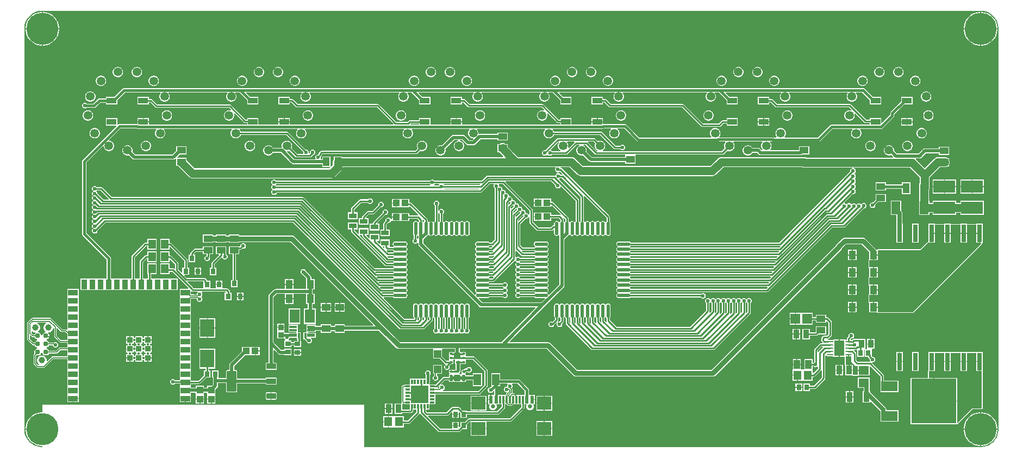
<source format=gtl>
G04*
G04 #@! TF.GenerationSoftware,Altium Limited,Altium Designer,24.5.2 (23)*
G04*
G04 Layer_Physical_Order=1*
G04 Layer_Color=255*
%FSLAX25Y25*%
%MOIN*%
G70*
G04*
G04 #@! TF.SameCoordinates,392925F4-2C65-46F8-8396-EB9CC80DF0C9*
G04*
G04*
G04 #@! TF.FilePolarity,Positive*
G04*
G01*
G75*
%ADD13C,0.01000*%
%ADD15C,0.00500*%
%ADD19R,0.03740X0.05315*%
%ADD20R,0.04331X0.05315*%
%ADD21R,0.05315X0.04331*%
%ADD22R,0.05136X0.05733*%
%ADD23R,0.03937X0.05315*%
%ADD24R,0.03740X0.05315*%
%ADD25R,0.06102X0.06102*%
%ADD26R,0.03394X0.02978*%
%ADD27R,0.03347X0.02953*%
G04:AMPARAMS|DCode=29|XSize=17.72mil|YSize=11.81mil|CornerRadius=1.95mil|HoleSize=0mil|Usage=FLASHONLY|Rotation=0.000|XOffset=0mil|YOffset=0mil|HoleType=Round|Shape=RoundedRectangle|*
%AMROUNDEDRECTD29*
21,1,0.01772,0.00791,0,0,0.0*
21,1,0.01382,0.01181,0,0,0.0*
1,1,0.00390,0.00691,-0.00396*
1,1,0.00390,-0.00691,-0.00396*
1,1,0.00390,-0.00691,0.00396*
1,1,0.00390,0.00691,0.00396*
%
%ADD29ROUNDEDRECTD29*%
%ADD30R,0.04551X0.06922*%
%ADD31R,0.04528X0.04528*%
%ADD32R,0.03394X0.03377*%
%ADD33R,0.01181X0.02953*%
%ADD34R,0.02953X0.01181*%
%ADD36R,0.04921X0.03150*%
%ADD37R,0.05315X0.03937*%
G04:AMPARAMS|DCode=38|XSize=38.62mil|YSize=9.55mil|CornerRadius=4.77mil|HoleSize=0mil|Usage=FLASHONLY|Rotation=0.000|XOffset=0mil|YOffset=0mil|HoleType=Round|Shape=RoundedRectangle|*
%AMROUNDEDRECTD38*
21,1,0.03862,0.00000,0,0,0.0*
21,1,0.02908,0.00955,0,0,0.0*
1,1,0.00955,0.01454,0.00000*
1,1,0.00955,-0.01454,0.00000*
1,1,0.00955,-0.01454,0.00000*
1,1,0.00955,0.01454,0.00000*
%
%ADD38ROUNDEDRECTD38*%
%ADD39R,0.03862X0.00955*%
%ADD40R,0.04351X0.03961*%
G04:AMPARAMS|DCode=41|XSize=35.43mil|YSize=57.09mil|CornerRadius=1.95mil|HoleSize=0mil|Usage=FLASHONLY|Rotation=270.000|XOffset=0mil|YOffset=0mil|HoleType=Round|Shape=RoundedRectangle|*
%AMROUNDEDRECTD41*
21,1,0.03543,0.05319,0,0,270.0*
21,1,0.03154,0.05709,0,0,270.0*
1,1,0.00390,-0.02659,-0.01577*
1,1,0.00390,-0.02659,0.01577*
1,1,0.00390,0.02659,0.01577*
1,1,0.00390,0.02659,-0.01577*
%
%ADD41ROUNDEDRECTD41*%
G04:AMPARAMS|DCode=42|XSize=124.02mil|YSize=57.09mil|CornerRadius=2mil|HoleSize=0mil|Usage=FLASHONLY|Rotation=270.000|XOffset=0mil|YOffset=0mil|HoleType=Round|Shape=RoundedRectangle|*
%AMROUNDEDRECTD42*
21,1,0.12402,0.05309,0,0,270.0*
21,1,0.12002,0.05709,0,0,270.0*
1,1,0.00400,-0.02655,-0.06001*
1,1,0.00400,-0.02655,0.06001*
1,1,0.00400,0.02655,0.06001*
1,1,0.00400,0.02655,-0.06001*
%
%ADD42ROUNDEDRECTD42*%
%ADD43R,0.03150X0.03543*%
%ADD44R,0.02894X0.03394*%
%ADD45R,0.03150X0.03543*%
%ADD46R,0.03543X0.06102*%
%ADD47R,0.06102X0.05315*%
%ADD48R,0.04331X0.06496*%
%ADD49R,0.09843X0.05906*%
%ADD50R,0.27559X0.27559*%
%ADD51R,0.08583X0.07874*%
%ADD52R,0.02362X0.04528*%
%ADD53R,0.01181X0.04528*%
%ADD54R,0.05512X0.07874*%
%ADD55R,0.03771X0.04969*%
%ADD56R,0.13402X0.07489*%
%ADD57R,0.05906X0.03543*%
%ADD58R,0.04724X0.05709*%
%ADD59R,0.03961X0.04351*%
%ADD60R,0.03543X0.05906*%
%ADD61R,0.03543X0.03543*%
%ADD62R,0.08661X0.11024*%
%ADD63R,0.02953X0.03347*%
%ADD64R,0.03000X0.10700*%
%ADD65O,0.08071X0.02165*%
%ADD66O,0.02165X0.08071*%
G04:AMPARAMS|DCode=71|XSize=39.37mil|YSize=37.4mil|CornerRadius=2.06mil|HoleSize=0mil|Usage=FLASHONLY|Rotation=0.000|XOffset=0mil|YOffset=0mil|HoleType=Round|Shape=RoundedRectangle|*
%AMROUNDEDRECTD71*
21,1,0.03937,0.03329,0,0,0.0*
21,1,0.03526,0.03740,0,0,0.0*
1,1,0.00411,0.01763,-0.01664*
1,1,0.00411,-0.01763,-0.01664*
1,1,0.00411,-0.01763,0.01664*
1,1,0.00411,0.01763,0.01664*
%
%ADD71ROUNDEDRECTD71*%
G04:AMPARAMS|DCode=72|XSize=29.53mil|YSize=11.81mil|CornerRadius=1.95mil|HoleSize=0mil|Usage=FLASHONLY|Rotation=0.000|XOffset=0mil|YOffset=0mil|HoleType=Round|Shape=RoundedRectangle|*
%AMROUNDEDRECTD72*
21,1,0.02953,0.00791,0,0,0.0*
21,1,0.02563,0.01181,0,0,0.0*
1,1,0.00390,0.01282,-0.00396*
1,1,0.00390,-0.01282,-0.00396*
1,1,0.00390,-0.01282,0.00396*
1,1,0.00390,0.01282,0.00396*
%
%ADD72ROUNDEDRECTD72*%
%ADD78R,0.06496X0.09764*%
%ADD95C,0.02559*%
%ADD97C,0.01575*%
%ADD100R,0.04724X0.01870*%
%ADD101R,0.04724X0.01378*%
%ADD102R,0.06299X0.08465*%
%ADD103R,0.01378X0.03543*%
%ADD104C,0.01984*%
%ADD105R,0.10630X0.10630*%
%ADD106C,0.03098*%
%ADD107C,0.02000*%
%ADD108C,0.03000*%
%ADD109C,0.01500*%
%ADD110C,0.02100*%
%ADD111C,0.05000*%
%ADD112C,0.02500*%
%ADD113R,1.23400X0.29900*%
%ADD114C,0.05307*%
%ADD115C,0.19685*%
%ADD116C,0.03902*%
%ADD117C,0.02362*%
G36*
X689841Y499509D02*
X691235Y499135D01*
X692568Y498583D01*
X693818Y497862D01*
X694963Y496983D01*
X695983Y495963D01*
X696862Y494818D01*
X697583Y493568D01*
X698135Y492235D01*
X698509Y490841D01*
X698697Y489410D01*
Y488689D01*
Y243311D01*
Y242589D01*
X698509Y241159D01*
X698135Y239765D01*
X697583Y238432D01*
X696862Y237182D01*
X695983Y236037D01*
X694963Y235017D01*
X693818Y234138D01*
X692568Y233417D01*
X691235Y232865D01*
X689841Y232491D01*
X688411Y232303D01*
X309600D01*
Y258200D01*
X112311D01*
Y253654D01*
X111497D01*
X109889Y253399D01*
X108341Y252896D01*
X106890Y252157D01*
X105573Y251200D01*
X104422Y250049D01*
X103465Y248732D01*
X102726Y247281D01*
X102223Y245733D01*
X101969Y244125D01*
Y243561D01*
X112311D01*
Y243061D01*
X101969D01*
Y242497D01*
X102223Y240889D01*
X102726Y239341D01*
X103465Y237890D01*
X104422Y236573D01*
X105573Y235422D01*
X106890Y234465D01*
X108341Y233726D01*
X109889Y233223D01*
X111497Y232968D01*
X112311D01*
Y232303D01*
X111590D01*
X110159Y232491D01*
X108765Y232865D01*
X107432Y233417D01*
X106182Y234138D01*
X105037Y235017D01*
X104017Y236037D01*
X103138Y237182D01*
X102417Y238432D01*
X101865Y239765D01*
X101491Y241159D01*
X101303Y242589D01*
Y243311D01*
Y488689D01*
Y489410D01*
X101491Y490841D01*
X101865Y492235D01*
X102417Y493568D01*
X103138Y494818D01*
X104017Y495963D01*
X105037Y496983D01*
X106182Y497862D01*
X107432Y498583D01*
X108765Y499135D01*
X110159Y499509D01*
X111590Y499697D01*
X688411D01*
X689841Y499509D01*
D02*
G37*
%LPC*%
G36*
X688503Y499031D02*
X687939D01*
Y488939D01*
X698032D01*
Y489503D01*
X697777Y491111D01*
X697274Y492659D01*
X696535Y494110D01*
X695578Y495427D01*
X694427Y496578D01*
X693110Y497535D01*
X691659Y498274D01*
X690111Y498777D01*
X688503Y499031D01*
D02*
G37*
G36*
X687439D02*
X686875D01*
X685267Y498777D01*
X683719Y498274D01*
X682268Y497535D01*
X680951Y496578D01*
X679800Y495427D01*
X678843Y494110D01*
X678104Y492659D01*
X677601Y491111D01*
X677347Y489503D01*
Y488939D01*
X687439D01*
Y499031D01*
D02*
G37*
G36*
X113125D02*
X112561D01*
Y488939D01*
X122653D01*
Y489503D01*
X122399Y491111D01*
X121896Y492659D01*
X121157Y494110D01*
X120200Y495427D01*
X119049Y496578D01*
X117732Y497535D01*
X116281Y498274D01*
X114733Y498777D01*
X113125Y499031D01*
D02*
G37*
G36*
X112061D02*
X111497D01*
X109889Y498777D01*
X108341Y498274D01*
X106890Y497535D01*
X105573Y496578D01*
X104422Y495427D01*
X103465Y494110D01*
X102726Y492659D01*
X102223Y491111D01*
X101969Y489503D01*
Y488939D01*
X112061D01*
Y499031D01*
D02*
G37*
G36*
X698032Y488439D02*
X687939D01*
Y478346D01*
X688503D01*
X690111Y478601D01*
X691659Y479104D01*
X693110Y479843D01*
X694427Y480800D01*
X695578Y481951D01*
X696535Y483268D01*
X697274Y484719D01*
X697777Y486267D01*
X698032Y487875D01*
Y488439D01*
D02*
G37*
G36*
X687439D02*
X677347D01*
Y487875D01*
X677601Y486267D01*
X678104Y484719D01*
X678843Y483268D01*
X679800Y481951D01*
X680951Y480800D01*
X682268Y479843D01*
X683719Y479104D01*
X685267Y478601D01*
X686875Y478346D01*
X687439D01*
Y488439D01*
D02*
G37*
G36*
X122653D02*
X112561D01*
Y478346D01*
X113125D01*
X114733Y478601D01*
X116281Y479104D01*
X117732Y479843D01*
X119049Y480800D01*
X120200Y481951D01*
X121157Y483268D01*
X121896Y484719D01*
X122399Y486267D01*
X122653Y487875D01*
Y488439D01*
D02*
G37*
G36*
X112061D02*
X101969D01*
Y487875D01*
X102223Y486267D01*
X102726Y484719D01*
X103465Y483268D01*
X104422Y481951D01*
X105573Y480800D01*
X106890Y479843D01*
X108341Y479104D01*
X109889Y478601D01*
X111497Y478346D01*
X112061D01*
Y488439D01*
D02*
G37*
G36*
X637747Y465315D02*
X636917D01*
X636115Y465101D01*
X635396Y464685D01*
X634809Y464098D01*
X634393Y463379D01*
X634178Y462577D01*
Y461747D01*
X634393Y460945D01*
X634809Y460226D01*
X635396Y459639D01*
X636115Y459223D01*
X636917Y459009D01*
X637747D01*
X638549Y459223D01*
X639268Y459639D01*
X639855Y460226D01*
X640271Y460945D01*
X640485Y461747D01*
Y462577D01*
X640271Y463379D01*
X639855Y464098D01*
X639268Y464685D01*
X638549Y465101D01*
X637747Y465315D01*
D02*
G37*
G36*
X626083D02*
X625253D01*
X624451Y465101D01*
X623732Y464685D01*
X623145Y464098D01*
X622729Y463379D01*
X622514Y462577D01*
Y461747D01*
X622729Y460945D01*
X623145Y460226D01*
X623732Y459639D01*
X624451Y459223D01*
X625253Y459009D01*
X626083D01*
X626885Y459223D01*
X627604Y459639D01*
X628191Y460226D01*
X628607Y460945D01*
X628822Y461747D01*
Y462577D01*
X628607Y463379D01*
X628191Y464098D01*
X627604Y464685D01*
X626885Y465101D01*
X626083Y465315D01*
D02*
G37*
G36*
X551247D02*
X550417D01*
X549615Y465101D01*
X548896Y464685D01*
X548309Y464098D01*
X547893Y463379D01*
X547679Y462577D01*
Y461747D01*
X547893Y460945D01*
X548309Y460226D01*
X548896Y459639D01*
X549615Y459223D01*
X550417Y459009D01*
X551247D01*
X552049Y459223D01*
X552768Y459639D01*
X553355Y460226D01*
X553771Y460945D01*
X553986Y461747D01*
Y462577D01*
X553771Y463379D01*
X553355Y464098D01*
X552768Y464685D01*
X552049Y465101D01*
X551247Y465315D01*
D02*
G37*
G36*
X539583D02*
X538753D01*
X537951Y465101D01*
X537232Y464685D01*
X536645Y464098D01*
X536229Y463379D01*
X536015Y462577D01*
Y461747D01*
X536229Y460945D01*
X536645Y460226D01*
X537232Y459639D01*
X537951Y459223D01*
X538753Y459009D01*
X539583D01*
X540385Y459223D01*
X541104Y459639D01*
X541691Y460226D01*
X542107Y460945D01*
X542321Y461747D01*
Y462577D01*
X542107Y463379D01*
X541691Y464098D01*
X541104Y464685D01*
X540385Y465101D01*
X539583Y465315D01*
D02*
G37*
G36*
X449247D02*
X448417D01*
X447615Y465101D01*
X446896Y464685D01*
X446309Y464098D01*
X445893Y463379D01*
X445679Y462577D01*
Y461747D01*
X445893Y460945D01*
X446309Y460226D01*
X446896Y459639D01*
X447615Y459223D01*
X448417Y459009D01*
X449247D01*
X450049Y459223D01*
X450768Y459639D01*
X451355Y460226D01*
X451771Y460945D01*
X451986Y461747D01*
Y462577D01*
X451771Y463379D01*
X451355Y464098D01*
X450768Y464685D01*
X450049Y465101D01*
X449247Y465315D01*
D02*
G37*
G36*
X437583D02*
X436753D01*
X435951Y465101D01*
X435232Y464685D01*
X434645Y464098D01*
X434229Y463379D01*
X434015Y462577D01*
Y461747D01*
X434229Y460945D01*
X434645Y460226D01*
X435232Y459639D01*
X435951Y459223D01*
X436753Y459009D01*
X437583D01*
X438385Y459223D01*
X439104Y459639D01*
X439691Y460226D01*
X440107Y460945D01*
X440321Y461747D01*
Y462577D01*
X440107Y463379D01*
X439691Y464098D01*
X439104Y464685D01*
X438385Y465101D01*
X437583Y465315D01*
D02*
G37*
G36*
X362747D02*
X361917D01*
X361115Y465101D01*
X360396Y464685D01*
X359809Y464098D01*
X359393Y463379D01*
X359178Y462577D01*
Y461747D01*
X359393Y460945D01*
X359809Y460226D01*
X360396Y459639D01*
X361115Y459223D01*
X361917Y459009D01*
X362747D01*
X363549Y459223D01*
X364268Y459639D01*
X364855Y460226D01*
X365271Y460945D01*
X365486Y461747D01*
Y462577D01*
X365271Y463379D01*
X364855Y464098D01*
X364268Y464685D01*
X363549Y465101D01*
X362747Y465315D01*
D02*
G37*
G36*
X351083D02*
X350253D01*
X349451Y465101D01*
X348732Y464685D01*
X348145Y464098D01*
X347729Y463379D01*
X347515Y462577D01*
Y461747D01*
X347729Y460945D01*
X348145Y460226D01*
X348732Y459639D01*
X349451Y459223D01*
X350253Y459009D01*
X351083D01*
X351885Y459223D01*
X352604Y459639D01*
X353191Y460226D01*
X353607Y460945D01*
X353821Y461747D01*
Y462577D01*
X353607Y463379D01*
X353191Y464098D01*
X352604Y464685D01*
X351885Y465101D01*
X351083Y465315D01*
D02*
G37*
G36*
X257247D02*
X256417D01*
X255615Y465101D01*
X254896Y464685D01*
X254309Y464098D01*
X253893Y463379D01*
X253678Y462577D01*
Y461747D01*
X253893Y460945D01*
X254309Y460226D01*
X254896Y459639D01*
X255615Y459223D01*
X256417Y459009D01*
X257247D01*
X258049Y459223D01*
X258768Y459639D01*
X259355Y460226D01*
X259771Y460945D01*
X259985Y461747D01*
Y462577D01*
X259771Y463379D01*
X259355Y464098D01*
X258768Y464685D01*
X258049Y465101D01*
X257247Y465315D01*
D02*
G37*
G36*
X245583D02*
X244753D01*
X243951Y465101D01*
X243232Y464685D01*
X242645Y464098D01*
X242229Y463379D01*
X242015Y462577D01*
Y461747D01*
X242229Y460945D01*
X242645Y460226D01*
X243232Y459639D01*
X243951Y459223D01*
X244753Y459009D01*
X245583D01*
X246385Y459223D01*
X247104Y459639D01*
X247691Y460226D01*
X248107Y460945D01*
X248322Y461747D01*
Y462577D01*
X248107Y463379D01*
X247691Y464098D01*
X247104Y464685D01*
X246385Y465101D01*
X245583Y465315D01*
D02*
G37*
G36*
X170747D02*
X169917D01*
X169115Y465101D01*
X168396Y464685D01*
X167809Y464098D01*
X167393Y463379D01*
X167178Y462577D01*
Y461747D01*
X167393Y460945D01*
X167809Y460226D01*
X168396Y459639D01*
X169115Y459223D01*
X169917Y459009D01*
X170747D01*
X171549Y459223D01*
X172268Y459639D01*
X172855Y460226D01*
X173271Y460945D01*
X173486Y461747D01*
Y462577D01*
X173271Y463379D01*
X172855Y464098D01*
X172268Y464685D01*
X171549Y465101D01*
X170747Y465315D01*
D02*
G37*
G36*
X159083D02*
X158253D01*
X157451Y465101D01*
X156732Y464685D01*
X156145Y464098D01*
X155729Y463379D01*
X155515Y462577D01*
Y461747D01*
X155729Y460945D01*
X156145Y460226D01*
X156732Y459639D01*
X157451Y459223D01*
X158253Y459009D01*
X159083D01*
X159885Y459223D01*
X160604Y459639D01*
X161191Y460226D01*
X161607Y460945D01*
X161821Y461747D01*
Y462577D01*
X161607Y463379D01*
X161191Y464098D01*
X160604Y464685D01*
X159885Y465101D01*
X159083Y465315D01*
D02*
G37*
G36*
X648075Y459895D02*
X647245D01*
X646443Y459680D01*
X645724Y459264D01*
X645137Y458677D01*
X644721Y457958D01*
X644507Y457156D01*
Y456326D01*
X644721Y455524D01*
X645137Y454805D01*
X645724Y454218D01*
X646443Y453802D01*
X647245Y453587D01*
X648075D01*
X648877Y453802D01*
X649596Y454218D01*
X650183Y454805D01*
X650599Y455524D01*
X650813Y456326D01*
Y457156D01*
X650599Y457958D01*
X650183Y458677D01*
X649596Y459264D01*
X648877Y459680D01*
X648075Y459895D01*
D02*
G37*
G36*
X615755D02*
X614925D01*
X614123Y459680D01*
X613404Y459264D01*
X612817Y458677D01*
X612401Y457958D01*
X612186Y457156D01*
Y456326D01*
X612401Y455524D01*
X612817Y454805D01*
X613404Y454218D01*
X614123Y453802D01*
X614925Y453587D01*
X615755D01*
X616557Y453802D01*
X617276Y454218D01*
X617863Y454805D01*
X618279Y455524D01*
X618494Y456326D01*
Y457156D01*
X618279Y457958D01*
X617863Y458677D01*
X617276Y459264D01*
X616557Y459680D01*
X615755Y459895D01*
D02*
G37*
G36*
X561575D02*
X560745D01*
X559943Y459680D01*
X559224Y459264D01*
X558637Y458677D01*
X558221Y457958D01*
X558006Y457156D01*
Y456326D01*
X558221Y455524D01*
X558637Y454805D01*
X559224Y454218D01*
X559943Y453802D01*
X560745Y453587D01*
X561575D01*
X562377Y453802D01*
X563096Y454218D01*
X563683Y454805D01*
X564099Y455524D01*
X564314Y456326D01*
Y457156D01*
X564099Y457958D01*
X563683Y458677D01*
X563096Y459264D01*
X562377Y459680D01*
X561575Y459895D01*
D02*
G37*
G36*
X529255D02*
X528425D01*
X527623Y459680D01*
X526904Y459264D01*
X526317Y458677D01*
X525901Y457958D01*
X525687Y457156D01*
Y456326D01*
X525901Y455524D01*
X526317Y454805D01*
X526904Y454218D01*
X527623Y453802D01*
X528425Y453587D01*
X529255D01*
X530057Y453802D01*
X530776Y454218D01*
X531363Y454805D01*
X531779Y455524D01*
X531993Y456326D01*
Y457156D01*
X531779Y457958D01*
X531363Y458677D01*
X530776Y459264D01*
X530057Y459680D01*
X529255Y459895D01*
D02*
G37*
G36*
X459575D02*
X458745D01*
X457943Y459680D01*
X457224Y459264D01*
X456637Y458677D01*
X456221Y457958D01*
X456006Y457156D01*
Y456326D01*
X456221Y455524D01*
X456637Y454805D01*
X457224Y454218D01*
X457943Y453802D01*
X458745Y453587D01*
X459575D01*
X460377Y453802D01*
X461096Y454218D01*
X461683Y454805D01*
X462099Y455524D01*
X462314Y456326D01*
Y457156D01*
X462099Y457958D01*
X461683Y458677D01*
X461096Y459264D01*
X460377Y459680D01*
X459575Y459895D01*
D02*
G37*
G36*
X427255D02*
X426425D01*
X425623Y459680D01*
X424904Y459264D01*
X424317Y458677D01*
X423901Y457958D01*
X423687Y457156D01*
Y456326D01*
X423901Y455524D01*
X424317Y454805D01*
X424904Y454218D01*
X425623Y453802D01*
X426425Y453587D01*
X427255D01*
X428057Y453802D01*
X428776Y454218D01*
X429363Y454805D01*
X429779Y455524D01*
X429993Y456326D01*
Y457156D01*
X429779Y457958D01*
X429363Y458677D01*
X428776Y459264D01*
X428057Y459680D01*
X427255Y459895D01*
D02*
G37*
G36*
X373075D02*
X372245D01*
X371443Y459680D01*
X370724Y459264D01*
X370137Y458677D01*
X369721Y457958D01*
X369507Y457156D01*
Y456326D01*
X369721Y455524D01*
X370137Y454805D01*
X370724Y454218D01*
X371443Y453802D01*
X372245Y453587D01*
X373075D01*
X373877Y453802D01*
X374596Y454218D01*
X375183Y454805D01*
X375599Y455524D01*
X375814Y456326D01*
Y457156D01*
X375599Y457958D01*
X375183Y458677D01*
X374596Y459264D01*
X373877Y459680D01*
X373075Y459895D01*
D02*
G37*
G36*
X340755D02*
X339925D01*
X339123Y459680D01*
X338404Y459264D01*
X337817Y458677D01*
X337401Y457958D01*
X337187Y457156D01*
Y456326D01*
X337401Y455524D01*
X337817Y454805D01*
X338404Y454218D01*
X339123Y453802D01*
X339925Y453587D01*
X340755D01*
X341557Y453802D01*
X342276Y454218D01*
X342863Y454805D01*
X343279Y455524D01*
X343494Y456326D01*
Y457156D01*
X343279Y457958D01*
X342863Y458677D01*
X342276Y459264D01*
X341557Y459680D01*
X340755Y459895D01*
D02*
G37*
G36*
X267575D02*
X266745D01*
X265943Y459680D01*
X265224Y459264D01*
X264637Y458677D01*
X264221Y457958D01*
X264006Y457156D01*
Y456326D01*
X264221Y455524D01*
X264637Y454805D01*
X265224Y454218D01*
X265943Y453802D01*
X266745Y453587D01*
X267575D01*
X268377Y453802D01*
X269096Y454218D01*
X269683Y454805D01*
X270099Y455524D01*
X270314Y456326D01*
Y457156D01*
X270099Y457958D01*
X269683Y458677D01*
X269096Y459264D01*
X268377Y459680D01*
X267575Y459895D01*
D02*
G37*
G36*
X235255D02*
X234425D01*
X233623Y459680D01*
X232904Y459264D01*
X232317Y458677D01*
X231901Y457958D01*
X231686Y457156D01*
Y456326D01*
X231901Y455524D01*
X232317Y454805D01*
X232904Y454218D01*
X233623Y453802D01*
X234425Y453587D01*
X235255D01*
X236057Y453802D01*
X236776Y454218D01*
X237363Y454805D01*
X237779Y455524D01*
X237994Y456326D01*
Y457156D01*
X237779Y457958D01*
X237363Y458677D01*
X236776Y459264D01*
X236057Y459680D01*
X235255Y459895D01*
D02*
G37*
G36*
X181075D02*
X180245D01*
X179443Y459680D01*
X178724Y459264D01*
X178137Y458677D01*
X177721Y457958D01*
X177506Y457156D01*
Y456326D01*
X177721Y455524D01*
X178137Y454805D01*
X178724Y454218D01*
X179443Y453802D01*
X180245Y453587D01*
X181075D01*
X181877Y453802D01*
X182596Y454218D01*
X183183Y454805D01*
X183599Y455524D01*
X183814Y456326D01*
Y457156D01*
X183599Y457958D01*
X183183Y458677D01*
X182596Y459264D01*
X181877Y459680D01*
X181075Y459895D01*
D02*
G37*
G36*
X148755D02*
X147925D01*
X147123Y459680D01*
X146404Y459264D01*
X145817Y458677D01*
X145401Y457958D01*
X145186Y457156D01*
Y456326D01*
X145401Y455524D01*
X145817Y454805D01*
X146404Y454218D01*
X147123Y453802D01*
X147925Y453587D01*
X148755D01*
X149557Y453802D01*
X150276Y454218D01*
X150863Y454805D01*
X151279Y455524D01*
X151494Y456326D01*
Y457156D01*
X151279Y457958D01*
X150863Y458677D01*
X150276Y459264D01*
X149557Y459680D01*
X148755Y459895D01*
D02*
G37*
G36*
X654701Y450295D02*
X653871D01*
X653069Y450081D01*
X652350Y449665D01*
X651763Y449078D01*
X651347Y448359D01*
X651132Y447557D01*
Y446727D01*
X651347Y445925D01*
X651763Y445206D01*
X652350Y444619D01*
X653069Y444203D01*
X653871Y443989D01*
X654701D01*
X655503Y444203D01*
X656222Y444619D01*
X656809Y445206D01*
X657225Y445925D01*
X657440Y446727D01*
Y447557D01*
X657225Y448359D01*
X656809Y449078D01*
X656222Y449665D01*
X655503Y450081D01*
X654701Y450295D01*
D02*
G37*
G36*
X142129D02*
X141299D01*
X140497Y450081D01*
X139778Y449665D01*
X139191Y449078D01*
X138775Y448359D01*
X138560Y447557D01*
Y446727D01*
X138775Y445925D01*
X139191Y445206D01*
X139778Y444619D01*
X140497Y444203D01*
X141299Y443989D01*
X142129D01*
X142931Y444203D01*
X143650Y444619D01*
X144237Y445206D01*
X144653Y445925D01*
X144868Y446727D01*
Y447557D01*
X144653Y448359D01*
X144237Y449078D01*
X143650Y449665D01*
X142931Y450081D01*
X142129Y450295D01*
D02*
G37*
G36*
X615638Y452320D02*
X162439D01*
X161951Y452223D01*
X161538Y451947D01*
X156505Y446914D01*
X151402D01*
Y445917D01*
X147213D01*
X146726Y445820D01*
X146312Y445543D01*
X143544Y442774D01*
X139503D01*
X139352Y442925D01*
X138734Y443181D01*
X138066D01*
X137448Y442925D01*
X136975Y442452D01*
X136719Y441834D01*
Y441166D01*
X136975Y440548D01*
X137448Y440075D01*
X138066Y439819D01*
X138734D01*
X139352Y440075D01*
X139503Y440226D01*
X144071D01*
X144559Y440322D01*
X144973Y440599D01*
X147741Y443368D01*
X151402D01*
Y442370D01*
X158307D01*
Y445111D01*
X162967Y449771D01*
X184748D01*
X184955Y449271D01*
X184763Y449078D01*
X184347Y448359D01*
X184133Y447557D01*
Y446727D01*
X184347Y445925D01*
X184763Y445206D01*
X185350Y444619D01*
X186069Y444203D01*
X186871Y443989D01*
X187701D01*
X188503Y444203D01*
X189222Y444619D01*
X189809Y445206D01*
X190225Y445925D01*
X190439Y446727D01*
Y447557D01*
X190225Y448359D01*
X189809Y449078D01*
X189617Y449271D01*
X189824Y449771D01*
X225676D01*
X225883Y449271D01*
X225691Y449078D01*
X225275Y448359D01*
X225061Y447557D01*
Y446727D01*
X225275Y445925D01*
X225691Y445206D01*
X226278Y444619D01*
X226997Y444203D01*
X227799Y443989D01*
X228629D01*
X229431Y444203D01*
X230150Y444619D01*
X230737Y445206D01*
X231153Y445925D01*
X231367Y446727D01*
Y447557D01*
X231153Y448359D01*
X230737Y449078D01*
X230545Y449271D01*
X230752Y449771D01*
X233242D01*
X237902Y445111D01*
Y442370D01*
X244807D01*
Y446914D01*
X239704D01*
X237309Y449309D01*
X237500Y449771D01*
X271248D01*
X271455Y449271D01*
X271263Y449078D01*
X270847Y448359D01*
X270633Y447557D01*
Y446727D01*
X270847Y445925D01*
X271263Y445206D01*
X271850Y444619D01*
X272569Y444203D01*
X273371Y443989D01*
X274201D01*
X275003Y444203D01*
X275722Y444619D01*
X276309Y445206D01*
X276725Y445925D01*
X276940Y446727D01*
Y447557D01*
X276725Y448359D01*
X276309Y449078D01*
X276117Y449271D01*
X276324Y449771D01*
X331176D01*
X331383Y449271D01*
X331191Y449078D01*
X330775Y448359D01*
X330560Y447557D01*
Y446727D01*
X330775Y445925D01*
X331191Y445206D01*
X331778Y444619D01*
X332497Y444203D01*
X333299Y443989D01*
X334129D01*
X334931Y444203D01*
X335650Y444619D01*
X336237Y445206D01*
X336653Y445925D01*
X336867Y446727D01*
Y447557D01*
X336653Y448359D01*
X336237Y449078D01*
X336045Y449271D01*
X336252Y449771D01*
X338742D01*
X343402Y445111D01*
Y442370D01*
X350307D01*
Y446914D01*
X345204D01*
X342809Y449309D01*
X343000Y449771D01*
X376748D01*
X376955Y449271D01*
X376763Y449078D01*
X376347Y448359D01*
X376132Y447557D01*
Y446727D01*
X376347Y445925D01*
X376763Y445206D01*
X377350Y444619D01*
X378069Y444203D01*
X378871Y443989D01*
X379701D01*
X380503Y444203D01*
X381222Y444619D01*
X381809Y445206D01*
X382225Y445925D01*
X382439Y446727D01*
Y447557D01*
X382225Y448359D01*
X381809Y449078D01*
X381617Y449271D01*
X381824Y449771D01*
X417676D01*
X417883Y449271D01*
X417691Y449078D01*
X417275Y448359D01*
X417061Y447557D01*
Y446727D01*
X417275Y445925D01*
X417691Y445206D01*
X418278Y444619D01*
X418997Y444203D01*
X419799Y443989D01*
X420629D01*
X421431Y444203D01*
X422150Y444619D01*
X422737Y445206D01*
X423153Y445925D01*
X423368Y446727D01*
Y447557D01*
X423153Y448359D01*
X422737Y449078D01*
X422545Y449271D01*
X422752Y449771D01*
X425242D01*
X429902Y445111D01*
Y442370D01*
X436807D01*
Y446914D01*
X431704D01*
X429309Y449309D01*
X429500Y449771D01*
X463248D01*
X463455Y449271D01*
X463263Y449078D01*
X462847Y448359D01*
X462633Y447557D01*
Y446727D01*
X462847Y445925D01*
X463263Y445206D01*
X463850Y444619D01*
X464569Y444203D01*
X465371Y443989D01*
X466201D01*
X467003Y444203D01*
X467722Y444619D01*
X468309Y445206D01*
X468725Y445925D01*
X468939Y446727D01*
Y447557D01*
X468725Y448359D01*
X468309Y449078D01*
X468117Y449271D01*
X468324Y449771D01*
X519676D01*
X519883Y449271D01*
X519691Y449078D01*
X519275Y448359D01*
X519061Y447557D01*
Y446727D01*
X519275Y445925D01*
X519691Y445206D01*
X520278Y444619D01*
X520997Y444203D01*
X521799Y443989D01*
X522629D01*
X523431Y444203D01*
X524150Y444619D01*
X524737Y445206D01*
X525153Y445925D01*
X525367Y446727D01*
Y447557D01*
X525153Y448359D01*
X524737Y449078D01*
X524545Y449271D01*
X524752Y449771D01*
X527242D01*
X531902Y445111D01*
Y442370D01*
X538807D01*
Y446914D01*
X533704D01*
X531309Y449309D01*
X531500Y449771D01*
X565248D01*
X565455Y449271D01*
X565263Y449078D01*
X564847Y448359D01*
X564633Y447557D01*
Y446727D01*
X564847Y445925D01*
X565263Y445206D01*
X565850Y444619D01*
X566569Y444203D01*
X567371Y443989D01*
X568201D01*
X569003Y444203D01*
X569722Y444619D01*
X570309Y445206D01*
X570725Y445925D01*
X570939Y446727D01*
Y447557D01*
X570725Y448359D01*
X570309Y449078D01*
X570117Y449271D01*
X570324Y449771D01*
X606176D01*
X606383Y449271D01*
X606191Y449078D01*
X605775Y448359D01*
X605560Y447557D01*
Y446727D01*
X605775Y445925D01*
X606191Y445206D01*
X606778Y444619D01*
X607497Y444203D01*
X608299Y443989D01*
X609129D01*
X609931Y444203D01*
X610650Y444619D01*
X611237Y445206D01*
X611653Y445925D01*
X611868Y446727D01*
Y447557D01*
X611653Y448359D01*
X611237Y449078D01*
X611045Y449271D01*
X611252Y449771D01*
X615110D01*
X619770Y445111D01*
Y442370D01*
X626675D01*
Y446914D01*
X621572D01*
X616539Y451947D01*
X616126Y452223D01*
X615638Y452320D01*
D02*
G37*
G36*
X656107Y438717D02*
X655277D01*
X654475Y438502D01*
X653756Y438086D01*
X653169Y437499D01*
X652753Y436780D01*
X652538Y435978D01*
Y435148D01*
X652753Y434346D01*
X653169Y433627D01*
X653756Y433040D01*
X654475Y432624D01*
X655277Y432409D01*
X656107D01*
X656909Y432624D01*
X657628Y433040D01*
X658215Y433627D01*
X658631Y434346D01*
X658846Y435148D01*
Y435978D01*
X658631Y436780D01*
X658215Y437499D01*
X657628Y438086D01*
X656909Y438502D01*
X656107Y438717D01*
D02*
G37*
G36*
X569607D02*
X568777D01*
X567975Y438502D01*
X567256Y438086D01*
X566669Y437499D01*
X566253Y436780D01*
X566039Y435978D01*
Y435148D01*
X566253Y434346D01*
X566669Y433627D01*
X567256Y433040D01*
X567975Y432624D01*
X568777Y432409D01*
X569607D01*
X570409Y432624D01*
X571128Y433040D01*
X571715Y433627D01*
X572131Y434346D01*
X572345Y435148D01*
Y435978D01*
X572131Y436780D01*
X571715Y437499D01*
X571128Y438086D01*
X570409Y438502D01*
X569607Y438717D01*
D02*
G37*
G36*
X521223D02*
X520393D01*
X519591Y438502D01*
X518872Y438086D01*
X518285Y437499D01*
X517869Y436780D01*
X517655Y435978D01*
Y435148D01*
X517869Y434346D01*
X518285Y433627D01*
X518872Y433040D01*
X519591Y432624D01*
X520393Y432409D01*
X521223D01*
X522025Y432624D01*
X522744Y433040D01*
X523331Y433627D01*
X523747Y434346D01*
X523961Y435148D01*
Y435978D01*
X523747Y436780D01*
X523331Y437499D01*
X522744Y438086D01*
X522025Y438502D01*
X521223Y438717D01*
D02*
G37*
G36*
X467607D02*
X466777D01*
X465975Y438502D01*
X465256Y438086D01*
X464669Y437499D01*
X464253Y436780D01*
X464039Y435978D01*
Y435148D01*
X464253Y434346D01*
X464669Y433627D01*
X465256Y433040D01*
X465975Y432624D01*
X466777Y432409D01*
X467607D01*
X468409Y432624D01*
X469128Y433040D01*
X469715Y433627D01*
X470131Y434346D01*
X470345Y435148D01*
Y435978D01*
X470131Y436780D01*
X469715Y437499D01*
X469128Y438086D01*
X468409Y438502D01*
X467607Y438717D01*
D02*
G37*
G36*
X381107D02*
X380277D01*
X379475Y438502D01*
X378756Y438086D01*
X378169Y437499D01*
X377753Y436780D01*
X377538Y435978D01*
Y435148D01*
X377753Y434346D01*
X378169Y433627D01*
X378756Y433040D01*
X379475Y432624D01*
X380277Y432409D01*
X381107D01*
X381909Y432624D01*
X382628Y433040D01*
X383215Y433627D01*
X383631Y434346D01*
X383845Y435148D01*
Y435978D01*
X383631Y436780D01*
X383215Y437499D01*
X382628Y438086D01*
X381909Y438502D01*
X381107Y438717D01*
D02*
G37*
G36*
X332723D02*
X331893D01*
X331091Y438502D01*
X330372Y438086D01*
X329785Y437499D01*
X329369Y436780D01*
X329154Y435978D01*
Y435148D01*
X329369Y434346D01*
X329785Y433627D01*
X330372Y433040D01*
X331091Y432624D01*
X331893Y432409D01*
X332723D01*
X333525Y432624D01*
X334244Y433040D01*
X334831Y433627D01*
X335247Y434346D01*
X335461Y435148D01*
Y435978D01*
X335247Y436780D01*
X334831Y437499D01*
X334244Y438086D01*
X333525Y438502D01*
X332723Y438717D01*
D02*
G37*
G36*
X275607D02*
X274777D01*
X273975Y438502D01*
X273256Y438086D01*
X272669Y437499D01*
X272253Y436780D01*
X272039Y435978D01*
Y435148D01*
X272253Y434346D01*
X272669Y433627D01*
X273256Y433040D01*
X273975Y432624D01*
X274777Y432409D01*
X275607D01*
X276409Y432624D01*
X277128Y433040D01*
X277715Y433627D01*
X278131Y434346D01*
X278345Y435148D01*
Y435978D01*
X278131Y436780D01*
X277715Y437499D01*
X277128Y438086D01*
X276409Y438502D01*
X275607Y438717D01*
D02*
G37*
G36*
X189107D02*
X188277D01*
X187475Y438502D01*
X186756Y438086D01*
X186169Y437499D01*
X185753Y436780D01*
X185538Y435978D01*
Y435148D01*
X185753Y434346D01*
X186169Y433627D01*
X186756Y433040D01*
X187475Y432624D01*
X188277Y432409D01*
X189107D01*
X189909Y432624D01*
X190628Y433040D01*
X191215Y433627D01*
X191631Y434346D01*
X191846Y435148D01*
Y435978D01*
X191631Y436780D01*
X191215Y437499D01*
X190628Y438086D01*
X189909Y438502D01*
X189107Y438717D01*
D02*
G37*
G36*
X140723D02*
X139893D01*
X139091Y438502D01*
X138372Y438086D01*
X137785Y437499D01*
X137369Y436780D01*
X137154Y435978D01*
Y435148D01*
X137369Y434346D01*
X137785Y433627D01*
X138372Y433040D01*
X139091Y432624D01*
X139893Y432409D01*
X140723D01*
X141525Y432624D01*
X142244Y433040D01*
X142831Y433627D01*
X143247Y434346D01*
X143462Y435148D01*
Y435978D01*
X143247Y436780D01*
X142831Y437499D01*
X142244Y438086D01*
X141525Y438502D01*
X140723Y438717D01*
D02*
G37*
G36*
X645967Y433922D02*
X642764D01*
Y431900D01*
X645967D01*
Y433922D01*
D02*
G37*
G36*
X558098D02*
X554896D01*
Y431900D01*
X558098D01*
Y433922D01*
D02*
G37*
G36*
X456098D02*
X452896D01*
Y431900D01*
X456098D01*
Y433922D01*
D02*
G37*
G36*
X369598D02*
X366396D01*
Y431900D01*
X369598D01*
Y433922D01*
D02*
G37*
G36*
X264098D02*
X260896D01*
Y431900D01*
X264098D01*
Y433922D01*
D02*
G37*
G36*
X177598D02*
X174396D01*
Y431900D01*
X177598D01*
Y433922D01*
D02*
G37*
G36*
X554396D02*
X551193D01*
Y431900D01*
X554396D01*
Y433922D01*
D02*
G37*
G36*
X452396D02*
X449193D01*
Y431900D01*
X452396D01*
Y433922D01*
D02*
G37*
G36*
X365896D02*
X362693D01*
Y431900D01*
X365896D01*
Y433922D01*
D02*
G37*
G36*
X260396D02*
X257193D01*
Y431900D01*
X260396D01*
Y433922D01*
D02*
G37*
G36*
X173896D02*
X170693D01*
Y431900D01*
X173896D01*
Y433922D01*
D02*
G37*
G36*
X642264D02*
X639061D01*
Y431900D01*
X642264D01*
Y433922D01*
D02*
G37*
G36*
X645967Y446914D02*
X639061D01*
Y444173D01*
X632601Y437713D01*
X632325Y437299D01*
X632228Y436811D01*
Y435965D01*
X627137Y430875D01*
X626675Y431066D01*
Y433922D01*
X619770D01*
Y433020D01*
X617422D01*
X608221Y442221D01*
X607890Y442442D01*
X607500Y442520D01*
X562922D01*
X560079Y445363D01*
X559748Y445584D01*
X559358Y445662D01*
X558098D01*
Y446914D01*
X551193D01*
Y442370D01*
X558098D01*
Y443622D01*
X558936D01*
X561779Y440779D01*
X562110Y440558D01*
X562500Y440480D01*
X607078D01*
X608544Y439014D01*
X608285Y438566D01*
X607723Y438717D01*
X606893D01*
X606091Y438502D01*
X605372Y438086D01*
X604785Y437499D01*
X604369Y436780D01*
X604154Y435978D01*
Y435148D01*
X604369Y434346D01*
X604785Y433627D01*
X605372Y433040D01*
X606091Y432624D01*
X606893Y432409D01*
X607723D01*
X608525Y432624D01*
X609244Y433040D01*
X609831Y433627D01*
X610247Y434346D01*
X610462Y435148D01*
Y435978D01*
X610311Y436540D01*
X610759Y436799D01*
X616279Y431279D01*
X616610Y431058D01*
X617000Y430980D01*
X619770D01*
Y429834D01*
X596223D01*
X595735Y429737D01*
X595322Y429461D01*
X587888Y422027D01*
X567594D01*
X567387Y422527D01*
X567579Y422720D01*
X567995Y423439D01*
X568210Y424241D01*
Y425071D01*
X567995Y425873D01*
X567579Y426592D01*
X566992Y427179D01*
X566273Y427595D01*
X565471Y427809D01*
X564641D01*
X563839Y427595D01*
X563120Y427179D01*
X562533Y426592D01*
X562117Y425873D01*
X561903Y425071D01*
Y424241D01*
X562117Y423439D01*
X562533Y422720D01*
X562725Y422527D01*
X562518Y422027D01*
X560568D01*
X560201Y422100D01*
X527555D01*
X527348Y422600D01*
X527467Y422720D01*
X527883Y423439D01*
X528097Y424241D01*
Y425071D01*
X527883Y425873D01*
X527467Y426592D01*
X526880Y427179D01*
X526161Y427595D01*
X525359Y427809D01*
X524529D01*
X523727Y427595D01*
X523008Y427179D01*
X522421Y426592D01*
X522005Y425873D01*
X521791Y425071D01*
Y424241D01*
X522005Y423439D01*
X522421Y422720D01*
X522613Y422527D01*
X522406Y422027D01*
X478375D01*
X470501Y429901D01*
X470088Y430177D01*
X469600Y430274D01*
X456488D01*
X456485Y430274D01*
X456098Y430591D01*
Y431400D01*
X452646D01*
X449193D01*
Y429903D01*
X436807D01*
Y433922D01*
X429902D01*
Y433020D01*
X428922D01*
X419721Y442221D01*
X419390Y442442D01*
X419000Y442520D01*
X374422D01*
X371579Y445363D01*
X371248Y445584D01*
X370858Y445662D01*
X369598D01*
Y446914D01*
X362693D01*
Y442370D01*
X369598D01*
Y443622D01*
X370436D01*
X373279Y440779D01*
X373610Y440558D01*
X374000Y440480D01*
X418578D01*
X420044Y439014D01*
X419785Y438566D01*
X419223Y438717D01*
X418393D01*
X417591Y438502D01*
X416872Y438086D01*
X416285Y437499D01*
X415869Y436780D01*
X415655Y435978D01*
Y435148D01*
X415869Y434346D01*
X416285Y433627D01*
X416872Y433040D01*
X417591Y432624D01*
X418393Y432409D01*
X419223D01*
X420025Y432624D01*
X420744Y433040D01*
X421331Y433627D01*
X421747Y434346D01*
X421961Y435148D01*
Y435978D01*
X421811Y436540D01*
X422259Y436799D01*
X427779Y431279D01*
X428110Y431058D01*
X428500Y430980D01*
X429902D01*
Y429903D01*
X369598D01*
Y431400D01*
X366146D01*
X362693D01*
Y429903D01*
X350307D01*
Y433922D01*
X343402D01*
Y432669D01*
X337650D01*
X337260Y432592D01*
X336929Y432371D01*
X336328Y431770D01*
X329128D01*
X318677Y442221D01*
X318346Y442442D01*
X317956Y442520D01*
X268922D01*
X266079Y445363D01*
X265748Y445584D01*
X265358Y445662D01*
X264098D01*
Y446914D01*
X257193D01*
Y442370D01*
X264098D01*
Y443622D01*
X264936D01*
X267779Y440779D01*
X268110Y440558D01*
X268500Y440480D01*
X317534D01*
X327611Y430403D01*
X327404Y429903D01*
X264098D01*
Y431400D01*
X260646D01*
X257193D01*
Y429903D01*
X244807D01*
Y433922D01*
X237902D01*
Y433020D01*
X236922D01*
X228021Y441921D01*
X227690Y442142D01*
X227300Y442220D01*
X182722D01*
X179579Y445363D01*
X179248Y445584D01*
X178858Y445662D01*
X177598D01*
Y446914D01*
X170693D01*
Y442370D01*
X177598D01*
Y443622D01*
X178436D01*
X181579Y440479D01*
X181910Y440258D01*
X182300Y440180D01*
X226878D01*
X228044Y439014D01*
X227785Y438566D01*
X227223Y438717D01*
X226393D01*
X225591Y438502D01*
X224872Y438086D01*
X224285Y437499D01*
X223869Y436780D01*
X223655Y435978D01*
Y435148D01*
X223869Y434346D01*
X224285Y433627D01*
X224872Y433040D01*
X225591Y432624D01*
X226393Y432409D01*
X227223D01*
X228025Y432624D01*
X228744Y433040D01*
X229331Y433627D01*
X229747Y434346D01*
X229961Y435148D01*
Y435978D01*
X229811Y436540D01*
X230259Y436799D01*
X235779Y431279D01*
X236110Y431058D01*
X236500Y430980D01*
X237902D01*
Y429903D01*
X177598D01*
Y431400D01*
X174146D01*
Y431650D01*
D01*
Y431400D01*
X170693D01*
Y430591D01*
X170306Y430274D01*
X170303Y430274D01*
X159733D01*
X159245Y430177D01*
X158831Y429901D01*
X158807Y429877D01*
X158307Y430084D01*
Y433922D01*
X151402D01*
Y429378D01*
X157601D01*
X157808Y428878D01*
X137099Y408169D01*
X136822Y407755D01*
X136725Y407267D01*
Y363000D01*
X136822Y362512D01*
X137099Y362099D01*
X151832Y347366D01*
Y335469D01*
X150878D01*
X150835Y335469D01*
X150378D01*
X150335Y335469D01*
X145878D01*
X145835Y335469D01*
X145378D01*
X145335Y335469D01*
X140878D01*
X140835Y335469D01*
X140378D01*
X140335Y335469D01*
X135835D01*
Y328563D01*
X140335D01*
X140378Y328563D01*
X140835D01*
X140878Y328563D01*
X145335D01*
X145378Y328563D01*
X145835D01*
X145878Y328563D01*
X150335D01*
X150378Y328563D01*
X150835D01*
X150878Y328563D01*
X155335D01*
X155378Y328563D01*
X155835D01*
X155878Y328563D01*
X160335D01*
X160378Y328563D01*
X160835D01*
X160878Y328563D01*
X165335D01*
X165378Y328563D01*
X165835D01*
X165878Y328563D01*
X170335D01*
X170378Y328563D01*
X170835D01*
X170878Y328563D01*
X175335D01*
X175378Y328563D01*
X175835D01*
X175878Y328563D01*
X180335D01*
X180378Y328563D01*
X180835D01*
X180878Y328563D01*
X185335D01*
X185378Y328563D01*
X185835D01*
X185878Y328563D01*
X190335D01*
X190378Y328563D01*
X190835D01*
X190878Y328563D01*
X195378D01*
Y335469D01*
X190878D01*
X190835Y335469D01*
X190378D01*
X190335Y335469D01*
X185878D01*
X185835Y335469D01*
X185378D01*
X185335Y335469D01*
X180878D01*
X180835Y335469D01*
X180378D01*
X180335Y335469D01*
X179126D01*
Y338146D01*
X182425D01*
Y344854D01*
X176701D01*
Y338146D01*
X177087D01*
Y335469D01*
X175878D01*
X175835Y335469D01*
X175378D01*
X175335Y335469D01*
X174126D01*
Y345684D01*
X176201Y347759D01*
X176701Y347552D01*
Y345646D01*
X182425D01*
Y352354D01*
X176701D01*
Y350020D01*
X176000D01*
X175610Y349942D01*
X175279Y349721D01*
X172385Y346827D01*
X172164Y346497D01*
X172087Y346106D01*
Y335469D01*
X170878D01*
X170835Y335469D01*
X170378D01*
X170335Y335469D01*
X169126D01*
Y348684D01*
X175922Y355480D01*
X176701D01*
Y353146D01*
X182425D01*
Y359854D01*
X176701D01*
Y357520D01*
X175500D01*
X175110Y357442D01*
X174779Y357221D01*
X167385Y349827D01*
X167164Y349497D01*
X167087Y349106D01*
Y335469D01*
X165878D01*
X165835Y335469D01*
X165378D01*
X165335Y335469D01*
X160878D01*
X160835Y335469D01*
X160378D01*
X160335Y335469D01*
X155878D01*
X155835Y335469D01*
X155378D01*
X155335Y335469D01*
X154381D01*
Y347894D01*
X154284Y348381D01*
X154008Y348795D01*
X139275Y363528D01*
Y406740D01*
X149522Y416987D01*
X150022Y416779D01*
Y416507D01*
X150236Y415705D01*
X150652Y414986D01*
X151239Y414399D01*
X151958Y413983D01*
X152760Y413768D01*
X153590D01*
X154392Y413983D01*
X155111Y414399D01*
X155698Y414986D01*
X156114Y415705D01*
X156328Y416507D01*
Y417337D01*
X156114Y418139D01*
X155698Y418858D01*
X155111Y419445D01*
X154392Y419861D01*
X153590Y420076D01*
X153318D01*
X153111Y420576D01*
X160260Y427726D01*
X169776D01*
X170187Y427451D01*
X170675Y427354D01*
X182087D01*
X182294Y426854D01*
X182033Y426592D01*
X181617Y425873D01*
X181403Y425071D01*
Y424241D01*
X181617Y423439D01*
X182033Y422720D01*
X182620Y422133D01*
X183339Y421717D01*
X184141Y421502D01*
X184971D01*
X185773Y421717D01*
X186492Y422133D01*
X187079Y422720D01*
X187495Y423439D01*
X187709Y424241D01*
Y425071D01*
X187495Y425873D01*
X187079Y426592D01*
X186818Y426854D01*
X187025Y427354D01*
X228475D01*
X228682Y426854D01*
X228421Y426592D01*
X228005Y425873D01*
X227790Y425071D01*
Y424241D01*
X228005Y423439D01*
X228421Y422720D01*
X229008Y422133D01*
X229727Y421717D01*
X230529Y421502D01*
X231359D01*
X232161Y421717D01*
X232880Y422133D01*
X233467Y422720D01*
X233883Y423439D01*
X233935Y423636D01*
X261922D01*
X272319Y413239D01*
Y412666D01*
X272454Y412338D01*
X272131Y411838D01*
X268850D01*
X265161Y415528D01*
X265264Y415705D01*
X265478Y416507D01*
Y417337D01*
X265264Y418139D01*
X264848Y418858D01*
X264261Y419445D01*
X263542Y419861D01*
X262740Y420076D01*
X261910D01*
X261108Y419861D01*
X260389Y419445D01*
X259802Y418858D01*
X259386Y418139D01*
X259172Y417337D01*
Y416507D01*
X259267Y416149D01*
X258881Y415659D01*
X253758D01*
X253523Y416066D01*
X252936Y416653D01*
X252217Y417069D01*
X251415Y417283D01*
X250585D01*
X249783Y417069D01*
X249064Y416653D01*
X248477Y416066D01*
X248061Y415347D01*
X247847Y414545D01*
Y413715D01*
X248061Y412913D01*
X248477Y412194D01*
X249064Y411607D01*
X249783Y411191D01*
X250585Y410977D01*
X251415D01*
X252217Y411191D01*
X252936Y411607D01*
X253523Y412194D01*
X253758Y412601D01*
X258610D01*
X265092Y406119D01*
X265588Y405787D01*
X266173Y405671D01*
X283988D01*
Y404042D01*
X288556D01*
X288763Y403543D01*
X288347Y403126D01*
X205553D01*
X200758Y407922D01*
Y409525D01*
X198637D01*
X198541Y409565D01*
X197757Y409668D01*
X196974Y409565D01*
X196878Y409525D01*
X195109D01*
X194918Y409987D01*
X196605Y411675D01*
X200758D01*
Y416612D01*
X194442D01*
Y413838D01*
X192134Y411529D01*
X169264D01*
X167532Y413261D01*
X167654Y413715D01*
Y414545D01*
X167439Y415347D01*
X167023Y416066D01*
X166436Y416653D01*
X165717Y417069D01*
X164915Y417283D01*
X164085D01*
X163283Y417069D01*
X162564Y416653D01*
X161977Y416066D01*
X161561Y415347D01*
X161346Y414545D01*
Y413715D01*
X161561Y412913D01*
X161977Y412194D01*
X162564Y411607D01*
X163283Y411191D01*
X164085Y410977D01*
X164915D01*
X165369Y411098D01*
X167549Y408919D01*
X168045Y408587D01*
X168630Y408471D01*
X192768D01*
X193353Y408587D01*
X193849Y408919D01*
X193981Y409050D01*
X194442Y408859D01*
Y404588D01*
X195552D01*
X195618Y404503D01*
X202160Y397960D01*
X202787Y397480D01*
X203517Y397177D01*
X204300Y397074D01*
X289600D01*
X290383Y397177D01*
X291113Y397480D01*
X291740Y397960D01*
X295683Y401904D01*
X296164Y402530D01*
X296466Y403260D01*
X296566Y404017D01*
X426932D01*
X427139Y403517D01*
X427033Y403410D01*
X426777Y402792D01*
Y402123D01*
X427033Y401506D01*
X427505Y401033D01*
X428123Y400777D01*
X428792D01*
X429410Y401033D01*
X429754Y401377D01*
X429766D01*
X431423Y399720D01*
X431340Y399439D01*
X431197Y399238D01*
X430221D01*
X430160Y399387D01*
X429687Y399860D01*
X429069Y400116D01*
X428400D01*
X427782Y399860D01*
X427309Y399387D01*
X427147Y398995D01*
X426878Y398740D01*
X426553Y398686D01*
X426384Y398720D01*
X385200D01*
X384810Y398642D01*
X384479Y398421D01*
X381578Y395520D01*
X352858D01*
X352452Y395925D01*
X351834Y396181D01*
X351166D01*
X350548Y395925D01*
X350142Y395520D01*
X255858D01*
X255452Y395925D01*
X254834Y396181D01*
X254166D01*
X253548Y395925D01*
X253075Y395452D01*
X252819Y394834D01*
Y394166D01*
X253075Y393548D01*
X253254Y393369D01*
X253486Y392999D01*
X253254Y392716D01*
X253033Y392495D01*
X252777Y391877D01*
Y391208D01*
X253033Y390590D01*
X253296Y390327D01*
X253472Y390046D01*
X253296Y389673D01*
X253075Y389452D01*
X252819Y388834D01*
Y388166D01*
X253075Y387548D01*
X253548Y387075D01*
X254166Y386819D01*
X254834D01*
X255452Y387075D01*
X255925Y387548D01*
X256181Y388166D01*
Y388180D01*
X380943D01*
X381333Y388258D01*
X381664Y388479D01*
X386865Y393680D01*
X389166D01*
X389373Y393180D01*
X389360Y393167D01*
X389104Y392549D01*
Y391880D01*
X389360Y391263D01*
X389608Y391014D01*
Y359550D01*
X387826Y357768D01*
X386470D01*
X386389Y357889D01*
X385865Y358239D01*
X385248Y358362D01*
X379342D01*
X378725Y358239D01*
X378201Y357889D01*
X377852Y357365D01*
X377729Y356748D01*
X377852Y356131D01*
X378201Y355607D01*
X378401Y355474D01*
Y354872D01*
X378201Y354739D01*
X377852Y354216D01*
X377729Y353598D01*
X377852Y352981D01*
X378201Y352457D01*
X378401Y352324D01*
Y351723D01*
X378201Y351590D01*
X377852Y351066D01*
X377729Y350449D01*
X377852Y349831D01*
X378201Y349308D01*
X378401Y349175D01*
Y348573D01*
X378201Y348440D01*
X377852Y347917D01*
X377729Y347299D01*
X377852Y346682D01*
X378201Y346158D01*
X378401Y346025D01*
Y345424D01*
X378201Y345291D01*
X377852Y344767D01*
X377729Y344150D01*
X377852Y343532D01*
X378201Y343009D01*
X378401Y342876D01*
Y342274D01*
X378201Y342141D01*
X377852Y341617D01*
X377729Y341000D01*
X377852Y340383D01*
X378201Y339859D01*
X378401Y339726D01*
Y339124D01*
X378201Y338991D01*
X377852Y338468D01*
X377729Y337850D01*
X377852Y337233D01*
X378201Y336709D01*
X378401Y336576D01*
Y335975D01*
X378201Y335842D01*
X377852Y335318D01*
X377729Y334701D01*
X377852Y334083D01*
X378201Y333560D01*
X378401Y333427D01*
Y332825D01*
X378201Y332692D01*
X377852Y332169D01*
X377729Y331551D01*
X377852Y330934D01*
X378201Y330410D01*
X378401Y330277D01*
Y329676D01*
X378201Y329543D01*
X377852Y329019D01*
X377729Y328402D01*
X377852Y327784D01*
X378201Y327261D01*
X378401Y327128D01*
Y326526D01*
X378201Y326393D01*
X377888Y325924D01*
X377673Y325815D01*
X377379Y325726D01*
X345931Y357174D01*
Y359559D01*
X348333Y361961D01*
X348692Y362201D01*
X348825Y362401D01*
X349427D01*
X349560Y362201D01*
X350083Y361852D01*
X350451Y361778D01*
Y366295D01*
Y370812D01*
X350083Y370739D01*
X349560Y370389D01*
X349427Y370190D01*
X348955D01*
X348571Y370584D01*
Y371449D01*
X348493Y371839D01*
X348272Y372170D01*
X338569Y381873D01*
X338238Y382094D01*
X337848Y382172D01*
X337434D01*
Y384281D01*
X332417D01*
X332083Y384281D01*
X331583Y384281D01*
X329492D01*
Y381800D01*
Y379319D01*
X331583D01*
X331917Y379319D01*
X332417Y379319D01*
X337434D01*
Y379471D01*
X337895Y379663D01*
X342756Y374802D01*
X342752Y374765D01*
X342531Y374320D01*
X337434D01*
Y375781D01*
X332417D01*
X332083Y375781D01*
X331583Y375781D01*
X329492D01*
Y373300D01*
Y370819D01*
X331583D01*
X331917Y370819D01*
X332417Y370819D01*
X337434D01*
Y372280D01*
X342278D01*
X343382Y371176D01*
Y370470D01*
X343261Y370389D01*
X343127Y370190D01*
X342526D01*
X342393Y370389D01*
X341869Y370739D01*
X341252Y370862D01*
X340634Y370739D01*
X340111Y370389D01*
X339761Y369865D01*
X339638Y369248D01*
Y363342D01*
X339761Y362725D01*
X340111Y362201D01*
X340156Y362171D01*
Y360029D01*
X340148Y360025D01*
X339675Y359552D01*
X339419Y358934D01*
Y358266D01*
X339675Y357648D01*
X340148Y357175D01*
X340766Y356919D01*
X341434D01*
X342052Y357175D01*
X342372Y357495D01*
X342872Y357288D01*
Y356540D01*
X342989Y355955D01*
X343320Y355459D01*
X380179Y318600D01*
X380325Y318383D01*
X380837Y318040D01*
X381442Y317920D01*
X414589D01*
X414781Y317458D01*
X394082Y296760D01*
X393935Y296539D01*
X331745D01*
X321130Y307154D01*
X266798Y361485D01*
X266137Y361927D01*
X265357Y362083D01*
X233157D01*
Y362512D01*
X226842D01*
Y362083D01*
X225157D01*
Y362512D01*
X218843D01*
Y362083D01*
X217158D01*
Y362512D01*
X210842D01*
Y357575D01*
X217158D01*
Y358004D01*
X218843D01*
Y357575D01*
X225157D01*
Y358004D01*
X226842D01*
Y357575D01*
X233157D01*
Y358004D01*
X264512D01*
X315313Y307203D01*
X315122Y306741D01*
X297857D01*
Y307669D01*
X291543D01*
Y306477D01*
X289458D01*
Y307669D01*
X283142D01*
Y306525D01*
X279974D01*
Y307172D01*
X274250D01*
Y304795D01*
X274250Y302826D01*
X273784Y302743D01*
X272553D01*
X272545Y302735D01*
Y302735D01*
X272387Y302578D01*
X272387Y299094D01*
X272379Y299086D01*
Y298200D01*
X273316D01*
X274319Y297197D01*
Y297166D01*
X274575Y296548D01*
X275048Y296075D01*
X275666Y295819D01*
X276334D01*
X276952Y296075D01*
X277425Y296548D01*
X277681Y297166D01*
Y297834D01*
X277425Y298452D01*
X276994Y298883D01*
X277018Y299078D01*
X277148Y299383D01*
X279974D01*
Y302253D01*
X275111D01*
X275073Y302291D01*
X275210Y302779D01*
X275296Y302826D01*
X279974D01*
Y303467D01*
X283142D01*
Y302339D01*
X289458D01*
Y303419D01*
X291543D01*
Y302339D01*
X297857D01*
Y303682D01*
X318834D01*
X329458Y293058D01*
X330120Y292616D01*
X330900Y292461D01*
X351866D01*
X351936Y291990D01*
X351936Y291961D01*
Y286462D01*
X356022D01*
X358864Y283620D01*
X359195Y283399D01*
X359278Y283383D01*
X359589Y282851D01*
X359548Y282725D01*
X359075Y282252D01*
X358819Y281634D01*
Y280966D01*
X359075Y280348D01*
X359548Y279875D01*
X360166Y279619D01*
X360834D01*
X361452Y279875D01*
X361925Y280348D01*
X362181Y280966D01*
Y281634D01*
X361964Y282158D01*
X363042Y283237D01*
X363691D01*
X363962Y283291D01*
X364192Y283444D01*
X364346Y283674D01*
X364399Y283945D01*
Y284737D01*
X364346Y285008D01*
X364192Y285238D01*
X364228Y285782D01*
X364341Y285938D01*
X364669D01*
X364800Y285850D01*
X365076Y285796D01*
X365365D01*
X365517Y285296D01*
X365430Y285238D01*
X365277Y285008D01*
X365223Y284737D01*
Y283945D01*
X365277Y283674D01*
X365430Y283444D01*
X365660Y283291D01*
X365683Y283286D01*
Y279727D01*
X365601Y279604D01*
X365183D01*
X364912Y279550D01*
X364866Y279520D01*
X364008D01*
X363962Y279550D01*
X363691Y279604D01*
X362309D01*
X362038Y279550D01*
X361808Y279397D01*
X361654Y279167D01*
X361601Y278896D01*
Y278104D01*
X361654Y277833D01*
X361808Y277603D01*
X361979Y277489D01*
X362011Y277221D01*
X361979Y276952D01*
X361808Y276838D01*
X361654Y276608D01*
X361601Y276337D01*
Y275545D01*
X361497Y275420D01*
X358800D01*
X358410Y275342D01*
X358079Y275121D01*
X353801Y270843D01*
X353355Y270712D01*
X353355Y270712D01*
Y270712D01*
X353355Y270712D01*
X349812D01*
Y271641D01*
X349938Y271830D01*
X350035Y272318D01*
Y276458D01*
X350225Y276648D01*
X350481Y277266D01*
Y277934D01*
X350225Y278552D01*
X349752Y279025D01*
X349134Y279281D01*
X348466D01*
X347848Y279025D01*
X347375Y278552D01*
X347119Y277934D01*
Y277266D01*
X347375Y276648D01*
X347486Y276536D01*
Y274255D01*
X345034D01*
Y272279D01*
X344534D01*
Y274255D01*
X337788D01*
Y270712D01*
X334245D01*
Y270365D01*
X333900D01*
X333607Y270306D01*
X333359Y270141D01*
X332759Y269541D01*
X332593Y269293D01*
X332535Y269000D01*
Y260200D01*
X332593Y259907D01*
X332759Y259659D01*
X332861Y259558D01*
X332654Y259057D01*
X328381D01*
Y252743D01*
X333121D01*
Y253180D01*
X338202D01*
X338593Y253258D01*
X338923Y253479D01*
X339509Y254065D01*
X339730Y254396D01*
X339808Y254786D01*
Y255145D01*
X341796D01*
Y253838D01*
X336678Y248720D01*
X333941D01*
Y251167D01*
X328096D01*
X327804Y251167D01*
X327304Y251167D01*
X324778D01*
Y247800D01*
Y244433D01*
X327304D01*
X327596Y244433D01*
X328096Y244433D01*
X333941D01*
Y246680D01*
X337100D01*
X337490Y246758D01*
X337821Y246979D01*
X343537Y252695D01*
X343559Y252728D01*
X343742Y252781D01*
X344176Y252761D01*
X355058Y241879D01*
X355388Y241658D01*
X355779Y241580D01*
X367746D01*
X368136Y241658D01*
X368467Y241879D01*
X369890Y243303D01*
X372592D01*
Y246005D01*
X374468Y247880D01*
X375073D01*
Y243950D01*
X384655D01*
Y247880D01*
X399400D01*
X399790Y247958D01*
X400121Y248179D01*
X407621Y255679D01*
X407842Y256010D01*
X407920Y256400D01*
Y258672D01*
X408977D01*
X409311Y258172D01*
X409096Y257654D01*
Y256754D01*
X409441Y255922D01*
X410077Y255285D01*
X410910Y254940D01*
X411810D01*
X412642Y255285D01*
X413279Y255922D01*
X413624Y256754D01*
Y257654D01*
X413409Y258172D01*
X413743Y258672D01*
X414261D01*
Y261186D01*
X412580D01*
Y261436D01*
X412330D01*
Y264200D01*
X410705D01*
Y267369D01*
X410608Y267857D01*
X410332Y268270D01*
X405201Y273401D01*
X404788Y273677D01*
X404300Y273775D01*
X393190D01*
Y277561D01*
X387639D01*
Y269639D01*
X387639Y269639D01*
X387639D01*
X387425Y269228D01*
X387079Y268881D01*
X386866D01*
X386248Y268625D01*
X385775Y268152D01*
X385519Y267534D01*
Y266866D01*
X385775Y266248D01*
X386248Y265775D01*
X386866Y265519D01*
X387534D01*
X388152Y265775D01*
X388625Y266248D01*
X388758Y266570D01*
X389259Y266470D01*
Y264200D01*
X387633D01*
Y261436D01*
X387383D01*
Y261186D01*
X385702D01*
Y258672D01*
X386221D01*
X386555Y258172D01*
X386340Y257654D01*
Y256754D01*
X386685Y255922D01*
X387322Y255285D01*
X388154Y254940D01*
X389054D01*
X389886Y255285D01*
X390523Y255922D01*
X390868Y256754D01*
Y257654D01*
X390653Y258172D01*
X390987Y258672D01*
X393980D01*
Y257022D01*
X391178Y254220D01*
X372570D01*
Y254597D01*
X370118D01*
X369037Y255678D01*
X368983Y255759D01*
X368221Y256521D01*
X367890Y256742D01*
X367500Y256820D01*
X363900D01*
X363510Y256742D01*
X363179Y256521D01*
X360178Y253520D01*
X348422D01*
X347863Y254079D01*
Y255145D01*
X349812D01*
Y258688D01*
X353355D01*
Y260657D01*
Y264665D01*
X380184D01*
X380574Y264742D01*
X380905Y264963D01*
X385121Y269179D01*
X385342Y269510D01*
X385420Y269900D01*
Y279300D01*
X385342Y279690D01*
X385121Y280021D01*
X377521Y287621D01*
X377190Y287842D01*
X376800Y287920D01*
X372062D01*
X371978Y288034D01*
X371869Y288562D01*
X372023Y288792D01*
X372077Y289063D01*
Y289855D01*
X372023Y290126D01*
X371869Y290356D01*
X371639Y290509D01*
X371368Y290563D01*
X370783D01*
X370500Y290620D01*
X370217Y290563D01*
X369986D01*
X369715Y290509D01*
X369591Y290427D01*
X368999D01*
X368877Y290509D01*
X368601Y290563D01*
X368368D01*
Y292461D01*
X405700D01*
X405750Y292471D01*
X405800Y292461D01*
X421655D01*
X438058Y276058D01*
X438720Y275616D01*
X439500Y275461D01*
X523500D01*
X524280Y275616D01*
X524942Y276058D01*
X602269Y353385D01*
X602711Y354047D01*
X602736Y354173D01*
X605193Y356630D01*
X614694D01*
X619331Y351993D01*
Y347314D01*
X619117Y347225D01*
X618959Y346843D01*
Y342491D01*
X619117Y342108D01*
X619331Y342020D01*
Y336647D01*
X619117Y336559D01*
X618959Y336176D01*
Y331824D01*
X619117Y331441D01*
X619331Y331353D01*
Y325980D01*
X619117Y325892D01*
X618959Y325509D01*
Y321158D01*
X619117Y320775D01*
X619331Y320686D01*
Y314843D01*
X624185D01*
X624279Y314617D01*
X624661Y314459D01*
X646000D01*
X646383Y314617D01*
X646383Y314617D01*
X688371Y356605D01*
X688412Y356705D01*
X688488Y356781D01*
Y356889D01*
X688529Y356988D01*
X688677Y357261D01*
X688882Y357450D01*
X689106D01*
Y369150D01*
X685106D01*
Y369041D01*
X679264D01*
Y369150D01*
X675264D01*
Y369041D01*
X669421D01*
Y369150D01*
X665421D01*
Y369041D01*
X659579D01*
Y369150D01*
X655579D01*
Y357991D01*
X655433Y357931D01*
X655279Y357901D01*
X654894Y357645D01*
X654863Y357598D01*
X654811Y357577D01*
X650776Y353541D01*
X624661D01*
X624279Y353383D01*
X624223Y353247D01*
X623723Y353226D01*
X623438Y353654D01*
X616980Y360111D01*
X616319Y360553D01*
X615538Y360708D01*
X604349D01*
X603568Y360553D01*
X602907Y360111D01*
X599385Y356590D01*
X598943Y355928D01*
X598918Y355802D01*
X522655Y279539D01*
X440345D01*
X423942Y295942D01*
X423280Y296384D01*
X422500Y296539D01*
X405800D01*
X405750Y296529D01*
X405700Y296539D01*
X398986D01*
X398794Y297001D01*
X419946Y318154D01*
X420111Y318399D01*
X420140Y318419D01*
X431983Y330262D01*
X432315Y330758D01*
X432431Y331344D01*
Y359559D01*
X434833Y361961D01*
X435192Y362201D01*
X435325Y362401D01*
X435927D01*
X436060Y362201D01*
X436583Y361852D01*
X436951Y361778D01*
Y366295D01*
Y370812D01*
X436583Y370739D01*
X436060Y370389D01*
X435927Y370190D01*
X435455D01*
X435071Y370584D01*
Y372449D01*
X434993Y372839D01*
X434772Y373170D01*
X425569Y382373D01*
X425238Y382594D01*
X424848Y382672D01*
X424434D01*
Y384481D01*
X419417D01*
X419083Y384481D01*
X418583Y384481D01*
X416492D01*
Y382000D01*
Y379519D01*
X418583D01*
X418917Y379519D01*
X419417Y379519D01*
X424434D01*
Y379971D01*
X424895Y380163D01*
X430266Y374793D01*
X429947Y374404D01*
X429890Y374442D01*
X429500Y374520D01*
X424434D01*
Y375981D01*
X419417D01*
X419083Y375981D01*
X418583Y375981D01*
X416492D01*
Y373500D01*
Y371019D01*
X418583D01*
X418917Y371019D01*
X419417Y371019D01*
X424434D01*
Y372480D01*
X429078D01*
X429882Y371676D01*
Y370470D01*
X429761Y370389D01*
X429628Y370190D01*
X429026D01*
X428893Y370389D01*
X428370Y370739D01*
X427752Y370862D01*
X427135Y370739D01*
X426611Y370389D01*
X426261Y369865D01*
X426138Y369248D01*
Y368275D01*
X425755D01*
X425365Y368197D01*
X425034Y367976D01*
X424078Y367020D01*
X416508D01*
X413020Y370508D01*
Y377600D01*
X412942Y377990D01*
X412721Y378321D01*
X396323Y394719D01*
X396515Y395180D01*
X424378D01*
X426819Y392739D01*
Y392166D01*
X427075Y391548D01*
X427548Y391075D01*
X428166Y390819D01*
X428834D01*
X429452Y391075D01*
X429925Y391548D01*
X430061Y391875D01*
X430643Y392000D01*
X439480Y383162D01*
Y370570D01*
X439209Y370389D01*
X439076Y370190D01*
X438475D01*
X438342Y370389D01*
X437818Y370739D01*
X437451Y370812D01*
Y366295D01*
Y361778D01*
X437818Y361852D01*
X438342Y362201D01*
X438475Y362401D01*
X439076D01*
X439209Y362201D01*
X439733Y361852D01*
X440350Y361729D01*
X440968Y361852D01*
X441491Y362201D01*
X441624Y362401D01*
X442226D01*
X442359Y362201D01*
X442882Y361852D01*
X443500Y361729D01*
X444117Y361852D01*
X444641Y362201D01*
X444774Y362401D01*
X445375D01*
X445509Y362201D01*
X446032Y361852D01*
X446650Y361729D01*
X447267Y361852D01*
X447791Y362201D01*
X447924Y362401D01*
X448525D01*
X448658Y362201D01*
X449182Y361852D01*
X449799Y361729D01*
X450417Y361852D01*
X450940Y362201D01*
X451073Y362401D01*
X451675D01*
X451808Y362201D01*
X452331Y361852D01*
X452949Y361729D01*
X453566Y361852D01*
X454090Y362201D01*
X454223Y362401D01*
X454824D01*
X454957Y362201D01*
X455481Y361852D01*
X456098Y361729D01*
X456716Y361852D01*
X457239Y362201D01*
X457373Y362401D01*
X457974D01*
X458107Y362201D01*
X458631Y361852D01*
X459248Y361729D01*
X459866Y361852D01*
X460389Y362201D01*
X460739Y362725D01*
X460862Y363342D01*
Y369248D01*
X460739Y369865D01*
X460389Y370389D01*
X460268Y370470D01*
Y373337D01*
X460190Y373727D01*
X459969Y374058D01*
X430909Y403117D01*
X430578Y403338D01*
X430269Y403400D01*
X430166Y403517D01*
X430213Y403725D01*
X430450Y404017D01*
X435604D01*
X440303Y399317D01*
X440930Y398836D01*
X441660Y398534D01*
X442443Y398431D01*
X473000D01*
X473079Y398441D01*
X473158Y398431D01*
X523184D01*
X523967Y398534D01*
X524697Y398836D01*
X525324Y399317D01*
X530038Y404031D01*
X578105D01*
X578717Y403777D01*
X579500Y403674D01*
X609149D01*
X609166Y403181D01*
X608548Y402925D01*
X608075Y402452D01*
X607819Y401834D01*
Y401261D01*
X564326Y357768D01*
X472970D01*
X472889Y357889D01*
X472366Y358239D01*
X471748Y358362D01*
X465842D01*
X465225Y358239D01*
X464701Y357889D01*
X464352Y357365D01*
X464229Y356748D01*
X464352Y356131D01*
X464701Y355607D01*
X464901Y355474D01*
Y354872D01*
X464701Y354739D01*
X464352Y354216D01*
X464229Y353598D01*
X464352Y352981D01*
X464701Y352457D01*
X464901Y352324D01*
Y351723D01*
X464701Y351590D01*
X464352Y351066D01*
X464229Y350449D01*
X464352Y349831D01*
X464701Y349308D01*
X464901Y349175D01*
Y348573D01*
X464701Y348440D01*
X464352Y347917D01*
X464229Y347299D01*
X464352Y346682D01*
X464701Y346158D01*
X464901Y346025D01*
Y345424D01*
X464701Y345291D01*
X464352Y344767D01*
X464229Y344150D01*
X464352Y343532D01*
X464701Y343009D01*
X464901Y342876D01*
Y342274D01*
X464701Y342141D01*
X464352Y341617D01*
X464229Y341000D01*
X464352Y340383D01*
X464701Y339859D01*
X464901Y339726D01*
Y339124D01*
X464701Y338991D01*
X464352Y338468D01*
X464229Y337850D01*
X464352Y337233D01*
X464701Y336709D01*
X464901Y336576D01*
Y335975D01*
X464701Y335842D01*
X464352Y335318D01*
X464229Y334701D01*
X464352Y334083D01*
X464701Y333560D01*
X464901Y333427D01*
Y332825D01*
X464701Y332692D01*
X464352Y332169D01*
X464229Y331551D01*
X464352Y330934D01*
X464701Y330410D01*
X464901Y330277D01*
Y329676D01*
X464701Y329543D01*
X464352Y329019D01*
X464229Y328402D01*
X464352Y327784D01*
X464701Y327261D01*
X464901Y327128D01*
Y326526D01*
X464701Y326393D01*
X464352Y325869D01*
X464229Y325252D01*
X464352Y324635D01*
X464701Y324111D01*
X465225Y323761D01*
X465842Y323638D01*
X471748D01*
X472366Y323761D01*
X472882Y324106D01*
X516050D01*
X516075Y324048D01*
X516548Y323575D01*
X517166Y323319D01*
X517834D01*
X518452Y323575D01*
X518925Y324048D01*
X519181Y324666D01*
Y325334D01*
X518925Y325952D01*
X518452Y326425D01*
X517834Y326681D01*
X517166D01*
X516548Y326425D01*
X516268Y326146D01*
X473054D01*
X472889Y326393D01*
X472690Y326526D01*
Y326998D01*
X473084Y327382D01*
X556692D01*
X557083Y327460D01*
X557413Y327681D01*
X596725Y366992D01*
X604096D01*
X604487Y367070D01*
X604817Y367291D01*
X615999Y378472D01*
X616334D01*
X616952Y378728D01*
X617425Y379201D01*
X617681Y379819D01*
Y380488D01*
X617425Y381106D01*
X616952Y381579D01*
X616334Y381835D01*
X615666D01*
X615048Y381579D01*
X614575Y381106D01*
X614103Y381274D01*
X613952Y381425D01*
X613334Y381681D01*
X612666D01*
X612048Y381425D01*
X611827Y381204D01*
X611500Y380999D01*
X611173Y381204D01*
X610952Y381425D01*
X610334Y381681D01*
X609666D01*
X609048Y381425D01*
X608896Y381273D01*
X608457Y381066D01*
X608242Y381273D01*
X607979Y381536D01*
X607361Y381792D01*
X606692D01*
X606074Y381536D01*
X605784Y381246D01*
X605574Y381074D01*
X605135Y381243D01*
X604952Y381425D01*
X604401Y381653D01*
X604183Y382143D01*
X609261Y387221D01*
X609834D01*
X610452Y387476D01*
X610925Y387949D01*
X611181Y388567D01*
Y389236D01*
X610925Y389854D01*
X610623Y390156D01*
X610507Y390476D01*
X610623Y390797D01*
X610925Y391099D01*
X611181Y391717D01*
Y392386D01*
X610925Y393004D01*
X610623Y393305D01*
X610507Y393626D01*
X610623Y393947D01*
X610925Y394249D01*
X611181Y394866D01*
Y395535D01*
X610925Y396153D01*
X610623Y396455D01*
X610507Y396776D01*
X610623Y397096D01*
X610925Y397398D01*
X611181Y398016D01*
Y398685D01*
X610925Y399303D01*
X610623Y399605D01*
X610507Y399925D01*
X610623Y400246D01*
X610925Y400548D01*
X611181Y401166D01*
Y401834D01*
X610925Y402452D01*
X610452Y402925D01*
X609834Y403181D01*
X609851Y403674D01*
X644336D01*
X650419Y397591D01*
Y394277D01*
X650380Y394226D01*
X650077Y393496D01*
X649974Y392713D01*
Y391748D01*
X650077Y390965D01*
X650094Y390923D01*
X650110Y390806D01*
Y383437D01*
X649905D01*
Y374563D01*
X656417D01*
Y375975D01*
X658299D01*
Y374758D01*
X672701D01*
Y375975D01*
X675299D01*
Y374758D01*
X689701D01*
Y383247D01*
X675299D01*
Y382027D01*
X672701D01*
Y383247D01*
X658299D01*
Y382027D01*
X656417D01*
Y383437D01*
X656162D01*
Y390054D01*
X656368Y390551D01*
X656471Y391335D01*
Y397591D01*
X662753Y403874D01*
X665700D01*
X666483Y403977D01*
X667213Y404280D01*
X667298Y404345D01*
X668458D01*
Y405718D01*
X668623Y406117D01*
X668726Y406900D01*
X668623Y407683D01*
X668458Y408082D01*
Y409282D01*
X667524D01*
X667213Y409520D01*
X666483Y409823D01*
X665700Y409926D01*
X661500D01*
X661500Y409926D01*
X660717Y409823D01*
X659987Y409520D01*
X659360Y409040D01*
X659360Y409040D01*
X653445Y403124D01*
X647898Y408671D01*
X648105Y409171D01*
X650306D01*
X650891Y409287D01*
X651387Y409619D01*
X654139Y412371D01*
X662143D01*
Y411432D01*
X668458D01*
Y416368D01*
X662143D01*
Y415429D01*
X653506D01*
X652920Y415313D01*
X652424Y414981D01*
X649672Y412229D01*
X636458D01*
X634654Y414034D01*
Y414545D01*
X634439Y415347D01*
X634023Y416066D01*
X633436Y416653D01*
X632717Y417069D01*
X631915Y417283D01*
X631085D01*
X630283Y417069D01*
X629564Y416653D01*
X628977Y416066D01*
X628561Y415347D01*
X628346Y414545D01*
Y413715D01*
X628561Y412913D01*
X628977Y412194D01*
X629564Y411607D01*
X630283Y411191D01*
X631085Y410977D01*
X631915D01*
X632717Y411191D01*
X633005Y411357D01*
X634174Y410188D01*
X633983Y409726D01*
X580895D01*
X580283Y409979D01*
X579500Y410083D01*
X528784D01*
X528784Y410083D01*
X528001Y409979D01*
X527271Y409677D01*
X526645Y409196D01*
X526645Y409196D01*
X521931Y404483D01*
X473158D01*
X473079Y404472D01*
X473000Y404483D01*
X443696D01*
X438997Y409182D01*
X438370Y409663D01*
X437640Y409965D01*
X436857Y410068D01*
X403958D01*
X403840Y410222D01*
X403840Y410222D01*
X397758Y416304D01*
Y418025D01*
X396311D01*
X396113Y418177D01*
X395383Y418479D01*
X394600Y418583D01*
X393817Y418479D01*
X393087Y418177D01*
X392889Y418025D01*
X391442D01*
Y413088D01*
X392426D01*
X392460Y413043D01*
X394973Y410530D01*
X394782Y410068D01*
X296012D01*
Y410358D01*
X291075D01*
Y408911D01*
X290923Y408713D01*
X290620Y407983D01*
X290517Y407200D01*
Y405297D01*
X289425Y404204D01*
X288925Y404412D01*
Y410358D01*
X283988D01*
Y408729D01*
X283379D01*
X283050Y409229D01*
X283181Y409547D01*
Y410216D01*
X283101Y410409D01*
X283294Y410602D01*
X283515Y410933D01*
X283593Y411323D01*
Y411470D01*
X284103Y411980D01*
X341500D01*
X341890Y412058D01*
X342221Y412279D01*
X343937Y413995D01*
X343958Y413983D01*
X344760Y413768D01*
X345590D01*
X346392Y413983D01*
X347111Y414399D01*
X347698Y414986D01*
X348114Y415705D01*
X348328Y416507D01*
Y417337D01*
X348114Y418139D01*
X347698Y418858D01*
X347111Y419445D01*
X346392Y419861D01*
X345590Y420076D01*
X344760D01*
X343958Y419861D01*
X343239Y419445D01*
X342652Y418858D01*
X342236Y418139D01*
X342021Y417337D01*
Y416507D01*
X342236Y415705D01*
X342429Y415371D01*
X341078Y414020D01*
X283681D01*
X283291Y413942D01*
X282960Y413721D01*
X281852Y412613D01*
X281631Y412282D01*
X281554Y411892D01*
Y411745D01*
X281371Y411562D01*
X281166D01*
X280548Y411306D01*
X280075Y410833D01*
X279819Y410216D01*
Y409547D01*
X279950Y409229D01*
X279621Y408729D01*
X266807D01*
X262267Y413269D01*
X262475Y413768D01*
X262740D01*
X263542Y413983D01*
X263719Y414086D01*
X267707Y410098D01*
X268038Y409877D01*
X268428Y409799D01*
X276319D01*
X276709Y409877D01*
X277040Y410098D01*
X278261Y411319D01*
X278334D01*
X278952Y411575D01*
X279425Y412048D01*
X279681Y412666D01*
Y413334D01*
X279425Y413952D01*
X278952Y414425D01*
X278334Y414681D01*
X277666D01*
X277048Y414425D01*
X276575Y413952D01*
X276319Y413334D01*
Y412666D01*
X275996Y412252D01*
X275681Y412666D01*
Y413334D01*
X275425Y413952D01*
X274952Y414425D01*
X274334Y414681D01*
X273761D01*
X263065Y425377D01*
X262734Y425598D01*
X262344Y425676D01*
X233935D01*
X233883Y425873D01*
X233467Y426592D01*
X233206Y426854D01*
X233413Y427354D01*
X268587D01*
X268794Y426854D01*
X268533Y426592D01*
X268117Y425873D01*
X267902Y425071D01*
Y424241D01*
X268117Y423439D01*
X268533Y422720D01*
X269120Y422133D01*
X269839Y421717D01*
X270641Y421502D01*
X271471D01*
X272273Y421717D01*
X272992Y422133D01*
X273579Y422720D01*
X273995Y423439D01*
X274209Y424241D01*
Y425071D01*
X273995Y425873D01*
X273579Y426592D01*
X273318Y426854D01*
X273525Y427354D01*
X333975D01*
X334182Y426854D01*
X333921Y426592D01*
X333505Y425873D01*
X333291Y425071D01*
Y424241D01*
X333505Y423439D01*
X333921Y422720D01*
X334508Y422133D01*
X335227Y421717D01*
X336029Y421502D01*
X336859D01*
X337661Y421717D01*
X338380Y422133D01*
X338967Y422720D01*
X339383Y423439D01*
X339598Y424241D01*
Y425071D01*
X339383Y425873D01*
X338967Y426592D01*
X338706Y426854D01*
X338913Y427354D01*
X374087D01*
X374294Y426854D01*
X374033Y426592D01*
X373617Y425873D01*
X373403Y425071D01*
Y424241D01*
X373617Y423439D01*
X374033Y422720D01*
X374620Y422133D01*
X375339Y421717D01*
X376141Y421502D01*
X376432D01*
X376640Y421002D01*
X375967Y420329D01*
X374133D01*
X371281Y423181D01*
X370785Y423513D01*
X370200Y423629D01*
X364470D01*
X363885Y423513D01*
X363389Y423181D01*
X357369Y417162D01*
X356915Y417283D01*
X356085D01*
X355283Y417069D01*
X354564Y416653D01*
X353977Y416066D01*
X353561Y415347D01*
X353346Y414545D01*
Y413715D01*
X353561Y412913D01*
X353977Y412194D01*
X354564Y411607D01*
X355283Y411191D01*
X356085Y410977D01*
X356915D01*
X357717Y411191D01*
X358436Y411607D01*
X359023Y412194D01*
X359439Y412913D01*
X359653Y413715D01*
Y414545D01*
X359532Y414999D01*
X365104Y420571D01*
X367398D01*
X367410Y420076D01*
X366608Y419861D01*
X365889Y419445D01*
X365302Y418858D01*
X364886Y418139D01*
X364671Y417337D01*
Y416507D01*
X364886Y415705D01*
X365302Y414986D01*
X365889Y414399D01*
X366608Y413983D01*
X367410Y413768D01*
X368240D01*
X369042Y413983D01*
X369761Y414399D01*
X370348Y414986D01*
X370764Y415705D01*
X370978Y416507D01*
Y417337D01*
X370764Y418139D01*
X370348Y418858D01*
X369761Y419445D01*
X369042Y419861D01*
X368240Y420076D01*
X368252Y420571D01*
X369566D01*
X372419Y417719D01*
X372915Y417387D01*
X373500Y417271D01*
X376600D01*
X377185Y417387D01*
X377681Y417719D01*
X381077Y421114D01*
X391442D01*
Y420175D01*
X397758D01*
Y425112D01*
X391442D01*
Y424173D01*
X380443D01*
X380191Y424122D01*
X380135Y424136D01*
X379710Y424513D01*
Y425071D01*
X379495Y425873D01*
X379079Y426592D01*
X378818Y426854D01*
X379025Y427354D01*
X420475D01*
X420682Y426854D01*
X420421Y426592D01*
X420005Y425873D01*
X419791Y425071D01*
Y424241D01*
X420005Y423439D01*
X420421Y422720D01*
X421008Y422133D01*
X421727Y421717D01*
X422529Y421502D01*
X423359D01*
X424161Y421717D01*
X424880Y422133D01*
X425467Y422720D01*
X425883Y423439D01*
X425936Y423636D01*
X454422D01*
X462779Y415279D01*
X463110Y415058D01*
X463500Y414980D01*
X466642D01*
X467048Y414575D01*
X467666Y414319D01*
X468334D01*
X468952Y414575D01*
X469425Y415048D01*
X469681Y415666D01*
Y416334D01*
X469425Y416952D01*
X468952Y417425D01*
X468334Y417681D01*
X467666D01*
X467048Y417425D01*
X466642Y417020D01*
X463922D01*
X455565Y425377D01*
X455234Y425598D01*
X454844Y425676D01*
X425936D01*
X425883Y425873D01*
X425467Y426592D01*
X425206Y426854D01*
X425413Y427354D01*
X456116D01*
X456604Y427451D01*
X457015Y427726D01*
X461065D01*
X461200Y427225D01*
X461120Y427179D01*
X460533Y426592D01*
X460117Y425873D01*
X459902Y425071D01*
Y424241D01*
X460117Y423439D01*
X460533Y422720D01*
X461120Y422133D01*
X461839Y421717D01*
X462641Y421502D01*
X463471D01*
X464273Y421717D01*
X464992Y422133D01*
X465579Y422720D01*
X465995Y423439D01*
X466210Y424241D01*
Y425071D01*
X465995Y425873D01*
X465579Y426592D01*
X464992Y427179D01*
X464913Y427225D01*
X465047Y427726D01*
X469072D01*
X476946Y419851D01*
X477360Y419575D01*
X477847Y419478D01*
X526561D01*
X526928Y419551D01*
X531137D01*
X531344Y419051D01*
X531152Y418858D01*
X530736Y418139D01*
X530521Y417337D01*
Y416507D01*
X530736Y415705D01*
X530839Y415528D01*
X528831Y413520D01*
X455939D01*
X455880Y413601D01*
X456018Y414258D01*
X456261Y414399D01*
X456848Y414986D01*
X457264Y415705D01*
X457479Y416507D01*
Y417337D01*
X457264Y418139D01*
X456848Y418858D01*
X456261Y419445D01*
X455542Y419861D01*
X454740Y420076D01*
X453910D01*
X453108Y419861D01*
X452931Y419758D01*
X451393Y421297D01*
X451062Y421518D01*
X450671Y421595D01*
X428576D01*
X428185Y421518D01*
X427854Y421297D01*
X420739Y414181D01*
X420166D01*
X419548Y413925D01*
X419075Y413452D01*
X418819Y412834D01*
Y412166D01*
X419075Y411548D01*
X419548Y411075D01*
X420166Y410819D01*
X420834D01*
X421452Y411075D01*
X421754Y411377D01*
X422075Y411493D01*
X422396Y411377D01*
X422697Y411075D01*
X423315Y410819D01*
X423984D01*
X424602Y411075D01*
X425007Y411480D01*
X433500D01*
X433890Y411558D01*
X434221Y411779D01*
X440022Y417580D01*
X441761D01*
X441827Y417080D01*
X441783Y417069D01*
X441064Y416653D01*
X440477Y416066D01*
X440061Y415347D01*
X439847Y414545D01*
Y413715D01*
X440061Y412913D01*
X440477Y412194D01*
X441064Y411607D01*
X441783Y411191D01*
X442585Y410977D01*
X443415D01*
X443869Y411098D01*
X447505Y407462D01*
X448001Y407130D01*
X448587Y407014D01*
X469842D01*
Y406075D01*
X476158D01*
Y410980D01*
X476158Y411012D01*
X476233Y411480D01*
X529253D01*
X529643Y411558D01*
X529974Y411779D01*
X532281Y414086D01*
X532458Y413983D01*
X533260Y413768D01*
X534090D01*
X534892Y413983D01*
X535611Y414399D01*
X536198Y414986D01*
X536614Y415705D01*
X536829Y416507D01*
Y417337D01*
X536614Y418139D01*
X536198Y418858D01*
X536006Y419051D01*
X536213Y419551D01*
X553787D01*
X553994Y419051D01*
X553802Y418858D01*
X553386Y418139D01*
X553171Y417337D01*
Y416507D01*
X553386Y415705D01*
X553802Y414986D01*
X553989Y414798D01*
X553782Y414298D01*
X553284D01*
X552371Y415211D01*
X551875Y415543D01*
X551289Y415659D01*
X547758D01*
X547523Y416066D01*
X546936Y416653D01*
X546217Y417069D01*
X545415Y417283D01*
X544585D01*
X543783Y417069D01*
X543064Y416653D01*
X542477Y416066D01*
X542061Y415347D01*
X541847Y414545D01*
Y413715D01*
X542061Y412913D01*
X542477Y412194D01*
X543064Y411607D01*
X543783Y411191D01*
X544585Y410977D01*
X545415D01*
X546217Y411191D01*
X546936Y411607D01*
X547523Y412194D01*
X547758Y412601D01*
X550656D01*
X551570Y411687D01*
X552066Y411355D01*
X552651Y411239D01*
X577436D01*
X578021Y411355D01*
X578499Y411675D01*
X582657D01*
Y416612D01*
X576342D01*
Y414298D01*
X558868D01*
X558661Y414798D01*
X558848Y414986D01*
X559264Y415705D01*
X559479Y416507D01*
Y417337D01*
X559264Y418139D01*
X558848Y418858D01*
X558656Y419051D01*
X558863Y419551D01*
X559906D01*
X560274Y419478D01*
X588416D01*
X588904Y419575D01*
X589317Y419851D01*
X596751Y427285D01*
X608906D01*
X609113Y426785D01*
X608921Y426592D01*
X608505Y425873D01*
X608290Y425071D01*
Y424241D01*
X608505Y423439D01*
X608921Y422720D01*
X609508Y422133D01*
X610227Y421717D01*
X611029Y421502D01*
X611859D01*
X612661Y421717D01*
X613380Y422133D01*
X613967Y422720D01*
X614383Y423439D01*
X614598Y424241D01*
Y425071D01*
X614383Y425873D01*
X613967Y426592D01*
X613775Y426785D01*
X613982Y427285D01*
X626624D01*
X627112Y427382D01*
X627525Y427658D01*
X634403Y434536D01*
X634680Y434950D01*
X634776Y435437D01*
Y436283D01*
X640864Y442370D01*
X645967D01*
Y446914D01*
D02*
G37*
G36*
Y431400D02*
X642764D01*
Y429378D01*
X645967D01*
Y431400D01*
D02*
G37*
G36*
X642264D02*
X639061D01*
Y429378D01*
X642264D01*
Y431400D01*
D02*
G37*
G36*
X558098D02*
X554896D01*
Y429378D01*
X558098D01*
Y431400D01*
D02*
G37*
G36*
X554396D02*
X551193D01*
Y429378D01*
X554396D01*
Y431400D01*
D02*
G37*
G36*
X456098Y446914D02*
X449193D01*
Y442370D01*
X456098D01*
Y443622D01*
X456936D01*
X459779Y440779D01*
X460110Y440558D01*
X460500Y440480D01*
X504578D01*
X516279Y428779D01*
X516610Y428558D01*
X517000Y428480D01*
X527500D01*
X527890Y428558D01*
X528221Y428779D01*
X530072Y430630D01*
X531902D01*
Y429378D01*
X538807D01*
Y433922D01*
X531902D01*
Y432669D01*
X529650D01*
X529260Y432592D01*
X528929Y432371D01*
X527078Y430520D01*
X517422D01*
X505721Y442221D01*
X505390Y442442D01*
X505000Y442520D01*
X460922D01*
X458079Y445363D01*
X457748Y445584D01*
X457358Y445662D01*
X456098D01*
Y446914D01*
D02*
G37*
G36*
X651971Y427809D02*
X651141D01*
X650339Y427595D01*
X649620Y427179D01*
X649033Y426592D01*
X648617Y425873D01*
X648403Y425071D01*
Y424241D01*
X648617Y423439D01*
X649033Y422720D01*
X649620Y422133D01*
X650339Y421717D01*
X651141Y421502D01*
X651971D01*
X652773Y421717D01*
X653492Y422133D01*
X654079Y422720D01*
X654495Y423439D01*
X654709Y424241D01*
Y425071D01*
X654495Y425873D01*
X654079Y426592D01*
X653492Y427179D01*
X652773Y427595D01*
X651971Y427809D01*
D02*
G37*
G36*
X144859D02*
X144029D01*
X143227Y427595D01*
X142508Y427179D01*
X141921Y426592D01*
X141505Y425873D01*
X141290Y425071D01*
Y424241D01*
X141505Y423439D01*
X141921Y422720D01*
X142508Y422133D01*
X143227Y421717D01*
X144029Y421502D01*
X144859D01*
X145661Y421717D01*
X146380Y422133D01*
X146967Y422720D01*
X147383Y423439D01*
X147598Y424241D01*
Y425071D01*
X147383Y425873D01*
X146967Y426592D01*
X146380Y427179D01*
X145661Y427595D01*
X144859Y427809D01*
D02*
G37*
G36*
X643240Y420076D02*
X642410D01*
X641608Y419861D01*
X640889Y419445D01*
X640302Y418858D01*
X639886Y418139D01*
X639672Y417337D01*
Y416507D01*
X639886Y415705D01*
X640302Y414986D01*
X640889Y414399D01*
X641608Y413983D01*
X642410Y413768D01*
X643240D01*
X644042Y413983D01*
X644761Y414399D01*
X645348Y414986D01*
X645764Y415705D01*
X645978Y416507D01*
Y417337D01*
X645764Y418139D01*
X645348Y418858D01*
X644761Y419445D01*
X644042Y419861D01*
X643240Y420076D01*
D02*
G37*
G36*
X620590D02*
X619760D01*
X618958Y419861D01*
X618239Y419445D01*
X617652Y418858D01*
X617236Y418139D01*
X617022Y417337D01*
Y416507D01*
X617236Y415705D01*
X617652Y414986D01*
X618239Y414399D01*
X618958Y413983D01*
X619760Y413768D01*
X620590D01*
X621392Y413983D01*
X622111Y414399D01*
X622698Y414986D01*
X623114Y415705D01*
X623328Y416507D01*
Y417337D01*
X623114Y418139D01*
X622698Y418858D01*
X622111Y419445D01*
X621392Y419861D01*
X620590Y420076D01*
D02*
G37*
G36*
X240090D02*
X239260D01*
X238458Y419861D01*
X237739Y419445D01*
X237152Y418858D01*
X236736Y418139D01*
X236522Y417337D01*
Y416507D01*
X236736Y415705D01*
X237152Y414986D01*
X237739Y414399D01*
X238458Y413983D01*
X239260Y413768D01*
X240090D01*
X240892Y413983D01*
X241611Y414399D01*
X242198Y414986D01*
X242614Y415705D01*
X242828Y416507D01*
Y417337D01*
X242614Y418139D01*
X242198Y418858D01*
X241611Y419445D01*
X240892Y419861D01*
X240090Y420076D01*
D02*
G37*
G36*
X176240D02*
X175410D01*
X174608Y419861D01*
X173889Y419445D01*
X173302Y418858D01*
X172886Y418139D01*
X172671Y417337D01*
Y416507D01*
X172886Y415705D01*
X173302Y414986D01*
X173889Y414399D01*
X174608Y413983D01*
X175410Y413768D01*
X176240D01*
X177042Y413983D01*
X177761Y414399D01*
X178348Y414986D01*
X178764Y415705D01*
X178979Y416507D01*
Y417337D01*
X178764Y418139D01*
X178348Y418858D01*
X177761Y419445D01*
X177042Y419861D01*
X176240Y420076D01*
D02*
G37*
G36*
X644555Y394748D02*
X639224D01*
Y393318D01*
X629658D01*
Y394512D01*
X623343D01*
Y389575D01*
X629658D01*
Y390769D01*
X639224D01*
Y387252D01*
X644555D01*
Y394748D01*
D02*
G37*
G36*
X689701Y396242D02*
X682750D01*
Y392248D01*
X689701D01*
Y396242D01*
D02*
G37*
G36*
X672701D02*
X665750D01*
Y392248D01*
X672701D01*
Y396242D01*
D02*
G37*
G36*
X682250D02*
X675299D01*
Y392248D01*
X682250D01*
Y396242D01*
D02*
G37*
G36*
X665250D02*
X658299D01*
Y392248D01*
X665250D01*
Y396242D01*
D02*
G37*
G36*
X689701Y391748D02*
X682750D01*
Y387753D01*
X689701D01*
Y391748D01*
D02*
G37*
G36*
X682250D02*
X675299D01*
Y387753D01*
X682250D01*
Y391748D01*
D02*
G37*
G36*
X672701D02*
X665750D01*
Y387753D01*
X672701D01*
Y391748D01*
D02*
G37*
G36*
X665250D02*
X658299D01*
Y387753D01*
X665250D01*
Y391748D01*
D02*
G37*
G36*
X415992Y384481D02*
X413566D01*
Y382250D01*
X415992D01*
Y384481D01*
D02*
G37*
G36*
X328992Y384281D02*
X326567D01*
Y382050D01*
X328992D01*
Y384281D01*
D02*
G37*
G36*
X313634Y384781D02*
X312966D01*
X312348Y384525D01*
X311942Y384120D01*
X307300D01*
X306910Y384042D01*
X306579Y383821D01*
X301979Y379221D01*
X301758Y378890D01*
X301680Y378500D01*
Y376175D01*
X299639D01*
Y372025D01*
X305561D01*
Y376175D01*
X303720D01*
Y378078D01*
X307722Y382080D01*
X311942D01*
X312348Y381675D01*
X312966Y381419D01*
X313634D01*
X314252Y381675D01*
X314725Y382148D01*
X314981Y382766D01*
Y383434D01*
X314725Y384052D01*
X314252Y384525D01*
X313634Y384781D01*
D02*
G37*
G36*
X415992Y381750D02*
X413566D01*
Y379519D01*
X415992D01*
Y381750D01*
D02*
G37*
G36*
X328992Y381550D02*
X326567D01*
Y379319D01*
X328992D01*
Y381550D01*
D02*
G37*
G36*
X629658Y387425D02*
X623343D01*
Y383930D01*
X621594Y382181D01*
X621166D01*
X620548Y381925D01*
X620075Y381452D01*
X619819Y380834D01*
Y380166D01*
X620075Y379548D01*
X620548Y379075D01*
X621166Y378819D01*
X621834D01*
X622452Y379075D01*
X622925Y379548D01*
X623181Y380166D01*
Y380834D01*
X623166Y380870D01*
X624784Y382488D01*
X629658D01*
Y387425D01*
D02*
G37*
G36*
X415992Y375981D02*
X413566D01*
Y373750D01*
X415992D01*
Y375981D01*
D02*
G37*
G36*
X328992Y375781D02*
X326567D01*
Y373550D01*
X328992D01*
Y375781D01*
D02*
G37*
G36*
Y373050D02*
X326567D01*
Y372010D01*
X326066Y371911D01*
X325925Y372252D01*
X325452Y372725D01*
X324834Y372981D01*
X324166D01*
X323548Y372725D01*
X323075Y372252D01*
X322819Y371634D01*
Y371061D01*
X321779Y370021D01*
X321558Y369690D01*
X321480Y369300D01*
Y365775D01*
X319539D01*
Y361625D01*
X325461D01*
Y365775D01*
X323520D01*
Y368878D01*
X324261Y369619D01*
X324834D01*
X325452Y369875D01*
X325925Y370348D01*
X326094Y370754D01*
X326567Y370819D01*
X326643Y370819D01*
X328992D01*
Y373050D01*
D02*
G37*
G36*
X415992Y373250D02*
X413566D01*
Y371019D01*
X415992D01*
Y373250D01*
D02*
G37*
G36*
X354334Y383181D02*
X353666D01*
X353048Y382925D01*
X352575Y382452D01*
X352319Y381834D01*
Y381166D01*
X352575Y380548D01*
X352906Y380217D01*
Y370520D01*
X352709Y370389D01*
X352576Y370190D01*
X351975D01*
X351842Y370389D01*
X351318Y370739D01*
X350951Y370812D01*
Y366295D01*
Y361778D01*
X351318Y361852D01*
X351842Y362201D01*
X351975Y362401D01*
X352576D01*
X352709Y362201D01*
X353233Y361852D01*
X353850Y361729D01*
X354468Y361852D01*
X354991Y362201D01*
X355124Y362401D01*
X355726D01*
X355859Y362201D01*
X356382Y361852D01*
X357000Y361729D01*
X357617Y361852D01*
X358141Y362201D01*
X358274Y362401D01*
X358875D01*
X359009Y362201D01*
X359532Y361852D01*
X360150Y361729D01*
X360767Y361852D01*
X361291Y362201D01*
X361424Y362401D01*
X362025D01*
X362158Y362201D01*
X362682Y361852D01*
X363299Y361729D01*
X363917Y361852D01*
X364440Y362201D01*
X364573Y362401D01*
X365175D01*
X365308Y362201D01*
X365831Y361852D01*
X366449Y361729D01*
X367066Y361852D01*
X367590Y362201D01*
X367723Y362401D01*
X368324D01*
X368457Y362201D01*
X368981Y361852D01*
X369598Y361729D01*
X370216Y361852D01*
X370739Y362201D01*
X370872Y362401D01*
X371474D01*
X371607Y362201D01*
X372130Y361852D01*
X372748Y361729D01*
X373365Y361852D01*
X373889Y362201D01*
X374239Y362725D01*
X374362Y363342D01*
Y369248D01*
X374239Y369865D01*
X373889Y370389D01*
X373365Y370739D01*
X372748Y370862D01*
X372130Y370739D01*
X371607Y370389D01*
X371474Y370190D01*
X370872D01*
X370739Y370389D01*
X370216Y370739D01*
X369598Y370862D01*
X368981Y370739D01*
X368457Y370389D01*
X368324Y370190D01*
X367723D01*
X367590Y370389D01*
X367066Y370739D01*
X366449Y370862D01*
X365831Y370739D01*
X365308Y370389D01*
X365175Y370190D01*
X364573D01*
X364440Y370389D01*
X363917Y370739D01*
X363299Y370862D01*
X362682Y370739D01*
X362158Y370389D01*
X362025Y370190D01*
X361424D01*
X361291Y370389D01*
X360767Y370739D01*
X360150Y370862D01*
X359532Y370739D01*
X359009Y370389D01*
X358875Y370190D01*
X358403D01*
X358020Y370584D01*
Y375142D01*
X358425Y375548D01*
X358681Y376166D01*
Y376834D01*
X358425Y377452D01*
X357952Y377925D01*
X357334Y378181D01*
X356666D01*
X356048Y377925D01*
X355575Y377452D01*
X355445Y377138D01*
X354945Y377238D01*
Y380072D01*
X354952Y380075D01*
X355425Y380548D01*
X355681Y381166D01*
Y381834D01*
X355425Y382452D01*
X354952Y382925D01*
X354334Y383181D01*
D02*
G37*
G36*
X320359Y382663D02*
X319690D01*
X319072Y382407D01*
X318599Y381934D01*
X318343Y381316D01*
Y380742D01*
X314620Y377020D01*
X312100D01*
X311710Y376942D01*
X311379Y376721D01*
X308579Y373921D01*
X308358Y373590D01*
X308280Y373200D01*
Y372775D01*
X306339D01*
Y368625D01*
X312261D01*
Y372775D01*
X311024D01*
X310817Y373275D01*
X312522Y374980D01*
X315043D01*
X315433Y375058D01*
X315764Y375279D01*
X319785Y379300D01*
X320359D01*
X320976Y379556D01*
X321449Y380029D01*
X321705Y380647D01*
Y381316D01*
X321449Y381934D01*
X320976Y382407D01*
X320359Y382663D01*
D02*
G37*
G36*
X323027Y377873D02*
X322358D01*
X321740Y377617D01*
X321267Y377145D01*
X321011Y376527D01*
Y375953D01*
X315418Y370360D01*
X315197Y370029D01*
X315119Y369639D01*
Y369224D01*
X313039D01*
Y365075D01*
X318961D01*
Y369224D01*
X317820D01*
X317628Y369686D01*
X322453Y374511D01*
X323027D01*
X323644Y374767D01*
X324117Y375240D01*
X324373Y375858D01*
Y376527D01*
X324117Y377145D01*
X323644Y377617D01*
X323027Y377873D01*
D02*
G37*
G36*
X649736Y369150D02*
X645736D01*
Y357450D01*
X649736D01*
Y369150D01*
D02*
G37*
G36*
X639094Y383437D02*
X632583D01*
Y374563D01*
X636109D01*
Y369150D01*
X635894D01*
Y357450D01*
X639894D01*
Y369150D01*
X639678D01*
Y375764D01*
X639542Y376447D01*
X639155Y377026D01*
X639094Y377086D01*
Y383437D01*
D02*
G37*
G36*
X235834Y357181D02*
X235166D01*
X234548Y356925D01*
X234075Y356452D01*
X233819Y355834D01*
Y355629D01*
X233634Y355445D01*
X231469D01*
X231370Y355425D01*
X226842D01*
Y350488D01*
X228980D01*
Y334772D01*
X227925D01*
Y330228D01*
X232075D01*
Y334772D01*
X231020D01*
Y350488D01*
X233157D01*
Y353406D01*
X234057D01*
X234447Y353483D01*
X234778Y353704D01*
X234972Y353899D01*
X235166Y353819D01*
X235834D01*
X236452Y354075D01*
X236925Y354548D01*
X237181Y355166D01*
Y355834D01*
X236925Y356452D01*
X236452Y356925D01*
X235834Y357181D01*
D02*
G37*
G36*
X611669Y353157D02*
X609254D01*
Y350250D01*
X611669D01*
Y353157D01*
D02*
G37*
G36*
X608754D02*
X606339D01*
Y353000D01*
D01*
Y350250D01*
X608754D01*
Y353157D01*
D02*
G37*
G36*
X225157Y355425D02*
X218843D01*
Y350488D01*
X220339D01*
X220546Y349988D01*
X216279Y345721D01*
X216058Y345390D01*
X215980Y345000D01*
Y342209D01*
X214925D01*
Y337665D01*
X219075D01*
Y342209D01*
X218020D01*
Y344578D01*
X222057Y348615D01*
X222576Y348427D01*
X222775Y347948D01*
X223248Y347475D01*
X223866Y347219D01*
X224534D01*
X225152Y347475D01*
X225625Y347948D01*
X225881Y348566D01*
Y349234D01*
X225625Y349852D01*
X225177Y350300D01*
Y351488D01*
X225157Y351587D01*
Y355425D01*
D02*
G37*
G36*
X611669Y349750D02*
X609254D01*
Y346843D01*
X611669D01*
Y349750D01*
D02*
G37*
G36*
X608754D02*
X606339D01*
Y346843D01*
X608754D01*
Y349750D01*
D02*
G37*
G36*
X217158Y355425D02*
X210842D01*
Y353976D01*
X205957D01*
X205567Y353899D01*
X205236Y353678D01*
X203279Y351721D01*
X203058Y351390D01*
X202980Y351000D01*
Y350209D01*
X201925D01*
Y345665D01*
X206075D01*
Y350209D01*
X205336D01*
X205151Y350709D01*
X206379Y351937D01*
X210842D01*
Y350488D01*
X212980D01*
Y349604D01*
X212548Y349425D01*
X212075Y348952D01*
X211819Y348334D01*
Y347666D01*
X212075Y347048D01*
X212548Y346575D01*
X213166Y346319D01*
X213834D01*
X214452Y346575D01*
X214925Y347048D01*
X215181Y347666D01*
Y348334D01*
X215000Y348771D01*
X215020Y348869D01*
Y350488D01*
X217158D01*
Y355425D01*
D02*
G37*
G36*
X209815Y342335D02*
X207990D01*
Y340313D01*
X209815D01*
Y342335D01*
D02*
G37*
G36*
X207490D02*
X205665D01*
Y340313D01*
X207490D01*
Y342335D01*
D02*
G37*
G36*
X611669Y342491D02*
X609254D01*
Y339583D01*
X611669D01*
Y342491D01*
D02*
G37*
G36*
X608754D02*
X606339D01*
Y339583D01*
X608754D01*
Y342491D01*
D02*
G37*
G36*
X190299Y359854D02*
X184575D01*
Y353146D01*
X190299D01*
Y354852D01*
X190799Y355059D01*
X199240Y346618D01*
Y342335D01*
X198185D01*
Y339320D01*
X197723Y339128D01*
X195669Y341182D01*
Y344850D01*
X195592Y345241D01*
X195371Y345571D01*
X191434Y349507D01*
X191104Y349729D01*
X190713Y349806D01*
X190299D01*
Y352354D01*
X184575D01*
Y345646D01*
X190299D01*
Y347106D01*
X190761Y347297D01*
X193630Y344428D01*
Y341729D01*
X193130Y341569D01*
X192892Y341729D01*
X192502Y341806D01*
X190299D01*
Y344854D01*
X184575D01*
Y338146D01*
X190299D01*
Y339767D01*
X192079D01*
X202018Y329828D01*
X201827Y329366D01*
X196602D01*
Y324823D01*
X196602D01*
Y324366D01*
X196602D01*
Y319866D01*
X196602Y319823D01*
Y319366D01*
X196602Y319323D01*
Y314866D01*
X196602Y314823D01*
Y314366D01*
X196602Y314323D01*
Y309866D01*
X196602Y309823D01*
Y309366D01*
X196602Y309323D01*
Y304866D01*
X196602Y304823D01*
Y304366D01*
X196602Y304323D01*
Y299866D01*
X196602Y299823D01*
Y299366D01*
X196602Y299323D01*
Y294866D01*
X196602Y294823D01*
Y294366D01*
X196602Y294323D01*
Y289866D01*
X196602Y289823D01*
Y289366D01*
X196602Y289323D01*
Y284866D01*
X196602Y284823D01*
Y284366D01*
X196602Y284323D01*
Y279866D01*
X196602Y279823D01*
Y279366D01*
X196602Y279323D01*
Y274866D01*
X196602Y274823D01*
Y274366D01*
X196602Y274323D01*
Y273220D01*
X193658D01*
X193252Y273625D01*
X192634Y273881D01*
X191966D01*
X191348Y273625D01*
X190875Y273152D01*
X190619Y272534D01*
Y271866D01*
X190875Y271248D01*
X191348Y270775D01*
X191966Y270519D01*
X192634D01*
X193252Y270775D01*
X193658Y271180D01*
X196602D01*
Y269866D01*
X196602Y269823D01*
Y269366D01*
X196602Y269323D01*
Y264866D01*
X196602Y264823D01*
Y264366D01*
X196602Y264323D01*
Y262344D01*
X200055D01*
X203508D01*
Y264323D01*
X203508Y264366D01*
Y264823D01*
X203508Y264866D01*
Y265647D01*
X206166D01*
X206519Y265293D01*
X206519Y264583D01*
X206519Y264083D01*
Y261992D01*
X209000D01*
Y261742D01*
D01*
Y261992D01*
X211481D01*
Y264083D01*
X211481Y264417D01*
X211481Y264917D01*
Y265647D01*
X213166D01*
X213519Y265293D01*
X213519Y264583D01*
X213519Y264083D01*
Y261992D01*
X216000D01*
X218481D01*
Y264083D01*
X218481Y264417D01*
X218481Y264917D01*
Y267771D01*
X219540Y268830D01*
X219872Y269326D01*
X219988Y269912D01*
Y271471D01*
X225019D01*
Y266754D01*
X225074Y266481D01*
X225228Y266250D01*
X225460Y266095D01*
X225733Y266041D01*
X231042D01*
X231315Y266095D01*
X231546Y266250D01*
X231701Y266481D01*
X231755Y266754D01*
Y271226D01*
X249232D01*
Y271178D01*
X249286Y270907D01*
X249440Y270677D01*
X249669Y270524D01*
X249940Y270470D01*
X255259D01*
X255531Y270524D01*
X255760Y270677D01*
X255914Y270907D01*
X255968Y271178D01*
Y274332D01*
X255914Y274603D01*
X255760Y274833D01*
X255531Y274987D01*
X255259Y275041D01*
X249940D01*
X249669Y274987D01*
X249440Y274833D01*
X249286Y274603D01*
X249232Y274332D01*
Y274285D01*
X231755D01*
Y278756D01*
X231701Y279029D01*
X231546Y279261D01*
X231315Y279415D01*
X231042Y279470D01*
X230029D01*
Y281919D01*
X236829Y288719D01*
X239683D01*
X240017Y288719D01*
X240517Y288719D01*
X242608D01*
Y291200D01*
Y293681D01*
X240517D01*
X240183Y293681D01*
X239683Y293681D01*
X234666D01*
Y290882D01*
X227419Y283634D01*
X227087Y283138D01*
X226971Y282553D01*
Y279470D01*
X225733D01*
X225460Y279415D01*
X225228Y279261D01*
X225074Y279029D01*
X225019Y278756D01*
Y274529D01*
X220683D01*
X220435Y274927D01*
Y279273D01*
X216483D01*
Y274927D01*
X216930D01*
Y270545D01*
X216318Y269934D01*
X213519D01*
Y268706D01*
X211481D01*
Y269934D01*
X206519D01*
Y268706D01*
X203508D01*
Y269323D01*
X203508Y269366D01*
Y269823D01*
X203508Y269866D01*
Y271075D01*
X208532D01*
X208922Y271152D01*
X209253Y271373D01*
X212807Y274927D01*
X215317D01*
Y279273D01*
X214361D01*
Y280439D01*
X218331D01*
Y292463D01*
X208669D01*
Y280439D01*
X212321D01*
Y279273D01*
X211365D01*
Y276369D01*
X208110Y273114D01*
X203508D01*
Y274323D01*
X203508Y274366D01*
Y274823D01*
X203508Y274866D01*
Y279323D01*
X203508Y279366D01*
Y279823D01*
X203508Y279866D01*
Y284323D01*
X203508Y284366D01*
Y284823D01*
X203508Y284866D01*
Y289323D01*
X203508Y289366D01*
Y289823D01*
X203508Y289866D01*
Y294323D01*
X203508Y294366D01*
Y294823D01*
X203508Y294866D01*
Y299323D01*
X203508Y299366D01*
Y299823D01*
X203508Y299866D01*
Y304323D01*
X203508Y304366D01*
Y304823D01*
X203508Y304866D01*
Y309323D01*
X203508Y309366D01*
Y309823D01*
X203508Y309866D01*
Y314323D01*
X203508Y314366D01*
Y314823D01*
X203508Y314866D01*
Y319323D01*
X203508Y319366D01*
Y319823D01*
X203508Y319866D01*
Y323330D01*
X204361D01*
X204519Y323225D01*
X204811Y323166D01*
X207119D01*
Y322666D01*
X207375Y322048D01*
X207848Y321575D01*
X208466Y321319D01*
X209134D01*
X209752Y321575D01*
X210225Y322048D01*
X210481Y322666D01*
Y323334D01*
X210225Y323952D01*
X210073Y324104D01*
X209758Y324431D01*
X210073Y324758D01*
X210225Y324910D01*
X210481Y325528D01*
Y326197D01*
X210225Y326815D01*
X210059Y326980D01*
X210266Y327480D01*
X224667D01*
X224733Y327398D01*
X224492Y326898D01*
X224185D01*
Y322354D01*
X228335D01*
Y326898D01*
X227279D01*
Y327740D01*
X227202Y328130D01*
X226981Y328461D01*
X226221Y329221D01*
X225890Y329442D01*
X225500Y329520D01*
X223202D01*
X222815Y329791D01*
X222815Y330020D01*
Y331813D01*
X220740D01*
X218665D01*
Y330020D01*
X218665Y329791D01*
X218278Y329520D01*
X215722D01*
X215335Y329791D01*
Y334335D01*
X213205D01*
Y334414D01*
X213127Y334804D01*
X212906Y335135D01*
X212320Y335721D01*
X211989Y335942D01*
X211599Y336020D01*
X200832D01*
X199522Y337329D01*
X199713Y337791D01*
X202335D01*
Y342335D01*
X201279D01*
Y347040D01*
X201202Y347430D01*
X200981Y347761D01*
X191521Y357221D01*
X191190Y357442D01*
X190800Y357520D01*
X190299D01*
Y359854D01*
D02*
G37*
G36*
X209815Y339813D02*
X207990D01*
Y337791D01*
X209815D01*
Y339813D01*
D02*
G37*
G36*
X207490D02*
X205665D01*
Y337791D01*
X207490D01*
Y339813D01*
D02*
G37*
G36*
X611669Y339083D02*
X609254D01*
Y336176D01*
X611669D01*
Y339083D01*
D02*
G37*
G36*
X608754D02*
X606339D01*
Y336176D01*
X608754D01*
Y339083D01*
D02*
G37*
G36*
X222815Y334335D02*
X220990D01*
Y332313D01*
X222815D01*
Y334335D01*
D02*
G37*
G36*
X220490D02*
X218665D01*
Y332313D01*
X220490D01*
Y334335D01*
D02*
G37*
G36*
X266269Y335157D02*
X263854D01*
Y332250D01*
X266269D01*
Y335157D01*
D02*
G37*
G36*
X263354D02*
X260939D01*
Y332250D01*
X263354D01*
Y335157D01*
D02*
G37*
G36*
X272634Y341381D02*
X271966D01*
X271348Y341125D01*
X270875Y340652D01*
X270619Y340034D01*
Y339366D01*
X270875Y338748D01*
X271348Y338275D01*
X271714Y338123D01*
X274180Y335658D01*
X274100Y335157D01*
X273931D01*
Y329229D01*
X266269D01*
Y331750D01*
X260939D01*
Y329229D01*
X255500D01*
X254915Y329113D01*
X254419Y328781D01*
X251519Y325881D01*
X251187Y325385D01*
X251071Y324800D01*
Y307700D01*
X251081Y307650D01*
X251071Y307600D01*
Y295967D01*
Y284096D01*
X249940D01*
X249669Y284042D01*
X249440Y283888D01*
X249286Y283658D01*
X249232Y283387D01*
Y280233D01*
X249286Y279962D01*
X249440Y279732D01*
X249669Y279579D01*
X249940Y279525D01*
X255259D01*
X255531Y279579D01*
X255760Y279732D01*
X255914Y279962D01*
X255968Y280233D01*
Y283387D01*
X255914Y283658D01*
X255760Y283888D01*
X255531Y284042D01*
X255259Y284096D01*
X254129D01*
Y291622D01*
X254591Y291813D01*
X257086Y289319D01*
X257582Y288987D01*
X258167Y288871D01*
X260803D01*
Y288648D01*
X265197D01*
Y292627D01*
X260803D01*
Y291929D01*
X258801D01*
X254129Y296601D01*
Y307097D01*
X254229Y307600D01*
X254129Y308103D01*
Y324166D01*
X256134Y326171D01*
X260939D01*
Y323450D01*
X266269D01*
Y326171D01*
X273931D01*
Y320042D01*
X275067D01*
Y317212D01*
X272675D01*
Y316346D01*
X272702Y316318D01*
Y307747D01*
X279974D01*
Y317212D01*
X278126D01*
Y320042D01*
X279261D01*
Y326358D01*
X278126D01*
Y328842D01*
X279261D01*
Y335157D01*
X277295D01*
Y336235D01*
X277178Y336820D01*
X276847Y337316D01*
X273877Y340286D01*
X273725Y340652D01*
X273252Y341125D01*
X272634Y341381D01*
D02*
G37*
G36*
X611669Y331824D02*
X609254D01*
Y328917D01*
X611669D01*
Y331824D01*
D02*
G37*
G36*
X608754D02*
X606339D01*
Y328917D01*
X608754D01*
Y331824D01*
D02*
G37*
G36*
X611669Y328417D02*
X609254D01*
Y325509D01*
X611669D01*
Y328417D01*
D02*
G37*
G36*
X608754D02*
X606339D01*
Y325509D01*
X608754D01*
Y328417D01*
D02*
G37*
G36*
X235815Y326898D02*
X233990D01*
Y324876D01*
X235815D01*
Y326898D01*
D02*
G37*
G36*
X233490D02*
X231665D01*
Y324876D01*
X233490D01*
Y326898D01*
D02*
G37*
G36*
X144834Y392311D02*
X144166D01*
X143548Y392055D01*
X143075Y391582D01*
X142819Y390964D01*
Y390296D01*
X143075Y389678D01*
X143227Y389525D01*
X143542Y389199D01*
X143227Y388872D01*
X143075Y388720D01*
X142819Y388102D01*
Y387433D01*
X143075Y386815D01*
X143227Y386663D01*
X143542Y386337D01*
X143227Y386010D01*
X143075Y385858D01*
X142819Y385240D01*
Y384571D01*
X143075Y383953D01*
X143227Y383801D01*
X143542Y383474D01*
X143227Y383148D01*
X143075Y382996D01*
X142819Y382378D01*
Y381709D01*
X143075Y381091D01*
X143227Y380939D01*
X143542Y380612D01*
X143227Y380286D01*
X143075Y380133D01*
X142819Y379516D01*
Y378847D01*
X143075Y378229D01*
X143227Y378077D01*
X143542Y377750D01*
X143227Y377423D01*
X143075Y377271D01*
X142819Y376653D01*
Y375985D01*
X143075Y375367D01*
X143227Y375214D01*
X143542Y374888D01*
X143227Y374561D01*
X143075Y374409D01*
X142819Y373791D01*
Y373122D01*
X143075Y372504D01*
X143227Y372352D01*
X143542Y372026D01*
X143227Y371699D01*
X143075Y371547D01*
X142819Y370929D01*
Y370260D01*
X143075Y369642D01*
X143227Y369490D01*
X143542Y369163D01*
X143227Y368837D01*
X143075Y368685D01*
X142819Y368067D01*
Y367398D01*
X143075Y366780D01*
X143227Y366628D01*
X143542Y366301D01*
X143227Y365975D01*
X143075Y365822D01*
X142819Y365205D01*
Y364536D01*
X143075Y363918D01*
X143548Y363445D01*
X144166Y363189D01*
X144834D01*
X145452Y363445D01*
X145925Y363918D01*
X146181Y364536D01*
Y364887D01*
X151275Y369980D01*
X266078D01*
X331279Y304779D01*
X331610Y304558D01*
X332000Y304480D01*
X346000D01*
X346390Y304558D01*
X346721Y304779D01*
X351422Y309480D01*
X351643Y309811D01*
X351720Y310201D01*
Y311530D01*
X351842Y311611D01*
X351975Y311810D01*
X352447D01*
X352831Y311416D01*
Y304858D01*
X352425Y304452D01*
X352169Y303834D01*
Y303166D01*
X352425Y302548D01*
X352898Y302075D01*
X353516Y301819D01*
X354185D01*
X354803Y302075D01*
X355104Y302377D01*
X355425Y302493D01*
X355746Y302377D01*
X356048Y302075D01*
X356666Y301819D01*
X357334D01*
X357952Y302075D01*
X358254Y302377D01*
X358575Y302493D01*
X358895Y302377D01*
X359197Y302075D01*
X359815Y301819D01*
X360484D01*
X361102Y302075D01*
X361404Y302377D01*
X361724Y302493D01*
X362045Y302377D01*
X362347Y302075D01*
X362965Y301819D01*
X363634D01*
X364251Y302075D01*
X364553Y302377D01*
X364874Y302493D01*
X365195Y302377D01*
X365496Y302075D01*
X366114Y301819D01*
X366783D01*
X367401Y302075D01*
X367703Y302377D01*
X368024Y302493D01*
X368344Y302377D01*
X368646Y302075D01*
X369264Y301819D01*
X369933D01*
X370551Y302075D01*
X370852Y302377D01*
X371173Y302493D01*
X371494Y302377D01*
X371796Y302075D01*
X372414Y301819D01*
X373082D01*
X373700Y302075D01*
X374173Y302548D01*
X374429Y303166D01*
Y303834D01*
X374173Y304452D01*
X373768Y304858D01*
Y311530D01*
X373889Y311611D01*
X374239Y312135D01*
X374362Y312752D01*
Y318658D01*
X374239Y319275D01*
X373889Y319799D01*
X373365Y320148D01*
X372748Y320271D01*
X372130Y320148D01*
X371607Y319799D01*
X371474Y319599D01*
X370872D01*
X370739Y319799D01*
X370216Y320148D01*
X369598Y320271D01*
X368981Y320148D01*
X368457Y319799D01*
X368324Y319599D01*
X367723D01*
X367590Y319799D01*
X367066Y320148D01*
X366449Y320271D01*
X365831Y320148D01*
X365308Y319799D01*
X365175Y319599D01*
X364573D01*
X364440Y319799D01*
X363917Y320148D01*
X363299Y320271D01*
X362682Y320148D01*
X362158Y319799D01*
X362025Y319599D01*
X361424D01*
X361291Y319799D01*
X360767Y320148D01*
X360150Y320271D01*
X359532Y320148D01*
X359009Y319799D01*
X358875Y319599D01*
X358274D01*
X358141Y319799D01*
X357617Y320148D01*
X357000Y320271D01*
X356382Y320148D01*
X355859Y319799D01*
X355726Y319599D01*
X355124D01*
X354991Y319799D01*
X354468Y320148D01*
X353850Y320271D01*
X353233Y320148D01*
X352709Y319799D01*
X352576Y319599D01*
X351975D01*
X351842Y319799D01*
X351318Y320148D01*
X350701Y320271D01*
X350083Y320148D01*
X349560Y319799D01*
X349427Y319599D01*
X348825D01*
X348692Y319799D01*
X348169Y320148D01*
X347551Y320271D01*
X346934Y320148D01*
X346410Y319799D01*
X346277Y319599D01*
X345676D01*
X345543Y319799D01*
X345019Y320148D01*
X344402Y320271D01*
X343784Y320148D01*
X343261Y319799D01*
X343127Y319599D01*
X342526D01*
X342393Y319799D01*
X341869Y320148D01*
X341252Y320271D01*
X340634Y320148D01*
X340111Y319799D01*
X339761Y319275D01*
X339638Y318658D01*
Y312752D01*
X339761Y312135D01*
X340111Y311611D01*
X340232Y311530D01*
Y311020D01*
X334286D01*
X321535Y323770D01*
X321727Y324232D01*
X327530D01*
X327611Y324111D01*
X328134Y323761D01*
X328752Y323638D01*
X334658D01*
X335275Y323761D01*
X335799Y324111D01*
X336148Y324635D01*
X336271Y325252D01*
X336148Y325869D01*
X335799Y326393D01*
X335599Y326526D01*
Y327128D01*
X335799Y327261D01*
X336148Y327784D01*
X336271Y328402D01*
X336148Y329019D01*
X335799Y329543D01*
X335599Y329676D01*
Y330277D01*
X335799Y330410D01*
X336148Y330934D01*
X336271Y331551D01*
X336148Y332169D01*
X335799Y332692D01*
X335599Y332825D01*
Y333427D01*
X335799Y333560D01*
X336148Y334083D01*
X336271Y334701D01*
X336148Y335318D01*
X335799Y335842D01*
X335599Y335975D01*
Y336576D01*
X335799Y336709D01*
X336148Y337233D01*
X336271Y337850D01*
X336148Y338468D01*
X335799Y338991D01*
X335599Y339124D01*
Y339726D01*
X335799Y339859D01*
X336148Y340383D01*
X336271Y341000D01*
X336148Y341617D01*
X335799Y342141D01*
X335599Y342274D01*
Y342876D01*
X335799Y343009D01*
X336148Y343532D01*
X336271Y344150D01*
X336148Y344767D01*
X335799Y345291D01*
X335599Y345424D01*
Y346025D01*
X335799Y346158D01*
X336148Y346682D01*
X336271Y347299D01*
X336148Y347917D01*
X335799Y348440D01*
X335599Y348573D01*
Y349175D01*
X335799Y349308D01*
X336148Y349831D01*
X336271Y350449D01*
X336148Y351066D01*
X335799Y351590D01*
X335599Y351723D01*
Y352324D01*
X335799Y352457D01*
X336148Y352981D01*
X336271Y353598D01*
X336148Y354216D01*
X335799Y354739D01*
X335599Y354872D01*
Y355474D01*
X335799Y355607D01*
X336148Y356131D01*
X336271Y356748D01*
X336148Y357365D01*
X335799Y357889D01*
X335275Y358239D01*
X334658Y358362D01*
X328752D01*
X328134Y358239D01*
X327611Y357889D01*
X327261Y357365D01*
X327138Y356748D01*
X327261Y356131D01*
X327611Y355607D01*
X327541Y355056D01*
X327323Y354841D01*
X325497D01*
X325461Y355326D01*
X325461D01*
Y359476D01*
X319539D01*
Y357007D01*
X319077Y356816D01*
X317579Y358314D01*
X317771Y358776D01*
X318961D01*
Y362925D01*
X313039D01*
Y360457D01*
X312577Y360265D01*
X310979Y361864D01*
X311170Y362326D01*
X312261D01*
Y366476D01*
X306339D01*
Y363056D01*
X305877Y362864D01*
X303620Y365122D01*
Y365726D01*
X305561D01*
Y369876D01*
X299639D01*
Y365726D01*
X301580D01*
Y364700D01*
X301658Y364310D01*
X301879Y363979D01*
X322429Y343429D01*
X322760Y343208D01*
X323150Y343130D01*
X327530D01*
X327611Y343009D01*
X327810Y342876D01*
Y342404D01*
X327416Y342020D01*
X316014D01*
X272813Y385221D01*
X272482Y385442D01*
X272092Y385520D01*
X154922D01*
X149091Y391351D01*
X148760Y391572D01*
X148370Y391650D01*
X145858D01*
X145452Y392055D01*
X144834Y392311D01*
D02*
G37*
G36*
X546031Y323681D02*
X545362D01*
X544744Y323425D01*
X544443Y323123D01*
X544122Y323007D01*
X543801Y323123D01*
X543500Y323425D01*
X542882Y323681D01*
X542213D01*
X541595Y323425D01*
X541293Y323123D01*
X540972Y323007D01*
X540652Y323123D01*
X540350Y323425D01*
X539732Y323681D01*
X539063D01*
X538445Y323425D01*
X538143Y323123D01*
X537823Y323007D01*
X537502Y323123D01*
X537200Y323425D01*
X536582Y323681D01*
X535914D01*
X535296Y323425D01*
X534994Y323123D01*
X534673Y323007D01*
X534352Y323123D01*
X534051Y323425D01*
X533433Y323681D01*
X532764D01*
X532146Y323425D01*
X531844Y323123D01*
X531524Y323007D01*
X531203Y323123D01*
X530901Y323425D01*
X530283Y323681D01*
X529614D01*
X528997Y323425D01*
X528695Y323123D01*
X528374Y323007D01*
X528053Y323123D01*
X527751Y323425D01*
X527134Y323681D01*
X526465D01*
X525847Y323425D01*
X525545Y323123D01*
X525224Y323007D01*
X524904Y323123D01*
X524602Y323425D01*
X523984Y323681D01*
X523315D01*
X522697Y323425D01*
X522396Y323123D01*
X522075Y323007D01*
X521754Y323123D01*
X521452Y323425D01*
X520834Y323681D01*
X520166D01*
X519548Y323425D01*
X519075Y322952D01*
X518819Y322334D01*
Y321666D01*
X519075Y321048D01*
X519480Y320642D01*
Y315922D01*
X509578Y306020D01*
X464422D01*
X460268Y310174D01*
Y311530D01*
X460389Y311611D01*
X460739Y312135D01*
X460862Y312752D01*
Y318658D01*
X460739Y319275D01*
X460389Y319799D01*
X459866Y320148D01*
X459248Y320271D01*
X458631Y320148D01*
X458107Y319799D01*
X457974Y319599D01*
X457373D01*
X457239Y319799D01*
X456716Y320148D01*
X456098Y320271D01*
X455481Y320148D01*
X454957Y319799D01*
X454824Y319599D01*
X454223D01*
X454090Y319799D01*
X453566Y320148D01*
X452949Y320271D01*
X452331Y320148D01*
X451808Y319799D01*
X451675Y319599D01*
X451073D01*
X450940Y319799D01*
X450417Y320148D01*
X449799Y320271D01*
X449182Y320148D01*
X448658Y319799D01*
X448525Y319599D01*
X447924D01*
X447791Y319799D01*
X447267Y320148D01*
X446650Y320271D01*
X446032Y320148D01*
X445509Y319799D01*
X445375Y319599D01*
X444774D01*
X444641Y319799D01*
X444117Y320148D01*
X443500Y320271D01*
X442882Y320148D01*
X442359Y319799D01*
X442226Y319599D01*
X441624D01*
X441491Y319799D01*
X440968Y320148D01*
X440350Y320271D01*
X439733Y320148D01*
X439209Y319799D01*
X439076Y319599D01*
X438475D01*
X438342Y319799D01*
X437818Y320148D01*
X437201Y320271D01*
X436583Y320148D01*
X436060Y319799D01*
X435927Y319599D01*
X435325D01*
X435192Y319799D01*
X434669Y320148D01*
X434051Y320271D01*
X433434Y320148D01*
X432910Y319799D01*
X432777Y319599D01*
X432176D01*
X432043Y319799D01*
X431519Y320148D01*
X430902Y320271D01*
X430284Y320148D01*
X429761Y319799D01*
X429628Y319599D01*
X429026D01*
X428893Y319799D01*
X428370Y320148D01*
X427752Y320271D01*
X427135Y320148D01*
X426611Y319799D01*
X426261Y319275D01*
X426138Y318658D01*
Y312752D01*
X426261Y312135D01*
X426611Y311611D01*
X426732Y311530D01*
Y310674D01*
X425121Y309063D01*
X424834Y309181D01*
X424166D01*
X423548Y308925D01*
X423075Y308452D01*
X422819Y307834D01*
Y307166D01*
X423075Y306548D01*
X423548Y306075D01*
X424166Y305819D01*
X424834D01*
X425452Y306075D01*
X425925Y306548D01*
X426181Y307166D01*
Y307239D01*
X427703Y308761D01*
X428075Y308452D01*
X427819Y307834D01*
Y307166D01*
X428075Y306548D01*
X428548Y306075D01*
X429166Y305819D01*
X429834D01*
X430452Y306075D01*
X430925Y306548D01*
X431181Y307166D01*
Y307834D01*
X431101Y308028D01*
X431623Y308549D01*
X431844Y308880D01*
X431921Y309270D01*
Y311530D01*
X432043Y311611D01*
X432176Y311810D01*
X432777D01*
X432910Y311611D01*
X433205Y311414D01*
Y308276D01*
X433282Y307886D01*
X433503Y307555D01*
X448779Y292279D01*
X449110Y292058D01*
X449500Y291980D01*
X524000D01*
X524390Y292058D01*
X524721Y292279D01*
X546418Y313976D01*
X546639Y314307D01*
X546716Y314697D01*
Y320642D01*
X547122Y321048D01*
X547378Y321666D01*
Y322334D01*
X547122Y322952D01*
X546649Y323425D01*
X546031Y323681D01*
D02*
G37*
G36*
X235815Y324376D02*
X233990D01*
Y322354D01*
X235815D01*
Y324376D01*
D02*
G37*
G36*
X233490D02*
X231665D01*
Y322354D01*
X233490D01*
Y324376D01*
D02*
G37*
G36*
X266269Y322950D02*
X263854D01*
Y320042D01*
X266269D01*
Y322950D01*
D02*
G37*
G36*
X263354D02*
X260939D01*
Y320042D01*
X263354D01*
Y322950D01*
D02*
G37*
G36*
X611669Y321158D02*
X609254D01*
Y318250D01*
X611669D01*
Y321158D01*
D02*
G37*
G36*
X608754D02*
X606339D01*
Y318250D01*
X608754D01*
Y321158D01*
D02*
G37*
G36*
X297857Y320661D02*
X294950D01*
Y318246D01*
X297857D01*
Y320661D01*
D02*
G37*
G36*
X289458D02*
X286550D01*
Y318246D01*
X289458D01*
Y320661D01*
D02*
G37*
G36*
X294450D02*
X291543D01*
Y318246D01*
X294450D01*
Y320661D01*
D02*
G37*
G36*
X286050D02*
X283142D01*
Y318246D01*
X286050D01*
Y320661D01*
D02*
G37*
G36*
X294700Y317996D02*
D01*
D01*
D01*
D02*
G37*
G36*
X297857Y317746D02*
X294950D01*
Y315331D01*
X297857D01*
Y317746D01*
D02*
G37*
G36*
X294450D02*
X291543D01*
Y315331D01*
X294450D01*
Y317746D01*
D02*
G37*
G36*
X289458D02*
X286550D01*
Y315331D01*
X289458D01*
Y317746D01*
D02*
G37*
G36*
X286050D02*
X283142D01*
Y315331D01*
X286050D01*
Y317746D01*
D02*
G37*
G36*
X611669Y317750D02*
X609254D01*
Y314843D01*
X611669D01*
Y317750D01*
D02*
G37*
G36*
X608754D02*
X606339D01*
Y314843D01*
X608754D01*
Y317750D01*
D02*
G37*
G36*
X573907Y314451D02*
X570605D01*
Y311150D01*
X573907D01*
Y314451D01*
D02*
G37*
G36*
X270525Y317212D02*
X263226D01*
Y307747D01*
X270498D01*
Y316318D01*
X270525Y316346D01*
Y317212D01*
D02*
G37*
G36*
X573907Y310650D02*
X570605D01*
Y307349D01*
X573907D01*
Y310650D01*
D02*
G37*
G36*
X260797Y307959D02*
X258850D01*
Y306021D01*
X260797D01*
Y307959D01*
D02*
G37*
G36*
X258350D02*
X256403D01*
Y306021D01*
X258350D01*
Y307959D01*
D02*
G37*
G36*
X218331Y311361D02*
X213750D01*
Y305599D01*
X218331D01*
Y311361D01*
D02*
G37*
G36*
X213250D02*
X208669D01*
Y305599D01*
X213250D01*
Y311361D01*
D02*
G37*
G36*
X272702Y305594D02*
Y304836D01*
X273092D01*
Y304883D01*
X272865Y305431D01*
X272702Y305594D01*
D02*
G37*
G36*
X270498D02*
X270335Y305431D01*
X270108Y304883D01*
Y304836D01*
X270498D01*
Y305594D01*
D02*
G37*
G36*
X134610Y329366D02*
X127705D01*
Y324866D01*
X127705Y324823D01*
Y324366D01*
X127705Y324323D01*
Y319866D01*
X127705Y319823D01*
Y319366D01*
X127705Y319323D01*
Y314866D01*
X127705Y314823D01*
Y314366D01*
X127705Y314323D01*
Y309866D01*
X127705Y309823D01*
Y309366D01*
X127705Y309323D01*
Y304866D01*
X127705Y304823D01*
Y304366D01*
X127705Y304330D01*
X127427Y304215D01*
X127205Y304165D01*
X126993Y304307D01*
X126700Y304365D01*
X124717D01*
X117841Y311241D01*
X117593Y311406D01*
X117300Y311465D01*
X106200D01*
X105907Y311406D01*
X105659Y311241D01*
X103259Y308841D01*
X103094Y308593D01*
X103035Y308300D01*
Y298400D01*
X103094Y298107D01*
X103259Y297859D01*
X106159Y294959D01*
X106407Y294794D01*
X106700Y294735D01*
X107599D01*
X107763Y294339D01*
X108339Y293763D01*
X108959Y293506D01*
Y292494D01*
X108339Y292237D01*
X107763Y291661D01*
X107451Y290908D01*
Y290092D01*
X107615Y289696D01*
X107159Y289241D01*
X106993Y288993D01*
X106935Y288700D01*
Y283500D01*
X106993Y283207D01*
X107159Y282959D01*
X108959Y281159D01*
X108959Y281159D01*
X109207Y280994D01*
X109500Y280935D01*
X113200D01*
X113493Y280994D01*
X113741Y281159D01*
X118911Y286330D01*
X127705D01*
Y284866D01*
X127705Y284823D01*
Y284366D01*
X127705Y284323D01*
Y279866D01*
X127705Y279823D01*
Y279366D01*
X127705Y279323D01*
Y274866D01*
X127705Y274823D01*
Y274366D01*
X127705Y274323D01*
Y269866D01*
X127705Y269823D01*
Y269366D01*
X127705Y269323D01*
Y264866D01*
X127705Y264823D01*
Y264366D01*
X127705Y264323D01*
Y262344D01*
X131157D01*
X134610D01*
Y264323D01*
X134610Y264366D01*
Y264823D01*
X134610Y264866D01*
Y269323D01*
X134610Y269366D01*
Y269823D01*
X134610Y269866D01*
Y274323D01*
X134610Y274366D01*
Y274823D01*
X134610Y274866D01*
Y279323D01*
X134610Y279366D01*
Y279823D01*
X134610Y279866D01*
Y284323D01*
X134610Y284366D01*
Y284823D01*
X134610Y284866D01*
Y289366D01*
X134610D01*
Y289823D01*
X134610D01*
Y294366D01*
X134610D01*
Y294823D01*
X134610D01*
Y299366D01*
X134610D01*
Y299823D01*
X134610D01*
Y304323D01*
X134610Y304366D01*
Y304823D01*
X134610Y304866D01*
Y309323D01*
X134610Y309366D01*
Y309823D01*
X134610Y309866D01*
Y314323D01*
X134610Y314366D01*
Y314823D01*
X134610Y314866D01*
Y319323D01*
X134610Y319366D01*
Y319823D01*
X134610Y319866D01*
Y324323D01*
X134610Y324366D01*
Y324823D01*
X134610Y324866D01*
Y329366D01*
D02*
G37*
G36*
X273092Y304336D02*
X272702D01*
Y303578D01*
X272865Y303741D01*
X273092Y304289D01*
Y304336D01*
D02*
G37*
G36*
X270498D02*
X270108D01*
Y304289D01*
X270335Y303741D01*
X270498Y303578D01*
Y304336D01*
D02*
G37*
G36*
X592957Y306325D02*
X586643D01*
Y302830D01*
X586432Y302620D01*
X583023D01*
Y304757D01*
X578283D01*
Y298443D01*
X583023D01*
Y300580D01*
X586854D01*
X587245Y300658D01*
X587575Y300879D01*
X588085Y301388D01*
X592957D01*
Y306325D01*
D02*
G37*
G36*
X268950Y307172D02*
X263226D01*
Y302826D01*
X267904D01*
X267990Y302779D01*
X268127Y302291D01*
X268089Y302253D01*
X263226D01*
Y302198D01*
X262776D01*
X262692Y302181D01*
X262500Y302220D01*
X262392Y302198D01*
X260797D01*
Y303082D01*
X260797Y303218D01*
Y303582D01*
X260797Y303718D01*
Y305521D01*
X258600D01*
X256403D01*
Y303718D01*
X256403Y303582D01*
Y303218D01*
X256403Y303082D01*
Y298841D01*
X260795D01*
X260875Y298648D01*
X261271Y298252D01*
X261192Y297889D01*
X261118Y297752D01*
X260803D01*
Y293773D01*
X265197D01*
Y294591D01*
X266627D01*
Y293483D01*
X270973D01*
Y297435D01*
X270651D01*
Y298200D01*
X270820D01*
Y299086D01*
X270813Y299094D01*
Y302578D01*
X270655Y302735D01*
X270655D01*
X270647Y302743D01*
X269416D01*
X268950Y302826D01*
X268950Y303243D01*
Y307172D01*
D02*
G37*
G36*
X577117Y304757D02*
X574997D01*
Y301850D01*
X577117D01*
Y304757D01*
D02*
G37*
G36*
X574497D02*
X572377D01*
Y301850D01*
X574497D01*
Y304757D01*
D02*
G37*
G36*
X176774Y300272D02*
X174752D01*
Y299518D01*
X174542Y299378D01*
X173994D01*
X173783Y299518D01*
Y300272D01*
X171762D01*
Y298000D01*
X171262D01*
Y300272D01*
X169240D01*
Y299518D01*
X169030Y299378D01*
X168482D01*
X168272Y299518D01*
Y300272D01*
X166250D01*
Y298000D01*
X166000D01*
Y297750D01*
X163728D01*
Y295728D01*
X164481D01*
X164622Y295518D01*
Y294970D01*
X164482Y294760D01*
X163728D01*
Y292738D01*
X166000D01*
Y292238D01*
X163728D01*
Y290217D01*
X164481D01*
X164622Y290006D01*
Y289458D01*
X164482Y289248D01*
X163728D01*
Y287226D01*
X166000D01*
Y286976D01*
X166250D01*
Y284705D01*
X168272D01*
Y285458D01*
X168482Y285598D01*
X169030D01*
X169240Y285458D01*
Y284705D01*
X171262D01*
Y286976D01*
X171762D01*
Y284705D01*
X173783D01*
Y285458D01*
X173994Y285598D01*
X174542D01*
X174752Y285458D01*
Y284705D01*
X176774D01*
Y286976D01*
X177024D01*
Y287226D01*
X179295D01*
Y289248D01*
X178542D01*
X178402Y289458D01*
Y290006D01*
X178542Y290217D01*
X179295D01*
Y292238D01*
X177024D01*
Y292738D01*
X179295D01*
Y294760D01*
X178542D01*
X178402Y294970D01*
Y295518D01*
X178542Y295728D01*
X179295D01*
Y297750D01*
X177024D01*
Y298000D01*
X176774D01*
Y300272D01*
D02*
G37*
G36*
X218331Y305099D02*
X213750D01*
Y299337D01*
X218331D01*
Y305099D01*
D02*
G37*
G36*
X213250D02*
X208669D01*
Y299337D01*
X213250D01*
Y305099D01*
D02*
G37*
G36*
X577117Y301350D02*
X574997D01*
Y298443D01*
X577117D01*
Y301350D01*
D02*
G37*
G36*
X574497D02*
X572377D01*
Y298443D01*
X574497D01*
Y301350D01*
D02*
G37*
G36*
X179295Y300272D02*
X177274D01*
Y298250D01*
X179295D01*
Y300272D01*
D02*
G37*
G36*
X165750D02*
X163728D01*
Y298250D01*
X165750D01*
Y300272D01*
D02*
G37*
G36*
X608834Y302181D02*
X608166D01*
X607548Y301925D01*
X607075Y301452D01*
X606819Y300834D01*
Y300261D01*
X606049Y299491D01*
X605828Y299160D01*
X605750Y298770D01*
Y297934D01*
X605316D01*
X605248Y297920D01*
X604748Y298288D01*
Y298382D01*
X601250D01*
Y293000D01*
Y287618D01*
X604459D01*
Y282658D01*
X604583Y282358D01*
Y276343D01*
X608847D01*
X608940Y276117D01*
X609323Y275959D01*
X612449D01*
X612831Y276117D01*
X612858Y276181D01*
X619551D01*
Y281768D01*
X620013Y281959D01*
X626394Y275578D01*
Y272008D01*
X626413Y271910D01*
Y266102D01*
X637256D01*
Y273008D01*
X628433D01*
Y276001D01*
X628355Y276391D01*
X628134Y276722D01*
X620999Y283857D01*
X621089Y284105D01*
X621244Y284319D01*
X621834D01*
X622452Y284575D01*
X622925Y285048D01*
X623181Y285666D01*
Y286334D01*
X622925Y286952D01*
X622452Y287425D01*
X621834Y287681D01*
X621303D01*
X620937Y288047D01*
Y292016D01*
X620937Y292272D01*
X621336Y292515D01*
X622748D01*
Y292515D01*
Y295250D01*
X620363D01*
X617978D01*
Y292772D01*
X617978Y292515D01*
X617579Y292272D01*
X617421D01*
X617022Y292515D01*
X617022Y292714D01*
Y298484D01*
X613351D01*
X613252Y298504D01*
X613252Y298504D01*
X613252Y298504D01*
X609900D01*
X609510Y298427D01*
X609179Y298206D01*
X608953Y297979D01*
X608108D01*
X607921Y298479D01*
X608261Y298819D01*
X608834D01*
X609452Y299075D01*
X609925Y299548D01*
X610181Y300166D01*
Y300834D01*
X609925Y301452D01*
X609452Y301925D01*
X608834Y302181D01*
D02*
G37*
G36*
X622748Y298484D02*
X620613D01*
Y295750D01*
X622748D01*
Y298484D01*
D02*
G37*
G36*
X620113D02*
X617978D01*
Y295750D01*
X620113D01*
Y295942D01*
Y298484D01*
D02*
G37*
G36*
X243108Y293681D02*
Y291450D01*
X245533D01*
Y293681D01*
X243108D01*
D02*
G37*
G36*
X270973Y292317D02*
X269050D01*
Y290591D01*
X270973D01*
Y292317D01*
D02*
G37*
G36*
X268550D02*
X266627D01*
Y290591D01*
X268550D01*
Y292317D01*
D02*
G37*
G36*
X689106Y290550D02*
X685106D01*
Y290541D01*
X679264D01*
Y290550D01*
X675264D01*
Y290541D01*
X669421D01*
Y290550D01*
X665421D01*
Y290541D01*
X659579D01*
Y290550D01*
X655579D01*
Y279140D01*
X655459Y278850D01*
Y274780D01*
X644721D01*
Y246220D01*
X673279D01*
Y246238D01*
X673662Y246397D01*
X673662Y246397D01*
X682724Y255459D01*
X688500D01*
X688883Y255617D01*
X689041Y256000D01*
Y278850D01*
X689106D01*
Y290550D01*
D02*
G37*
G36*
X245533Y290950D02*
X243108D01*
Y288719D01*
X245533D01*
Y290950D01*
D02*
G37*
G36*
X270973Y290091D02*
X269050D01*
Y288365D01*
X270973D01*
Y290091D01*
D02*
G37*
G36*
X268550D02*
X266627D01*
Y288365D01*
X268550D01*
Y290091D01*
D02*
G37*
G36*
X584795Y314451D02*
X574407D01*
Y310900D01*
Y307349D01*
X584795D01*
Y309924D01*
X586643D01*
Y308475D01*
X592957D01*
Y309280D01*
X593458Y309487D01*
X594280Y308664D01*
Y301522D01*
X593278Y300520D01*
X591586D01*
X591196Y300442D01*
X590865Y300221D01*
X590279Y299635D01*
X590058Y299304D01*
X589980Y298914D01*
Y297800D01*
X590058Y297410D01*
X590279Y297079D01*
X590870Y296488D01*
X590737Y296058D01*
X590685Y295988D01*
X589669D01*
X589278Y295911D01*
X588948Y295690D01*
X585879Y292621D01*
X585658Y292290D01*
X585580Y291900D01*
Y284439D01*
X585548Y284425D01*
X585142Y284020D01*
X584612D01*
Y286157D01*
X579675D01*
Y279842D01*
X579192Y279802D01*
X578704Y279802D01*
X578009Y279802D01*
X577525Y279842D01*
X577525Y280302D01*
Y282750D01*
X575057D01*
X572588D01*
Y280207D01*
X572360Y279802D01*
X572360Y279437D01*
Y276685D01*
X575428D01*
Y276435D01*
X575678D01*
Y273069D01*
X578204D01*
X578496Y273069D01*
X578996Y273069D01*
X584841D01*
Y275416D01*
X585435D01*
X585826Y275493D01*
X586156Y275714D01*
X589721Y279279D01*
X589942Y279610D01*
X589980Y279803D01*
X590480Y279754D01*
Y274922D01*
X585578Y270020D01*
X583037D01*
Y271272D01*
X578888D01*
Y266728D01*
X583037D01*
Y267980D01*
X586000D01*
X586390Y268058D01*
X586721Y268279D01*
X592221Y273779D01*
X592442Y274110D01*
X592520Y274500D01*
Y288285D01*
X593020Y288437D01*
X593072Y288358D01*
X593395Y288142D01*
X593776Y288067D01*
X594980D01*
Y289063D01*
X595480D01*
Y288067D01*
X596684D01*
X596752Y288080D01*
X597252Y287712D01*
Y287618D01*
X600750D01*
Y293000D01*
Y298382D01*
X597252D01*
Y297914D01*
X594481D01*
X594290Y298042D01*
X594174Y298065D01*
X594113Y298427D01*
X594129Y298584D01*
X594421Y298779D01*
X596021Y300379D01*
X596242Y300710D01*
X596320Y301100D01*
Y309086D01*
X596242Y309477D01*
X596021Y309807D01*
X594164Y311664D01*
X593833Y311885D01*
X593443Y311963D01*
X592957D01*
Y313412D01*
X586643D01*
Y311963D01*
X584795D01*
Y314451D01*
D02*
G37*
G36*
X639894Y290550D02*
X638144D01*
Y285296D01*
Y284950D01*
X639894D01*
Y290550D01*
D02*
G37*
G36*
X637644D02*
X635894D01*
Y284950D01*
X637644D01*
Y290550D01*
D02*
G37*
G36*
X179295Y286726D02*
X177274D01*
Y284705D01*
X179295D01*
Y286726D01*
D02*
G37*
G36*
X165750D02*
X163728D01*
Y284705D01*
X165750D01*
Y286726D01*
D02*
G37*
G36*
X577525Y286157D02*
X575307D01*
Y283250D01*
X577525D01*
Y286157D01*
D02*
G37*
G36*
X574807D02*
X572588D01*
Y283250D01*
X574807D01*
Y286157D01*
D02*
G37*
G36*
X603417Y282658D02*
X601297D01*
Y279750D01*
X603417D01*
Y282658D01*
D02*
G37*
G36*
X600797D02*
X598677D01*
Y279750D01*
X600797D01*
Y282658D01*
D02*
G37*
G36*
X649736Y290550D02*
X645736D01*
Y278850D01*
X649736D01*
Y290550D01*
D02*
G37*
G36*
X639894Y284450D02*
X638144D01*
Y278850D01*
X639894D01*
Y284450D01*
D02*
G37*
G36*
X637644D02*
X635894D01*
Y279000D01*
Y278850D01*
X637644D01*
Y284450D01*
D02*
G37*
G36*
X603417Y279250D02*
X601297D01*
Y276343D01*
X603417D01*
Y279250D01*
D02*
G37*
G36*
X600797D02*
X598677D01*
Y276343D01*
X600797D01*
Y279250D01*
D02*
G37*
G36*
X575178Y276185D02*
X572360D01*
Y273069D01*
X575178D01*
Y276185D01*
D02*
G37*
G36*
X357464Y282738D02*
X351936D01*
Y277210D01*
X352735D01*
Y276103D01*
X352548Y276025D01*
X352075Y275552D01*
X351819Y274934D01*
Y274266D01*
X352075Y273648D01*
X352548Y273175D01*
X353166Y272919D01*
X353834D01*
X354452Y273175D01*
X354925Y273648D01*
X355181Y274266D01*
Y274934D01*
X354925Y275552D01*
X354452Y276025D01*
X354265Y276103D01*
Y277210D01*
X357464D01*
Y282738D01*
D02*
G37*
G36*
X578313Y271272D02*
X576488D01*
Y269250D01*
X578313D01*
Y271272D01*
D02*
G37*
G36*
X575988D02*
X574163D01*
Y269250D01*
X575988D01*
Y271272D01*
D02*
G37*
G36*
X578313Y268750D02*
X576488D01*
Y266728D01*
X578313D01*
Y268750D01*
D02*
G37*
G36*
X575988D02*
X574163D01*
Y266728D01*
X575988D01*
Y268750D01*
D02*
G37*
G36*
X255259Y265985D02*
X252850D01*
Y263950D01*
X255968D01*
Y265277D01*
X255914Y265548D01*
X255760Y265778D01*
X255531Y265931D01*
X255259Y265985D01*
D02*
G37*
G36*
X252350D02*
X249940D01*
X249669Y265931D01*
X249440Y265778D01*
X249286Y265548D01*
X249232Y265277D01*
Y263950D01*
X252350D01*
Y265985D01*
D02*
G37*
G36*
X609555Y266551D02*
X607533D01*
Y263250D01*
X609555D01*
Y266551D01*
D02*
G37*
G36*
X607033D02*
X605012D01*
Y263250D01*
X607033D01*
Y266551D01*
D02*
G37*
G36*
X414261Y264200D02*
X412830D01*
Y261686D01*
X414261D01*
Y264200D01*
D02*
G37*
G36*
X387133D02*
X385702D01*
Y261686D01*
X387133D01*
Y264200D01*
D02*
G37*
G36*
X255968Y263450D02*
X252850D01*
Y261415D01*
X255259D01*
X255531Y261469D01*
X255760Y261622D01*
X255914Y261852D01*
X255968Y262123D01*
Y263450D01*
D02*
G37*
G36*
X252350D02*
X249232D01*
Y262123D01*
X249286Y261852D01*
X249440Y261622D01*
X249669Y261469D01*
X249940Y261415D01*
X252350D01*
Y263450D01*
D02*
G37*
G36*
X203508Y261844D02*
X200305D01*
Y259823D01*
X203508D01*
Y261844D01*
D02*
G37*
G36*
X199805D02*
X196602D01*
Y259823D01*
X199805D01*
Y261844D01*
D02*
G37*
G36*
X134610D02*
X131407D01*
Y259823D01*
X134610D01*
Y261844D01*
D02*
G37*
G36*
X130907D02*
X127705D01*
Y259823D01*
X130907D01*
Y261844D01*
D02*
G37*
G36*
X609555Y262750D02*
X607533D01*
Y259449D01*
X609555D01*
Y262750D01*
D02*
G37*
G36*
X607033D02*
X605012D01*
Y259449D01*
X607033D01*
Y262750D01*
D02*
G37*
G36*
X424891Y263609D02*
X420350D01*
Y259422D01*
X424891D01*
Y263609D01*
D02*
G37*
G36*
X419850D02*
X415309D01*
Y259422D01*
X419850D01*
Y263609D01*
D02*
G37*
G36*
X384655D02*
X380114D01*
Y259422D01*
X384655D01*
Y263609D01*
D02*
G37*
G36*
X379614D02*
X375073D01*
Y259422D01*
X379614D01*
Y263609D01*
D02*
G37*
G36*
X218481Y261492D02*
X216250D01*
Y259067D01*
X218481D01*
Y261492D01*
D02*
G37*
G36*
X215750D02*
X213519D01*
Y259067D01*
X215750D01*
Y261492D01*
D02*
G37*
G36*
X211481D02*
X209250D01*
Y259067D01*
X211481D01*
Y261492D01*
D02*
G37*
G36*
X208750D02*
X206519D01*
Y259067D01*
X208750D01*
Y261492D01*
D02*
G37*
G36*
X327019Y259057D02*
X324899D01*
Y256150D01*
X327019D01*
Y259057D01*
D02*
G37*
G36*
X324399D02*
X322279D01*
Y256150D01*
X324399D01*
Y259057D01*
D02*
G37*
G36*
X424891Y258922D02*
X420350D01*
Y254735D01*
X424891D01*
Y258922D01*
D02*
G37*
G36*
X419850D02*
X415309D01*
Y254735D01*
X419850D01*
Y258922D01*
D02*
G37*
G36*
X384655D02*
X380114D01*
Y254735D01*
X384655D01*
Y258922D01*
D02*
G37*
G36*
X379614D02*
X375073D01*
Y254735D01*
X379614D01*
Y258922D01*
D02*
G37*
G36*
X327019Y255650D02*
X324899D01*
Y252743D01*
X327019D01*
Y255650D01*
D02*
G37*
G36*
X324399D02*
X322279D01*
Y252743D01*
X324399D01*
Y255650D01*
D02*
G37*
G36*
X324278Y251167D02*
X321460D01*
Y248050D01*
X324278D01*
Y251167D01*
D02*
G37*
G36*
X619551Y274819D02*
X612449D01*
Y268504D01*
X616017D01*
Y266551D01*
X615445D01*
Y259449D01*
X619988D01*
Y260115D01*
X620450Y260306D01*
X626379Y254377D01*
Y253148D01*
X626413Y252976D01*
Y247992D01*
X637256D01*
Y254898D01*
X629948D01*
Y255116D01*
X629812Y255799D01*
X629425Y256378D01*
X629425Y256378D01*
X619988Y265815D01*
Y266551D01*
X619586D01*
Y270254D01*
X619551Y270426D01*
Y274819D01*
D02*
G37*
G36*
X324278Y247550D02*
X321460D01*
Y244433D01*
X324278D01*
Y247550D01*
D02*
G37*
G36*
X424891Y248137D02*
X420350D01*
Y243950D01*
X424891D01*
Y248137D01*
D02*
G37*
G36*
X419850D02*
X415309D01*
Y243950D01*
X419850D01*
Y248137D01*
D02*
G37*
G36*
X688503Y253654D02*
X687939D01*
Y243561D01*
X698032D01*
Y244125D01*
X697777Y245733D01*
X697274Y247281D01*
X696535Y248732D01*
X695578Y250049D01*
X694427Y251200D01*
X693110Y252157D01*
X691659Y252896D01*
X690111Y253399D01*
X688503Y253654D01*
D02*
G37*
G36*
X687439D02*
X686875D01*
X685267Y253399D01*
X683719Y252896D01*
X682268Y252157D01*
X680951Y251200D01*
X679800Y250049D01*
X678843Y248732D01*
X678104Y247281D01*
X677601Y245733D01*
X677347Y244125D01*
Y243561D01*
X687439D01*
Y253654D01*
D02*
G37*
G36*
X424891Y243450D02*
X420350D01*
Y239263D01*
X424891D01*
Y243450D01*
D02*
G37*
G36*
X419850D02*
X415309D01*
Y239263D01*
X419850D01*
Y243450D01*
D02*
G37*
G36*
X384655D02*
X380114D01*
Y239263D01*
X384655D01*
Y243450D01*
D02*
G37*
G36*
X379614D02*
X375073D01*
Y239263D01*
X379614D01*
Y243450D01*
D02*
G37*
G36*
X560600Y261110D02*
X442100D01*
Y236290D01*
X560600D01*
Y261110D01*
D02*
G37*
G36*
X698032Y243061D02*
X687939D01*
Y232968D01*
X688503D01*
X690111Y233223D01*
X691659Y233726D01*
X693110Y234465D01*
X694427Y235422D01*
X695578Y236573D01*
X696535Y237890D01*
X697274Y239341D01*
X697777Y240889D01*
X698032Y242497D01*
Y243061D01*
D02*
G37*
G36*
X687439D02*
X677347D01*
Y242497D01*
X677601Y240889D01*
X678104Y239341D01*
X678843Y237890D01*
X679800Y236573D01*
X680951Y235422D01*
X682268Y234465D01*
X683719Y233726D01*
X685267Y233223D01*
X686875Y232968D01*
X687439D01*
Y243061D01*
D02*
G37*
%LPD*%
G36*
X343402Y429903D02*
X338345D01*
X338097Y430403D01*
X338270Y430630D01*
X343402D01*
Y429903D01*
D02*
G37*
G36*
X438614Y419056D02*
X435251Y415693D01*
X435131Y415705D01*
X434759Y416248D01*
X434829Y416507D01*
Y417337D01*
X434614Y418139D01*
X434198Y418858D01*
X434001Y419056D01*
X434208Y419556D01*
X438407D01*
X438614Y419056D01*
D02*
G37*
G36*
X451489Y418316D02*
X451386Y418139D01*
X451171Y417337D01*
Y416507D01*
X451386Y415705D01*
X451802Y414986D01*
X452389Y414399D01*
X452632Y414258D01*
X452750Y413698D01*
X452272Y413670D01*
X446886Y419056D01*
X447093Y419556D01*
X450249D01*
X451489Y418316D01*
D02*
G37*
G36*
X428837Y419251D02*
X428919Y419149D01*
X429059Y418698D01*
X428736Y418139D01*
X428521Y417337D01*
Y416507D01*
X428736Y415705D01*
X429152Y414986D01*
X429739Y414399D01*
X429982Y414258D01*
X430120Y413601D01*
X430060Y413520D01*
X425007D01*
X424602Y413925D01*
X424229Y414080D01*
X424085Y414643D01*
X428717Y419275D01*
X428837Y419251D01*
D02*
G37*
G36*
X451279Y411779D02*
X451610Y411558D01*
X452000Y411480D01*
X469767D01*
X469842Y411012D01*
X469842Y410980D01*
Y410073D01*
X449220D01*
X446032Y413261D01*
X446153Y413715D01*
Y414545D01*
X445939Y415347D01*
X445523Y416066D01*
X444936Y416653D01*
X444217Y417069D01*
X444173Y417080D01*
X444239Y417580D01*
X445478D01*
X451279Y411779D01*
D02*
G37*
G36*
X380863Y392980D02*
X380743Y392820D01*
X358572D01*
X358460Y392980D01*
X358723Y393480D01*
X380612D01*
X380863Y392980D01*
D02*
G37*
G36*
X355582Y393016D02*
X355339Y392691D01*
X352843D01*
X352666Y393163D01*
X352928Y393480D01*
X355374D01*
X355582Y393016D01*
D02*
G37*
G36*
X350334Y393163D02*
X350157Y392691D01*
X255755D01*
X255521Y393104D01*
X255704Y393327D01*
X255858Y393480D01*
X350072D01*
X350334Y393163D01*
D02*
G37*
G36*
X380160Y390280D02*
X380119Y390220D01*
X358940D01*
X358672Y390720D01*
X358713Y390780D01*
X379892D01*
X380160Y390280D01*
D02*
G37*
G36*
X399215Y382430D02*
X399223Y381976D01*
Y381856D01*
X398481Y381115D01*
X398020Y381306D01*
Y381817D01*
X398641Y382438D01*
X398761D01*
X399215Y382430D01*
D02*
G37*
G36*
X401239Y380406D02*
X401247Y379953D01*
Y379833D01*
X399981Y378567D01*
X399520Y378758D01*
Y379269D01*
X400665Y380414D01*
X400785D01*
X401239Y380406D01*
D02*
G37*
G36*
X403263Y378382D02*
X403271Y377929D01*
Y377809D01*
X401481Y376019D01*
X401020Y376210D01*
Y376721D01*
X402689Y378391D01*
X402809D01*
X403263Y378382D01*
D02*
G37*
G36*
X410980Y377178D02*
Y374918D01*
X410480Y374819D01*
X410425Y374952D01*
X409952Y375425D01*
X409334Y375681D01*
X409119D01*
X408666Y375689D01*
X408657Y376143D01*
Y376358D01*
X408401Y376976D01*
X407928Y377449D01*
X407310Y377705D01*
X407095D01*
X406642Y377713D01*
X406633Y378167D01*
Y378382D01*
X406377Y379000D01*
X405904Y379473D01*
X405287Y379729D01*
X405071D01*
X404618Y379737D01*
X404609Y380191D01*
Y380406D01*
X404354Y381024D01*
X403881Y381497D01*
X403263Y381753D01*
X403048D01*
X402594Y381761D01*
X402586Y382215D01*
Y382430D01*
X402330Y383048D01*
X401857Y383521D01*
X401239Y383777D01*
X401024D01*
X400570Y383785D01*
X400562Y384239D01*
Y384454D01*
X400306Y385072D01*
X399833Y385545D01*
X399215Y385801D01*
X399000D01*
X398546Y385809D01*
X398538Y386262D01*
Y386478D01*
X398282Y387095D01*
X397809Y387568D01*
X397191Y387824D01*
X396976D01*
X396522Y387833D01*
X396514Y388286D01*
Y388502D01*
X396258Y389119D01*
X395785Y389592D01*
X395167Y389848D01*
X394952D01*
X394498Y389857D01*
X394490Y390310D01*
Y390525D01*
X394234Y391143D01*
X393761Y391616D01*
X393143Y391872D01*
X392928D01*
X392474Y391880D01*
X392466Y392334D01*
Y392549D01*
X392210Y393167D01*
X392197Y393180D01*
X392404Y393680D01*
X394478D01*
X410980Y377178D01*
D02*
G37*
G36*
X405287Y376358D02*
X405295Y375905D01*
Y375785D01*
X402982Y373471D01*
X402520Y373663D01*
Y374173D01*
X404713Y376367D01*
X404833D01*
X405287Y376358D01*
D02*
G37*
G36*
X407311Y374335D02*
X407319Y373881D01*
Y373761D01*
X404482Y370923D01*
X404020Y371115D01*
Y371625D01*
X406737Y374343D01*
X406857D01*
X407311Y374335D01*
D02*
G37*
G36*
X442480Y385578D02*
Y370470D01*
X442359Y370389D01*
X441789Y370363D01*
X441520Y370646D01*
Y383584D01*
X441442Y383975D01*
X441221Y384306D01*
X429235Y396291D01*
X429360Y396874D01*
X429687Y397009D01*
X429877Y397199D01*
X430859D01*
X442480Y385578D01*
D02*
G37*
G36*
X433032Y372026D02*
Y370470D01*
X432910Y370389D01*
X432777Y370190D01*
X432305D01*
X431921Y370584D01*
Y372098D01*
X431844Y372489D01*
X431806Y372545D01*
X432194Y372864D01*
X433032Y372026D01*
D02*
G37*
G36*
X346532Y371026D02*
Y370470D01*
X346410Y370389D01*
X346277Y370190D01*
X345805D01*
X345421Y370584D01*
Y371430D01*
X345866Y371650D01*
X345903Y371655D01*
X346532Y371026D01*
D02*
G37*
G36*
X458228Y372914D02*
Y370470D01*
X458107Y370389D01*
X457974Y370190D01*
X457373D01*
X457239Y370389D01*
X456716Y370739D01*
X456098Y370862D01*
X455481Y370739D01*
X454957Y370389D01*
X454824Y370190D01*
X454223D01*
X454090Y370389D01*
X453566Y370739D01*
X452949Y370862D01*
X452331Y370739D01*
X451808Y370389D01*
X451675Y370190D01*
X451073D01*
X450940Y370389D01*
X450417Y370739D01*
X449799Y370862D01*
X449182Y370739D01*
X448658Y370389D01*
X448525Y370190D01*
X447924D01*
X447791Y370389D01*
X447267Y370739D01*
X446650Y370862D01*
X446032Y370739D01*
X445509Y370389D01*
X445375Y370190D01*
X444904D01*
X444520Y370584D01*
Y385916D01*
X444720Y386059D01*
X445001Y386141D01*
X458228Y372914D01*
D02*
G37*
G36*
X685106Y363550D02*
X687106D01*
Y363300D01*
X687356D01*
Y357450D01*
X687797D01*
X687988Y356988D01*
X646000Y315000D01*
X624661D01*
Y317750D01*
X621996D01*
Y318000D01*
X621746D01*
Y321158D01*
X619500D01*
Y325509D01*
X621746D01*
Y328667D01*
Y331824D01*
X619500D01*
Y336176D01*
X621746D01*
Y339333D01*
Y342491D01*
X619500D01*
Y346843D01*
X621746D01*
Y350000D01*
X621996D01*
Y350250D01*
X624661D01*
Y353000D01*
X651000D01*
X655194Y357194D01*
X655579Y357450D01*
Y357450D01*
X655579Y357450D01*
X657329D01*
Y363300D01*
X657579D01*
Y363550D01*
X659579D01*
Y368500D01*
X665421D01*
Y363550D01*
X667421D01*
X669421D01*
Y368500D01*
X675264D01*
Y363550D01*
X677264D01*
X679264D01*
Y368500D01*
X685106D01*
Y363550D01*
D02*
G37*
G36*
X342872Y361619D02*
Y360304D01*
X342372Y360047D01*
X342196Y360173D01*
Y361750D01*
X342268Y361850D01*
X342372Y361909D01*
X342872Y361619D01*
D02*
G37*
G36*
X564768Y355686D02*
X564971Y355263D01*
X564326Y354618D01*
X472970D01*
X472889Y354739D01*
X472690Y354872D01*
Y355345D01*
X473084Y355728D01*
X564729D01*
X564768Y355686D01*
D02*
G37*
G36*
X388300Y355283D02*
X388304Y355246D01*
X387676Y354618D01*
X386470D01*
X386389Y354739D01*
X386190Y354872D01*
Y355345D01*
X386584Y355728D01*
X388079D01*
X388300Y355283D01*
D02*
G37*
G36*
X564117Y352117D02*
X563468Y351468D01*
X472970D01*
X472889Y351590D01*
X472690Y351723D01*
Y352195D01*
X473084Y352579D01*
X563925D01*
X564117Y352117D01*
D02*
G37*
G36*
X406675Y352579D02*
X414030D01*
X414111Y352457D01*
X414310Y352324D01*
Y351852D01*
X413916Y351468D01*
X406974D01*
X406298Y352144D01*
X406544Y352605D01*
X406675Y352579D01*
D02*
G37*
G36*
X388864Y352306D02*
X388026Y351468D01*
X386470D01*
X386389Y351590D01*
X386190Y351723D01*
Y352195D01*
X386584Y352579D01*
X388098D01*
X388489Y352656D01*
X388545Y352694D01*
X388864Y352306D01*
D02*
G37*
G36*
X563088Y348967D02*
X562440Y348319D01*
X472970D01*
X472889Y348440D01*
X472690Y348573D01*
Y349045D01*
X473084Y349429D01*
X562897D01*
X563088Y348967D01*
D02*
G37*
G36*
X405830Y349728D02*
X406161Y349507D01*
X406551Y349429D01*
X414030D01*
X414111Y349308D01*
X414310Y349175D01*
Y348703D01*
X413916Y348319D01*
X405358D01*
X404952Y348724D01*
X404334Y348980D01*
X403666D01*
X403048Y348724D01*
X403020Y348696D01*
X402520Y348903D01*
Y352385D01*
X402982Y352576D01*
X405830Y349728D01*
D02*
G37*
G36*
X389214Y349156D02*
X388377Y348319D01*
X386470D01*
X386389Y348440D01*
X386190Y348573D01*
Y349045D01*
X386584Y349429D01*
X388449D01*
X388839Y349507D01*
X388896Y349545D01*
X389214Y349156D01*
D02*
G37*
G36*
X562060Y345818D02*
X561412Y345169D01*
X472970D01*
X472889Y345291D01*
X472690Y345424D01*
Y345896D01*
X473084Y346280D01*
X561869D01*
X562060Y345818D01*
D02*
G37*
G36*
X414111Y346158D02*
X414310Y346025D01*
Y345553D01*
X413916Y345169D01*
X405358D01*
X405123Y345404D01*
X405007Y345724D01*
X405123Y346045D01*
X405358Y346280D01*
X414030D01*
X414111Y346158D01*
D02*
G37*
G36*
X389565Y346007D02*
X388727Y345169D01*
X386470D01*
X386389Y345291D01*
X386190Y345424D01*
Y345896D01*
X386584Y346280D01*
X388799D01*
X389189Y346357D01*
X389246Y346395D01*
X389565Y346007D01*
D02*
G37*
G36*
X561032Y342668D02*
X560383Y342020D01*
X472970D01*
X472889Y342141D01*
X472690Y342274D01*
Y342746D01*
X473084Y343130D01*
X560840D01*
X561032Y342668D01*
D02*
G37*
G36*
X414111Y343009D02*
X414310Y342876D01*
Y342404D01*
X413916Y342020D01*
X405358D01*
X405123Y342254D01*
X405007Y342575D01*
X405123Y342896D01*
X405358Y343130D01*
X414030D01*
X414111Y343009D01*
D02*
G37*
G36*
X389202Y342685D02*
X389206Y342648D01*
X388578Y342020D01*
X386470D01*
X386389Y342141D01*
X386190Y342274D01*
Y342746D01*
X386584Y343130D01*
X388981D01*
X389202Y342685D01*
D02*
G37*
G36*
X560004Y339518D02*
X559355Y338870D01*
X472970D01*
X472889Y338991D01*
X472690Y339124D01*
Y339597D01*
X473084Y339980D01*
X559812D01*
X560004Y339518D01*
D02*
G37*
G36*
X414111Y339859D02*
X414310Y339726D01*
Y339254D01*
X413916Y338870D01*
X405358D01*
X405123Y339105D01*
X405007Y339425D01*
X405123Y339746D01*
X405358Y339980D01*
X414030D01*
X414111Y339859D01*
D02*
G37*
G36*
X389052Y339535D02*
X389056Y339498D01*
X388428Y338870D01*
X386470D01*
X386389Y338991D01*
X386190Y339124D01*
Y339597D01*
X386584Y339980D01*
X388831D01*
X389052Y339535D01*
D02*
G37*
G36*
X558975Y336369D02*
X558327Y335720D01*
X472970D01*
X472889Y335842D01*
X472690Y335975D01*
Y336447D01*
X473084Y336831D01*
X558784D01*
X558975Y336369D01*
D02*
G37*
G36*
X414111Y336709D02*
X414310Y336576D01*
Y336104D01*
X413916Y335720D01*
X405358D01*
X405123Y335955D01*
X405007Y336276D01*
X405123Y336596D01*
X405358Y336831D01*
X414030D01*
X414111Y336709D01*
D02*
G37*
G36*
X388902Y336386D02*
X388907Y336349D01*
X388279Y335720D01*
X386470D01*
X386389Y335842D01*
X386190Y335975D01*
Y336447D01*
X386584Y336831D01*
X388682D01*
X388902Y336386D01*
D02*
G37*
G36*
X557947Y333219D02*
X557299Y332571D01*
X472970D01*
X472889Y332692D01*
X472690Y332825D01*
Y333297D01*
X473084Y333681D01*
X557756D01*
X557947Y333219D01*
D02*
G37*
G36*
X414111Y333560D02*
X414310Y333427D01*
Y332955D01*
X413916Y332571D01*
X405358D01*
X405123Y332805D01*
X405007Y333126D01*
X405123Y333447D01*
X405358Y333681D01*
X414030D01*
X414111Y333560D01*
D02*
G37*
G36*
X556918Y330070D02*
X556270Y329421D01*
X472970D01*
X472889Y329543D01*
X472690Y329676D01*
Y330148D01*
X473084Y330532D01*
X556727D01*
X556918Y330070D01*
D02*
G37*
G36*
X414111Y330410D02*
X414310Y330277D01*
Y329805D01*
X413916Y329421D01*
X405358D01*
X405123Y329656D01*
X405007Y329976D01*
X405123Y330297D01*
X405358Y330532D01*
X414030D01*
X414111Y330410D01*
D02*
G37*
G36*
X394877Y330297D02*
X394993Y329976D01*
X394877Y329656D01*
X394642Y329421D01*
X386470D01*
X386389Y329543D01*
X386190Y329676D01*
Y330148D01*
X386584Y330532D01*
X394642D01*
X394877Y330297D01*
D02*
G37*
G36*
X414111Y327261D02*
X414310Y327128D01*
Y326656D01*
X413916Y326272D01*
X405358D01*
X405123Y326506D01*
X405007Y326827D01*
X405123Y327148D01*
X405358Y327382D01*
X414030D01*
X414111Y327261D01*
D02*
G37*
G36*
X394877Y327148D02*
X394993Y326827D01*
X394877Y326506D01*
X394642Y326272D01*
X386470D01*
X386389Y326393D01*
X386190Y326526D01*
Y326998D01*
X386584Y327382D01*
X394642D01*
X394877Y327148D01*
D02*
G37*
G36*
X410980Y373082D02*
Y370086D01*
X411058Y369696D01*
X411279Y369365D01*
X415365Y365279D01*
X415696Y365058D01*
X416086Y364980D01*
X424500D01*
X424890Y365058D01*
X425221Y365279D01*
X425676Y365735D01*
X426138Y365543D01*
Y363342D01*
X426261Y362725D01*
X426611Y362201D01*
X427135Y361852D01*
X427752Y361729D01*
X428370Y361852D01*
X428872Y362188D01*
X428993Y362163D01*
X429372Y362018D01*
Y360193D01*
Y331977D01*
X423121Y325726D01*
X422827Y325815D01*
X422612Y325924D01*
X422299Y326393D01*
X422099Y326526D01*
Y327128D01*
X422299Y327261D01*
X422648Y327784D01*
X422771Y328402D01*
X422648Y329019D01*
X422299Y329543D01*
X422099Y329676D01*
Y330277D01*
X422299Y330410D01*
X422648Y330934D01*
X422771Y331551D01*
X422648Y332169D01*
X422299Y332692D01*
X422099Y332825D01*
Y333427D01*
X422299Y333560D01*
X422648Y334083D01*
X422771Y334701D01*
X422648Y335318D01*
X422299Y335842D01*
X422099Y335975D01*
Y336576D01*
X422299Y336709D01*
X422648Y337233D01*
X422771Y337850D01*
X422648Y338468D01*
X422299Y338991D01*
X422099Y339124D01*
Y339726D01*
X422299Y339859D01*
X422648Y340383D01*
X422771Y341000D01*
X422648Y341617D01*
X422299Y342141D01*
X422099Y342274D01*
Y342876D01*
X422299Y343009D01*
X422648Y343532D01*
X422771Y344150D01*
X422648Y344767D01*
X422299Y345291D01*
X422099Y345424D01*
Y346025D01*
X422299Y346158D01*
X422648Y346682D01*
X422771Y347299D01*
X422648Y347917D01*
X422299Y348440D01*
X422099Y348573D01*
Y349175D01*
X422299Y349308D01*
X422648Y349831D01*
X422771Y350449D01*
X422648Y351066D01*
X422299Y351590D01*
X422099Y351723D01*
Y352324D01*
X422299Y352457D01*
X422648Y352981D01*
X422771Y353598D01*
X422648Y354216D01*
X422299Y354739D01*
X422099Y354872D01*
Y355474D01*
X422299Y355607D01*
X422648Y356131D01*
X422771Y356748D01*
X422648Y357365D01*
X422299Y357889D01*
X421775Y358239D01*
X421158Y358362D01*
X415252D01*
X414635Y358239D01*
X414111Y357889D01*
X413761Y357365D01*
X413638Y356748D01*
X413761Y356131D01*
X414111Y355607D01*
X414310Y355474D01*
Y355002D01*
X413916Y354618D01*
X407097D01*
X405520Y356196D01*
Y369078D01*
X408761Y372319D01*
X409334D01*
X409952Y372575D01*
X410425Y373048D01*
X410480Y373181D01*
X410980Y373082D01*
D02*
G37*
G36*
X402552Y346403D02*
X402575Y346347D01*
X402877Y346045D01*
X402993Y345724D01*
X402877Y345404D01*
X402575Y345102D01*
X402319Y344484D01*
Y343815D01*
X402575Y343197D01*
X402877Y342896D01*
X402993Y342575D01*
X402877Y342254D01*
X402575Y341952D01*
X402319Y341334D01*
Y340666D01*
X402575Y340048D01*
X402877Y339746D01*
X402993Y339425D01*
X402877Y339105D01*
X402575Y338803D01*
X402319Y338185D01*
Y337516D01*
X402575Y336898D01*
X402877Y336596D01*
X402993Y336276D01*
X402877Y335955D01*
X402575Y335653D01*
X402319Y335035D01*
Y334366D01*
X402575Y333749D01*
X402877Y333447D01*
X402993Y333126D01*
X402877Y332805D01*
X402575Y332504D01*
X402319Y331886D01*
Y331217D01*
X402575Y330599D01*
X402877Y330297D01*
X402993Y329976D01*
X402877Y329656D01*
X402575Y329354D01*
X402319Y328736D01*
Y328067D01*
X402575Y327449D01*
X402877Y327148D01*
X402993Y326827D01*
X402877Y326506D01*
X402575Y326204D01*
X402319Y325586D01*
Y324918D01*
X402575Y324300D01*
X403048Y323827D01*
X403666Y323571D01*
X404334D01*
X404952Y323827D01*
X405358Y324232D01*
X414030D01*
X414111Y324111D01*
X414635Y323761D01*
X415252Y323638D01*
X420380D01*
X420572Y323176D01*
X418475Y321080D01*
X382025D01*
X379928Y323176D01*
X380120Y323638D01*
X385248D01*
X385865Y323761D01*
X386389Y324111D01*
X386470Y324232D01*
X394642D01*
X395048Y323827D01*
X395666Y323571D01*
X396334D01*
X396952Y323827D01*
X397425Y324300D01*
X397681Y324918D01*
Y325586D01*
X397425Y326204D01*
X397123Y326506D01*
X397007Y326827D01*
X397123Y327148D01*
X397425Y327449D01*
X397681Y328067D01*
Y328736D01*
X397425Y329354D01*
X397123Y329656D01*
X397007Y329976D01*
X397123Y330297D01*
X397425Y330599D01*
X397681Y331217D01*
Y331886D01*
X397425Y332504D01*
X396952Y332976D01*
X396334Y333232D01*
X395666D01*
X395048Y332976D01*
X394642Y332571D01*
X386470D01*
X386389Y332692D01*
X386190Y332825D01*
Y333297D01*
X386584Y333681D01*
X388701D01*
X389091Y333759D01*
X389422Y333980D01*
X401962Y346520D01*
X402552Y346403D01*
D02*
G37*
G36*
X365309Y290563D02*
X365076D01*
X364800Y290509D01*
X364669Y290421D01*
X364094D01*
X363962Y290509D01*
X363691Y290563D01*
X362309D01*
X362038Y290509D01*
X361808Y290356D01*
X361654Y290126D01*
X361601Y289855D01*
Y289063D01*
X361654Y288792D01*
X361808Y288562D01*
X361979Y288448D01*
X362011Y288179D01*
X361979Y287911D01*
X361808Y287797D01*
X361654Y287567D01*
X361601Y287296D01*
Y286504D01*
X361654Y286233D01*
X361808Y286003D01*
X361699Y285475D01*
X361615Y285361D01*
X360007D01*
X357464Y287904D01*
Y291961D01*
X357464Y291990D01*
X357534Y292461D01*
X365309D01*
Y290563D01*
D02*
G37*
G36*
X383380Y278878D02*
Y270322D01*
X379762Y266704D01*
X358139D01*
X358039Y267204D01*
X358452Y267375D01*
X358925Y267848D01*
X359181Y268466D01*
Y269134D01*
X358925Y269752D01*
X358452Y270225D01*
X357834Y270481D01*
X357166D01*
X356934Y270385D01*
X356651Y270809D01*
X359222Y273380D01*
X361601D01*
Y272986D01*
X361654Y272715D01*
X361808Y272485D01*
X362038Y272332D01*
X362309Y272278D01*
X363691D01*
X363962Y272332D01*
X364192Y272485D01*
X364725Y272383D01*
X364800Y272332D01*
X365076Y272277D01*
X368601D01*
X368877Y272332D01*
X368952Y272383D01*
X369485Y272485D01*
X369715Y272332D01*
X369986Y272278D01*
X371368D01*
X371639Y272332D01*
X371869Y272485D01*
X372023Y272715D01*
X372077Y272986D01*
Y273132D01*
X376410D01*
Y269639D01*
X381961D01*
Y277561D01*
X376410D01*
Y276191D01*
X372077D01*
Y276337D01*
X372023Y276608D01*
X371869Y276838D01*
X371698Y276952D01*
X371666Y277221D01*
X371698Y277489D01*
X371869Y277603D01*
X372023Y277833D01*
X372077Y278104D01*
Y278335D01*
X372162Y278420D01*
X373003D01*
X373148Y278275D01*
X373766Y278019D01*
X374434D01*
X375052Y278275D01*
X375525Y278748D01*
X375781Y279366D01*
Y280034D01*
X375525Y280652D01*
X375052Y281125D01*
X374434Y281381D01*
X373766D01*
X373148Y281125D01*
X372675Y280652D01*
X372595Y280459D01*
X371739D01*
X371349Y280381D01*
X371018Y280160D01*
X370462Y279604D01*
X369986D01*
X369715Y279550D01*
X369485Y279397D01*
X369332Y279167D01*
X369278Y278896D01*
Y278104D01*
X369332Y277833D01*
X369479Y277613D01*
X369484Y277589D01*
X369445Y277060D01*
X369192Y276894D01*
X368952Y276940D01*
X368877Y276991D01*
X368601Y277045D01*
X368312D01*
X368160Y277545D01*
X368247Y277603D01*
X368401Y277833D01*
X368455Y278104D01*
Y278340D01*
X368626Y278596D01*
X368742Y279181D01*
Y283286D01*
X368765Y283291D01*
X368811Y283321D01*
X369669D01*
X369715Y283291D01*
X369986Y283237D01*
X371368D01*
X371639Y283291D01*
X371869Y283444D01*
X372023Y283674D01*
X372077Y283945D01*
Y284737D01*
X372023Y285008D01*
X371869Y285238D01*
X371978Y285766D01*
X372062Y285880D01*
X376378D01*
X383380Y278878D01*
D02*
G37*
G36*
X355915Y269366D02*
X355819Y269134D01*
Y268637D01*
X355599Y268418D01*
X354920D01*
X354763Y268844D01*
X354759Y268917D01*
X355491Y269649D01*
X355915Y269366D01*
D02*
G37*
G36*
X408156Y266841D02*
Y264200D01*
X403178D01*
X403135Y264264D01*
X403135Y264264D01*
X402408Y264991D01*
X402160Y265157D01*
X401867Y265215D01*
X400998D01*
X400891Y265322D01*
X400665Y265715D01*
X400696Y265868D01*
Y267500D01*
X400638Y267793D01*
X400472Y268041D01*
X400095Y268418D01*
X400449Y268772D01*
X400705Y269390D01*
Y270058D01*
X400449Y270676D01*
X400400Y270725D01*
X400607Y271226D01*
X403772D01*
X408156Y266841D01*
D02*
G37*
G36*
X397648Y270725D02*
X397599Y270676D01*
X397343Y270058D01*
Y269843D01*
X397335Y269389D01*
X396881Y269381D01*
X396666D01*
X396048Y269125D01*
X395575Y268652D01*
X395319Y268034D01*
Y267366D01*
X395575Y266748D01*
X396048Y266275D01*
X396666Y266019D01*
X396880D01*
X397087Y265519D01*
X396973Y265405D01*
X396807Y265157D01*
X396749Y264864D01*
Y264200D01*
X391808D01*
Y269639D01*
X393190D01*
Y271226D01*
X397441D01*
X397648Y270725D01*
D02*
G37*
G36*
X405880Y256822D02*
X398978Y249920D01*
X374046D01*
X373655Y249842D01*
X373325Y249621D01*
X371401Y247697D01*
X368699D01*
Y244995D01*
X368209Y244505D01*
X367747Y244696D01*
Y245250D01*
X365800D01*
X363853D01*
Y243620D01*
X356201D01*
X348802Y251019D01*
X348993Y251480D01*
X360600D01*
X360990Y251558D01*
X361321Y251779D01*
X363368Y253826D01*
X363830Y253635D01*
Y252650D01*
X365777D01*
X367724D01*
Y253454D01*
X368186Y253645D01*
X368676Y253155D01*
Y250203D01*
X372570D01*
Y252180D01*
X391600D01*
X391990Y252258D01*
X392321Y252479D01*
X395721Y255879D01*
X395942Y256210D01*
X396020Y256600D01*
Y258672D01*
X396930D01*
X396951Y258569D01*
X397116Y258321D01*
X397556Y257882D01*
X397804Y257716D01*
X398096Y257658D01*
X399899D01*
X400191Y257716D01*
X400440Y257882D01*
X401166Y258609D01*
X401209Y258672D01*
X405880D01*
Y256822D01*
D02*
G37*
G36*
X333721Y259014D02*
X334245D01*
Y258688D01*
X337788D01*
Y257129D01*
X337769Y257031D01*
Y255220D01*
X333121D01*
Y258676D01*
X333190Y258765D01*
X333621Y259034D01*
X333721Y259014D01*
D02*
G37*
%LPC*%
G36*
X686856Y363050D02*
X685106D01*
Y357450D01*
X686856D01*
Y363050D01*
D02*
G37*
G36*
X679264D02*
X677514D01*
Y357450D01*
X679264D01*
Y363050D01*
D02*
G37*
G36*
X677014D02*
X675264D01*
Y357450D01*
X677014D01*
Y363050D01*
D02*
G37*
G36*
X669421Y363050D02*
X667671D01*
Y357450D01*
X669421D01*
Y363050D01*
D02*
G37*
G36*
X667171D02*
X665421D01*
Y357450D01*
X667171D01*
Y363050D01*
D02*
G37*
G36*
X659579D02*
X657829D01*
Y357450D01*
X659579D01*
Y363050D01*
D02*
G37*
G36*
X624661Y349750D02*
X622246D01*
Y346843D01*
X624661D01*
Y349750D01*
D02*
G37*
G36*
Y342491D02*
X622246D01*
Y339583D01*
X624661D01*
Y342491D01*
D02*
G37*
G36*
Y339083D02*
X622246D01*
Y336176D01*
X624661D01*
Y339083D01*
D02*
G37*
G36*
Y331824D02*
X622246D01*
Y328917D01*
X624661D01*
Y331824D01*
D02*
G37*
G36*
Y328417D02*
X622246D01*
Y325509D01*
X624661D01*
Y328417D01*
D02*
G37*
G36*
Y321158D02*
X622246D01*
Y318250D01*
X624661D01*
Y321158D01*
D02*
G37*
G36*
X367724Y252150D02*
X366027D01*
Y250203D01*
X367724D01*
Y252150D01*
D02*
G37*
G36*
X365527D02*
X363830D01*
Y250203D01*
X365527D01*
Y252150D01*
D02*
G37*
G36*
X367747Y247697D02*
X366050D01*
Y245750D01*
X367747D01*
Y247697D01*
D02*
G37*
G36*
X365550D02*
X363853D01*
Y245750D01*
X365550D01*
Y247697D01*
D02*
G37*
%LPD*%
G36*
X355575Y375548D02*
X355980Y375142D01*
Y370470D01*
X355859Y370389D01*
X355801Y370302D01*
X355271Y370272D01*
X354945Y370615D01*
Y375762D01*
X355445Y375862D01*
X355575Y375548D01*
D02*
G37*
G36*
X211165Y333138D02*
X211185Y333039D01*
Y329791D01*
X210798Y329520D01*
X205016D01*
X204971Y329565D01*
X204950Y329670D01*
X204729Y330001D01*
X201212Y333519D01*
X201403Y333980D01*
X211165D01*
Y333138D01*
D02*
G37*
G36*
X204204Y327558D02*
X204594Y327480D01*
X207334D01*
X207541Y326980D01*
X207375Y326815D01*
X207119Y326197D01*
Y325696D01*
X205512D01*
X205355Y325801D01*
X205062Y325859D01*
X203508D01*
Y327494D01*
X204008Y327689D01*
X204204Y327558D01*
D02*
G37*
G36*
X153077Y384482D02*
X152885Y384020D01*
X149912D01*
X146181Y387751D01*
Y388102D01*
X145925Y388720D01*
X145773Y388872D01*
X145458Y389199D01*
X145773Y389525D01*
X145858Y389610D01*
X147948D01*
X153077Y384482D01*
D02*
G37*
G36*
X321869Y354912D02*
X321913Y354687D01*
X321453Y354440D01*
X321029Y354864D01*
X321220Y355326D01*
X321869D01*
Y354912D01*
D02*
G37*
G36*
X323979Y352802D02*
X327381D01*
X327611Y352457D01*
X327810Y352324D01*
Y351852D01*
X327416Y351468D01*
X324425D01*
X323507Y352386D01*
X323754Y352847D01*
X323979Y352802D01*
D02*
G37*
G36*
X327611Y349308D02*
X327810Y349175D01*
Y348703D01*
X327416Y348319D01*
X324524D01*
X323904Y348939D01*
X323945Y349145D01*
X324121Y349429D01*
X327530D01*
X327611Y349308D01*
D02*
G37*
G36*
X308469Y361912D02*
X308547Y361522D01*
X308768Y361191D01*
X323381Y346578D01*
X323711Y346357D01*
X324101Y346280D01*
X327530D01*
X327611Y346158D01*
X327810Y346025D01*
Y345553D01*
X327416Y345169D01*
X323573D01*
X306878Y361864D01*
X307069Y362326D01*
X308469D01*
Y361912D01*
D02*
G37*
G36*
X327611Y339859D02*
X327810Y339726D01*
Y339254D01*
X327416Y338870D01*
X317042D01*
X316394Y339518D01*
X316585Y339980D01*
X327530D01*
X327611Y339859D01*
D02*
G37*
G36*
Y336709D02*
X327810Y336576D01*
Y336104D01*
X327416Y335720D01*
X318071D01*
X317422Y336369D01*
X317614Y336831D01*
X327530D01*
X327611Y336709D01*
D02*
G37*
G36*
Y333560D02*
X327810Y333427D01*
Y332955D01*
X327416Y332571D01*
X319099D01*
X318451Y333219D01*
X318642Y333681D01*
X327530D01*
X327611Y333560D01*
D02*
G37*
G36*
Y330410D02*
X327810Y330277D01*
Y329805D01*
X327416Y329421D01*
X320127D01*
X319479Y330070D01*
X319670Y330532D01*
X327530D01*
X327611Y330410D01*
D02*
G37*
G36*
Y327261D02*
X327810Y327128D01*
Y326656D01*
X327416Y326272D01*
X321156D01*
X320507Y326920D01*
X320698Y327382D01*
X327530D01*
X327611Y327261D01*
D02*
G37*
G36*
X349681Y311416D02*
Y310623D01*
X349044Y309986D01*
X348688Y310124D01*
X348571Y310220D01*
Y311530D01*
X348692Y311611D01*
X348825Y311810D01*
X349297D01*
X349681Y311416D01*
D02*
G37*
G36*
X346532D02*
Y310592D01*
X345887Y309947D01*
X345464Y310149D01*
X345421Y310188D01*
Y311530D01*
X345543Y311611D01*
X345676Y311810D01*
X346148D01*
X346532Y311416D01*
D02*
G37*
G36*
X343382D02*
Y310592D01*
X342618Y309828D01*
X342562Y309846D01*
X342194Y310196D01*
X342272Y310586D01*
Y311530D01*
X342393Y311611D01*
X342526Y311810D01*
X342998D01*
X343382Y311416D01*
D02*
G37*
G36*
X359130D02*
Y304858D01*
X358895Y304623D01*
X358575Y304507D01*
X358254Y304623D01*
X358020Y304858D01*
Y311530D01*
X358141Y311611D01*
X358274Y311810D01*
X358746D01*
X359130Y311416D01*
D02*
G37*
G36*
X355980D02*
Y304858D01*
X355746Y304623D01*
X355425Y304507D01*
X355104Y304623D01*
X354870Y304858D01*
Y311530D01*
X354991Y311611D01*
X355124Y311810D01*
X355596D01*
X355980Y311416D01*
D02*
G37*
G36*
X371728D02*
Y304858D01*
X371494Y304623D01*
X371173Y304507D01*
X370852Y304623D01*
X370618Y304858D01*
Y311530D01*
X370739Y311611D01*
X370872Y311810D01*
X371344D01*
X371728Y311416D01*
D02*
G37*
G36*
X368579D02*
Y304858D01*
X368344Y304623D01*
X368024Y304507D01*
X367703Y304623D01*
X367468Y304858D01*
Y311530D01*
X367590Y311611D01*
X367723Y311810D01*
X368195D01*
X368579Y311416D01*
D02*
G37*
G36*
X365429D02*
Y304858D01*
X365195Y304623D01*
X364874Y304507D01*
X364553Y304623D01*
X364319Y304858D01*
Y311530D01*
X364440Y311611D01*
X364573Y311810D01*
X365045D01*
X365429Y311416D01*
D02*
G37*
G36*
X362280D02*
Y304858D01*
X362045Y304623D01*
X361724Y304507D01*
X361404Y304623D01*
X361169Y304858D01*
Y311530D01*
X361291Y311611D01*
X361424Y311810D01*
X361896D01*
X362280Y311416D01*
D02*
G37*
G36*
X522396Y320877D02*
X522630Y320642D01*
Y315572D01*
X521793Y314734D01*
X521404Y315053D01*
X521442Y315110D01*
X521520Y315500D01*
Y320642D01*
X521754Y320877D01*
X522075Y320993D01*
X522396Y320877D01*
D02*
G37*
G36*
X541293D02*
X541528Y320642D01*
Y315120D01*
X540917Y314510D01*
X540417Y314717D01*
Y320642D01*
X540652Y320877D01*
X540972Y320993D01*
X541293Y320877D01*
D02*
G37*
G36*
X544443D02*
X544677Y320642D01*
Y315119D01*
X544032Y314474D01*
X543606Y314679D01*
X543567Y314716D01*
Y320642D01*
X543801Y320877D01*
X544122Y320993D01*
X544443Y320877D01*
D02*
G37*
G36*
X531844D02*
X532079Y320642D01*
Y315021D01*
X531451Y314392D01*
X531414Y314397D01*
X530968Y314617D01*
Y320642D01*
X531203Y320877D01*
X531524Y320993D01*
X531844Y320877D01*
D02*
G37*
G36*
X525545D02*
X525780Y320642D01*
Y315222D01*
X524942Y314384D01*
X524554Y314703D01*
X524592Y314759D01*
X524669Y315150D01*
Y320642D01*
X524904Y320877D01*
X525224Y320993D01*
X525545Y320877D01*
D02*
G37*
G36*
X538143D02*
X538378Y320642D01*
Y314820D01*
X537750Y314192D01*
X537713Y314196D01*
X537268Y314417D01*
Y320642D01*
X537502Y320877D01*
X537823Y320993D01*
X538143Y320877D01*
D02*
G37*
G36*
X528695D02*
X528929Y320642D01*
Y314871D01*
X528092Y314034D01*
X527703Y314352D01*
X527741Y314409D01*
X527819Y314799D01*
Y320642D01*
X528053Y320877D01*
X528374Y320993D01*
X528695Y320877D01*
D02*
G37*
G36*
X534994D02*
X535228Y320642D01*
Y314670D01*
X534391Y313833D01*
X534002Y314152D01*
X534040Y314208D01*
X534118Y314598D01*
Y320642D01*
X534352Y320877D01*
X534673Y320993D01*
X534994Y320877D01*
D02*
G37*
G36*
X458228Y311416D02*
Y309752D01*
X458306Y309362D01*
X458344Y309305D01*
X457956Y308986D01*
X457118Y309824D01*
Y311530D01*
X457239Y311611D01*
X457373Y311810D01*
X457844D01*
X458228Y311416D01*
D02*
G37*
G36*
X429882D02*
Y309693D01*
X429371Y309181D01*
X429166D01*
X428548Y308925D01*
X428239Y309297D01*
X428473Y309531D01*
X428694Y309862D01*
X428772Y310252D01*
Y311530D01*
X428893Y311611D01*
X429026Y311810D01*
X429498D01*
X429882Y311416D01*
D02*
G37*
G36*
X455079D02*
Y309402D01*
X455156Y309011D01*
X455194Y308955D01*
X454806Y308636D01*
X453968Y309473D01*
Y311530D01*
X454090Y311611D01*
X454223Y311810D01*
X454695D01*
X455079Y311416D01*
D02*
G37*
G36*
X445630D02*
Y308519D01*
X445185Y308298D01*
X445148Y308294D01*
X444520Y308922D01*
Y311530D01*
X444641Y311611D01*
X444774Y311810D01*
X445246D01*
X445630Y311416D01*
D02*
G37*
G36*
X451929D02*
Y309051D01*
X452007Y308661D01*
X452045Y308604D01*
X451656Y308286D01*
X450819Y309123D01*
Y311530D01*
X450940Y311611D01*
X451073Y311810D01*
X451545D01*
X451929Y311416D01*
D02*
G37*
G36*
X436181D02*
Y308468D01*
X435736Y308247D01*
X435699Y308243D01*
X435244Y308698D01*
Y311688D01*
X435325Y311810D01*
X435797D01*
X436181Y311416D01*
D02*
G37*
G36*
X439331D02*
Y308318D01*
X439256Y308253D01*
X438862Y308080D01*
X438220Y308721D01*
Y311530D01*
X438342Y311611D01*
X438475Y311810D01*
X438947D01*
X439331Y311416D01*
D02*
G37*
G36*
X442480D02*
Y308500D01*
X442529Y308256D01*
X442072Y308006D01*
X441370Y308708D01*
Y311530D01*
X441491Y311611D01*
X441624Y311810D01*
X442097D01*
X442480Y311416D01*
D02*
G37*
G36*
X448780D02*
Y308701D01*
X448857Y308311D01*
X448895Y308254D01*
X448507Y307935D01*
X447669Y308773D01*
Y311530D01*
X447791Y311611D01*
X447924Y311810D01*
X448396D01*
X448780Y311416D01*
D02*
G37*
G36*
X106198Y303151D02*
X106867Y302765D01*
X107614Y302565D01*
X107960D01*
X108167Y302065D01*
X107763Y301661D01*
X107599Y301265D01*
X106717D01*
X105565Y302417D01*
Y303077D01*
X106065Y303285D01*
X106198Y303151D01*
D02*
G37*
G36*
X114694Y308135D02*
X114198Y307849D01*
X113651Y307302D01*
X113265Y306633D01*
X113065Y305886D01*
Y305114D01*
X113265Y304367D01*
X113651Y303698D01*
X114198Y303151D01*
X114375Y303049D01*
X114241Y302549D01*
X114092D01*
X113339Y302237D01*
X112763Y301661D01*
X112506Y301041D01*
X111494D01*
X111237Y301661D01*
X110661Y302237D01*
X109908Y302549D01*
X109759D01*
X109625Y303049D01*
X109802Y303151D01*
X110349Y303698D01*
X110735Y304367D01*
X110935Y305114D01*
Y305886D01*
X110735Y306633D01*
X110349Y307302D01*
X109802Y307849D01*
X109306Y308135D01*
X109440Y308635D01*
X114560D01*
X114694Y308135D01*
D02*
G37*
G36*
X123859Y303059D02*
X123859Y303059D01*
X124107Y302893D01*
X124400Y302835D01*
X124400Y302835D01*
X126383D01*
X127207Y302012D01*
X127207Y302012D01*
X127455Y301846D01*
X127705Y301796D01*
Y299823D01*
X127705D01*
Y299366D01*
X127705D01*
Y297859D01*
X123822D01*
X121065Y300617D01*
Y305201D01*
X121527Y305392D01*
X123859Y303059D01*
D02*
G37*
G36*
X105859Y299959D02*
X106107Y299794D01*
X106400Y299735D01*
X107599D01*
X107763Y299339D01*
X108339Y298763D01*
X108959Y298506D01*
Y297494D01*
X108339Y297237D01*
X107763Y296661D01*
X107599Y296265D01*
X107017D01*
X104565Y298717D01*
Y300601D01*
X105027Y300792D01*
X105859Y299959D01*
D02*
G37*
G36*
X119535Y305184D02*
Y300300D01*
X119594Y300007D01*
X119759Y299759D01*
X122965Y296554D01*
X123213Y296388D01*
X123506Y296330D01*
X127705D01*
Y294823D01*
X127705D01*
Y294366D01*
X127705D01*
Y293265D01*
X123100D01*
X123100Y293265D01*
X122807Y293207D01*
X122559Y293041D01*
X120783Y291265D01*
X116401D01*
X116237Y291661D01*
X115661Y292237D01*
X115044Y292493D01*
Y293507D01*
X115661Y293763D01*
X116237Y294339D01*
X116401Y294735D01*
X118619D01*
Y294566D01*
X118875Y293948D01*
X119348Y293475D01*
X119966Y293219D01*
X120634D01*
X121252Y293475D01*
X121725Y293948D01*
X121981Y294566D01*
Y295234D01*
X121725Y295852D01*
X121252Y296325D01*
X120634Y296581D01*
X119966D01*
X119348Y296325D01*
X119287Y296265D01*
X116401D01*
X116237Y296661D01*
X115661Y297237D01*
X115044Y297493D01*
Y298507D01*
X115661Y298763D01*
X116237Y299339D01*
X116549Y300092D01*
Y300908D01*
X116237Y301661D01*
X115833Y302065D01*
X116040Y302565D01*
X116386D01*
X117133Y302765D01*
X117802Y303151D01*
X118349Y303698D01*
X118735Y304367D01*
X118905Y305003D01*
X119215Y305190D01*
X119435Y305251D01*
X119535Y305184D01*
D02*
G37*
G36*
X127705Y289823D02*
X127705D01*
Y289366D01*
X127705D01*
Y287859D01*
X118594D01*
X118302Y287801D01*
X118054Y287635D01*
X118054Y287635D01*
X115416Y284998D01*
X115211Y285047D01*
X114935Y285224D01*
Y285886D01*
X114735Y286633D01*
X114349Y287302D01*
X113802Y287849D01*
X113133Y288235D01*
X112386Y288435D01*
X111614D01*
X110867Y288235D01*
X110198Y287849D01*
X109651Y287302D01*
X109265Y286633D01*
X109065Y285886D01*
Y285114D01*
X109265Y284367D01*
X109651Y283698D01*
X110198Y283151D01*
X110521Y282965D01*
X110387Y282465D01*
X109817D01*
X108465Y283817D01*
Y288193D01*
X108905Y288529D01*
X109092Y288451D01*
X109908D01*
X110661Y288763D01*
X111237Y289339D01*
X111491Y289953D01*
X112509D01*
X112763Y289339D01*
X113339Y288763D01*
X114092Y288451D01*
X114908D01*
X115661Y288763D01*
X116237Y289339D01*
X116401Y289735D01*
X121100D01*
X121393Y289793D01*
X121641Y289959D01*
X123417Y291735D01*
X127705D01*
Y289823D01*
D02*
G37*
G36*
X268443Y298200D02*
X268612D01*
Y297435D01*
X266627D01*
Y296630D01*
X265197D01*
Y297752D01*
X263482D01*
X263408Y297889D01*
X263329Y298252D01*
X263725Y298648D01*
X263981Y299266D01*
Y299383D01*
X268443D01*
Y298200D01*
D02*
G37*
G36*
X174752Y296482D02*
Y295728D01*
X175505D01*
X175646Y295518D01*
Y294970D01*
X175505Y294760D01*
X174752D01*
Y294006D01*
X174542Y293866D01*
X173994D01*
X173783Y294007D01*
Y294760D01*
X173030D01*
X172890Y294970D01*
Y295518D01*
X173030Y295728D01*
X173783D01*
Y296482D01*
X173994Y296622D01*
X174542D01*
X174752Y296482D01*
D02*
G37*
G36*
X169240D02*
Y295728D01*
X169993D01*
X170134Y295518D01*
Y294970D01*
X169993Y294760D01*
X169240D01*
Y294006D01*
X169030Y293866D01*
X168482D01*
X168272Y294007D01*
Y294760D01*
X167518D01*
X167378Y294970D01*
Y295518D01*
X167518Y295728D01*
X168272D01*
Y296482D01*
X168482Y296622D01*
X169030D01*
X169240Y296482D01*
D02*
G37*
G36*
X174752Y290970D02*
Y290217D01*
X175505D01*
X175646Y290006D01*
Y289458D01*
X175505Y289248D01*
X174752D01*
Y288495D01*
X174542Y288354D01*
X173994D01*
X173783Y288495D01*
Y289248D01*
X173030D01*
X172890Y289458D01*
Y290006D01*
X173030Y290217D01*
X173783D01*
Y290970D01*
X173994Y291110D01*
X174542D01*
X174752Y290970D01*
D02*
G37*
G36*
X169240D02*
Y290217D01*
X169993D01*
X170134Y290006D01*
Y289458D01*
X169993Y289248D01*
X169240D01*
Y288495D01*
X169030Y288354D01*
X168482D01*
X168272Y288495D01*
Y289248D01*
X167518D01*
X167378Y289458D01*
Y290006D01*
X167518Y290217D01*
X168272D01*
Y290970D01*
X168482Y291110D01*
X169030D01*
X169240Y290970D01*
D02*
G37*
G36*
X616787Y291839D02*
Y287728D01*
X618750D01*
X618827Y287341D01*
X619048Y287010D01*
X619819Y286239D01*
Y285666D01*
X620075Y285048D01*
X620138Y284985D01*
X619934Y284560D01*
X619896Y284520D01*
X612422D01*
X611520Y285422D01*
Y289423D01*
X611442Y289813D01*
X611221Y290144D01*
X610066Y291299D01*
X610273Y291799D01*
X611403D01*
X611563Y291831D01*
X611589Y291833D01*
X612014Y291536D01*
X612063Y291460D01*
Y287728D01*
X616213D01*
Y291839D01*
X616500Y292005D01*
X616787Y291839D01*
D02*
G37*
G36*
X607020Y288067D02*
X608224D01*
X608500Y287840D01*
Y284500D01*
X611000Y282000D01*
X612449D01*
Y279589D01*
X616000D01*
Y279089D01*
X612449D01*
Y276500D01*
X609323D01*
Y279250D01*
X606953D01*
Y279500D01*
X606703D01*
Y282658D01*
X605000D01*
Y287807D01*
X605316Y288067D01*
X606520D01*
Y289063D01*
X607020D01*
Y288067D01*
D02*
G37*
%LPC*%
G36*
X609323Y282658D02*
X607203D01*
Y279750D01*
X609323D01*
Y282658D01*
D02*
G37*
%LPD*%
G36*
X685106Y284950D02*
X687106D01*
Y284700D01*
X687356D01*
Y278850D01*
X688500D01*
Y256000D01*
X682500D01*
X673279Y246779D01*
Y260250D01*
X659000D01*
Y260500D01*
X658750D01*
Y274780D01*
X656000D01*
Y278850D01*
X657329D01*
Y284700D01*
X657579D01*
Y284950D01*
X659579D01*
Y290000D01*
X665421D01*
Y284950D01*
X667421D01*
X669421D01*
Y290000D01*
X675264D01*
Y284950D01*
X677264D01*
X679264D01*
Y290000D01*
X685106D01*
Y284950D01*
D02*
G37*
%LPC*%
G36*
X686856Y284450D02*
X685106D01*
Y278850D01*
X686856D01*
Y284450D01*
D02*
G37*
G36*
X679264Y284450D02*
X677514D01*
Y278850D01*
X679264D01*
Y284450D01*
D02*
G37*
G36*
X677014D02*
X675264D01*
Y278850D01*
X677014D01*
Y284450D01*
D02*
G37*
G36*
X669421Y284450D02*
X667671D01*
Y278850D01*
X669421D01*
Y284450D01*
D02*
G37*
G36*
X667171D02*
X665421D01*
Y278850D01*
X667171D01*
Y284450D01*
D02*
G37*
G36*
X659579D02*
X657829D01*
Y278850D01*
X659579D01*
Y284450D01*
D02*
G37*
G36*
X673279Y274780D02*
X659250D01*
Y260750D01*
X673279D01*
Y274780D01*
D02*
G37*
%LPD*%
G36*
X591007Y293449D02*
X588279Y290721D01*
X588120Y290482D01*
X587665Y290547D01*
X587620Y290565D01*
Y291478D01*
X590091Y293949D01*
X590800D01*
X591007Y293449D01*
D02*
G37*
G36*
X585548Y281575D02*
X586166Y281319D01*
X586834D01*
X587452Y281575D01*
X587480Y281603D01*
X587980Y281396D01*
Y280422D01*
X585341Y277783D01*
X584841Y277990D01*
Y279802D01*
X584612Y279842D01*
Y281980D01*
X585142D01*
X585548Y281575D01*
D02*
G37*
G36*
X485616Y260608D02*
X485635D01*
X485658Y260606D01*
X485686Y260602D01*
X485717Y260596D01*
X485751Y260591D01*
X485788Y260583D01*
X485828Y260571D01*
X485870Y260560D01*
X485912Y260545D01*
X485954Y260527D01*
X485998Y260507D01*
X486042Y260482D01*
X486086Y260455D01*
X486015Y259937D01*
X486013Y259939D01*
X486009Y259943D01*
X486002Y259949D01*
X485992Y259956D01*
X485981Y259964D01*
X485967Y259974D01*
X485950Y259985D01*
X485933Y259997D01*
X485893Y260017D01*
X485847Y260037D01*
X485824Y260042D01*
X485799Y260048D01*
X485774Y260052D01*
X485749Y260054D01*
X485746D01*
X485734Y260052D01*
X485715Y260050D01*
X485694Y260044D01*
X485671Y260037D01*
X485646Y260023D01*
X485623Y260006D01*
X485604Y259981D01*
X485602Y259977D01*
X485601Y259972D01*
X485597Y259964D01*
X485593Y259953D01*
X485587Y259939D01*
X485581Y259922D01*
X485576Y259899D01*
X485568Y259872D01*
X485560Y259842D01*
X485551Y259807D01*
X485543Y259765D01*
X485534Y259719D01*
X485524Y259668D01*
X485514Y259609D01*
X485505Y259544D01*
X485900D01*
X485832Y258998D01*
X485436D01*
X485152Y256958D01*
X484517D01*
X484796Y258998D01*
X484525D01*
X484594Y259544D01*
X484871D01*
Y259546D01*
Y259550D01*
X484873Y259557D01*
X484875Y259567D01*
Y259578D01*
X484878Y259592D01*
X484880Y259609D01*
X484882Y259626D01*
X484888Y259666D01*
X484896Y259714D01*
X484905Y259765D01*
X484915Y259821D01*
X484924Y259878D01*
X484936Y259935D01*
X484949Y259993D01*
X484961Y260050D01*
X484974Y260104D01*
X484989Y260153D01*
X485003Y260199D01*
X485018Y260237D01*
X485020Y260239D01*
X485022Y260245D01*
X485026Y260254D01*
X485033Y260268D01*
X485041Y260283D01*
X485050Y260302D01*
X485077Y260342D01*
X485108Y260388D01*
X485146Y260434D01*
X485190Y260478D01*
X485215Y260497D01*
X485240Y260516D01*
X485241Y260518D01*
X485245Y260520D01*
X485255Y260526D01*
X485264Y260531D01*
X485280Y260537D01*
X485295Y260547D01*
X485314Y260554D01*
X485337Y260564D01*
X485360Y260571D01*
X485387Y260581D01*
X485415Y260589D01*
X485446Y260594D01*
X485480Y260602D01*
X485514Y260606D01*
X485551Y260608D01*
X485589Y260610D01*
X485601D01*
X485616Y260608D01*
D02*
G37*
G36*
X517276Y259609D02*
X517299Y259607D01*
X517327Y259605D01*
X517362Y259599D01*
X517398Y259594D01*
X517438Y259584D01*
X517480Y259573D01*
X517526Y259559D01*
X517572Y259542D01*
X517618Y259521D01*
X517664Y259496D01*
X517709Y259467D01*
X517752Y259435D01*
X517794Y259397D01*
X517795Y259395D01*
X517803Y259387D01*
X517813Y259376D01*
X517828Y259359D01*
X517843Y259338D01*
X517860Y259313D01*
X517881Y259284D01*
X517901Y259250D01*
X517920Y259213D01*
X517941Y259173D01*
X517958Y259129D01*
X517975Y259082D01*
X517988Y259032D01*
X517998Y258979D01*
X518006Y258921D01*
X518007Y258862D01*
Y258860D01*
Y258854D01*
Y258847D01*
Y258833D01*
X518006Y258818D01*
Y258797D01*
X518004Y258774D01*
X518002Y258747D01*
X518000Y258717D01*
X517998Y258684D01*
X517994Y258646D01*
X517990Y258606D01*
X517986Y258562D01*
X517981Y258514D01*
X517975Y258463D01*
X517967Y258407D01*
X517774Y256958D01*
X517144D01*
X517331Y258371D01*
Y258373D01*
X517333Y258381D01*
Y258392D01*
X517335Y258407D01*
X517339Y258425D01*
X517341Y258446D01*
X517343Y258470D01*
X517347Y258495D01*
X517350Y258549D01*
X517356Y258602D01*
X517358Y258654D01*
X517360Y258679D01*
Y258700D01*
Y258701D01*
Y258707D01*
Y258715D01*
X517358Y258726D01*
Y258738D01*
X517356Y258753D01*
X517348Y258789D01*
X517339Y258828D01*
X517322Y258868D01*
X517301Y258906D01*
X517285Y258923D01*
X517270Y258940D01*
X517268Y258942D01*
X517266Y258944D01*
X517261Y258948D01*
X517255Y258954D01*
X517245Y258959D01*
X517234Y258967D01*
X517220Y258975D01*
X517205Y258984D01*
X517188Y258992D01*
X517171Y258999D01*
X517127Y259013D01*
X517075Y259022D01*
X517049Y259026D01*
X517003D01*
X516991Y259024D01*
X516976Y259022D01*
X516959Y259020D01*
X516940Y259017D01*
X516919Y259013D01*
X516869Y258999D01*
X516842Y258990D01*
X516816Y258980D01*
X516787Y258967D01*
X516756Y258952D01*
X516728Y258934D01*
X516697Y258915D01*
X516695Y258913D01*
X516689Y258910D01*
X516682Y258904D01*
X516670Y258894D01*
X516657Y258883D01*
X516642Y258870D01*
X516627Y258854D01*
X516607Y258835D01*
X516588Y258814D01*
X516567Y258791D01*
X516548Y258767D01*
X516527Y258740D01*
X516508Y258709D01*
X516487Y258679D01*
X516470Y258644D01*
X516453Y258608D01*
Y258606D01*
X516449Y258598D01*
X516445Y258587D01*
X516439Y258570D01*
X516432Y258547D01*
X516422Y258518D01*
X516413Y258484D01*
X516401Y258444D01*
X516390Y258396D01*
X516378Y258342D01*
X516365Y258283D01*
X516352Y258216D01*
X516338Y258142D01*
X516330Y258102D01*
X516323Y258060D01*
X516317Y258016D01*
X516309Y257970D01*
X516304Y257922D01*
X516296Y257873D01*
X516176Y256958D01*
X515544D01*
X515893Y259544D01*
X516525D01*
X516487Y259282D01*
X516489Y259284D01*
X516491Y259286D01*
X516497Y259290D01*
X516504Y259296D01*
X516523Y259313D01*
X516550Y259334D01*
X516584Y259359D01*
X516623Y259385D01*
X516669Y259416D01*
X516718Y259446D01*
X516774Y259477D01*
X516833Y259507D01*
X516894Y259534D01*
X516961Y259559D01*
X517028Y259580D01*
X517098Y259597D01*
X517171Y259607D01*
X517207Y259611D01*
X517259D01*
X517276Y259609D01*
D02*
G37*
G36*
X493705D02*
X493727Y259607D01*
X493756Y259605D01*
X493790Y259599D01*
X493827Y259594D01*
X493867Y259584D01*
X493909Y259573D01*
X493955Y259559D01*
X494001Y259542D01*
X494046Y259521D01*
X494092Y259496D01*
X494138Y259467D01*
X494180Y259435D01*
X494222Y259397D01*
X494224Y259395D01*
X494232Y259387D01*
X494241Y259376D01*
X494257Y259359D01*
X494272Y259338D01*
X494289Y259313D01*
X494310Y259284D01*
X494329Y259250D01*
X494348Y259213D01*
X494369Y259173D01*
X494386Y259129D01*
X494404Y259082D01*
X494417Y259032D01*
X494427Y258979D01*
X494434Y258921D01*
X494436Y258862D01*
Y258860D01*
Y258854D01*
Y258847D01*
Y258833D01*
X494434Y258818D01*
Y258797D01*
X494432Y258774D01*
X494430Y258747D01*
X494428Y258717D01*
X494427Y258684D01*
X494423Y258646D01*
X494419Y258606D01*
X494415Y258562D01*
X494409Y258514D01*
X494404Y258463D01*
X494396Y258407D01*
X494203Y256958D01*
X493573D01*
X493760Y258371D01*
Y258373D01*
X493762Y258381D01*
Y258392D01*
X493764Y258407D01*
X493768Y258425D01*
X493770Y258446D01*
X493771Y258470D01*
X493775Y258495D01*
X493779Y258549D01*
X493785Y258602D01*
X493787Y258654D01*
X493789Y258679D01*
Y258700D01*
Y258701D01*
Y258707D01*
Y258715D01*
X493787Y258726D01*
Y258738D01*
X493785Y258753D01*
X493777Y258789D01*
X493768Y258828D01*
X493750Y258868D01*
X493729Y258906D01*
X493714Y258923D01*
X493699Y258940D01*
X493697Y258942D01*
X493695Y258944D01*
X493689Y258948D01*
X493684Y258954D01*
X493674Y258959D01*
X493663Y258967D01*
X493649Y258975D01*
X493634Y258984D01*
X493617Y258992D01*
X493600Y258999D01*
X493556Y259013D01*
X493504Y259022D01*
X493477Y259026D01*
X493432D01*
X493420Y259024D01*
X493405Y259022D01*
X493388Y259020D01*
X493368Y259017D01*
X493347Y259013D01*
X493298Y258999D01*
X493271Y258990D01*
X493244Y258980D01*
X493216Y258967D01*
X493185Y258952D01*
X493156Y258934D01*
X493126Y258915D01*
X493124Y258913D01*
X493118Y258910D01*
X493111Y258904D01*
X493099Y258894D01*
X493086Y258883D01*
X493071Y258870D01*
X493055Y258854D01*
X493036Y258835D01*
X493017Y258814D01*
X492996Y258791D01*
X492977Y258767D01*
X492956Y258740D01*
X492937Y258709D01*
X492916Y258679D01*
X492899Y258644D01*
X492881Y258608D01*
Y258606D01*
X492877Y258598D01*
X492874Y258587D01*
X492868Y258570D01*
X492860Y258547D01*
X492851Y258518D01*
X492841Y258484D01*
X492830Y258444D01*
X492818Y258396D01*
X492807Y258342D01*
X492794Y258283D01*
X492780Y258216D01*
X492767Y258142D01*
X492759Y258102D01*
X492752Y258060D01*
X492746Y258016D01*
X492738Y257970D01*
X492732Y257922D01*
X492725Y257873D01*
X492604Y256958D01*
X491972D01*
X492322Y259544D01*
X492954D01*
X492916Y259282D01*
X492918Y259284D01*
X492920Y259286D01*
X492925Y259290D01*
X492933Y259296D01*
X492952Y259313D01*
X492979Y259334D01*
X493013Y259359D01*
X493051Y259385D01*
X493097Y259416D01*
X493147Y259446D01*
X493202Y259477D01*
X493261Y259507D01*
X493323Y259534D01*
X493389Y259559D01*
X493456Y259580D01*
X493527Y259597D01*
X493600Y259607D01*
X493636Y259611D01*
X493687D01*
X493705Y259609D01*
D02*
G37*
G36*
X549524Y256958D02*
X548898D01*
X548932Y257235D01*
X548930Y257233D01*
X548923Y257227D01*
X548911Y257215D01*
X548898Y257204D01*
X548879Y257187D01*
X548858Y257170D01*
X548833Y257151D01*
X548806Y257130D01*
X548777Y257107D01*
X548747Y257084D01*
X548682Y257040D01*
X548615Y257000D01*
X548581Y256982D01*
X548546Y256967D01*
X548545D01*
X548539Y256963D01*
X548529Y256960D01*
X548516Y256956D01*
X548499Y256950D01*
X548478Y256944D01*
X548455Y256937D01*
X548428Y256931D01*
X548399Y256923D01*
X548369Y256916D01*
X548336Y256910D01*
X548300Y256904D01*
X548225Y256897D01*
X548143Y256893D01*
X548120D01*
X548109Y256895D01*
X548094D01*
X548077Y256897D01*
X548059Y256898D01*
X548038Y256900D01*
X548015Y256904D01*
X547966Y256912D01*
X547908Y256925D01*
X547849Y256941D01*
X547784Y256960D01*
X547718Y256984D01*
X547651Y257015D01*
X547582Y257051D01*
X547515Y257095D01*
X547481Y257118D01*
X547448Y257145D01*
X547416Y257173D01*
X547385Y257202D01*
X547355Y257235D01*
X547326Y257269D01*
Y257271D01*
X547322Y257273D01*
X547318Y257279D01*
X547313Y257286D01*
X547307Y257296D01*
X547297Y257307D01*
X547290Y257321D01*
X547278Y257336D01*
X547255Y257372D01*
X547230Y257414D01*
X547202Y257466D01*
X547175Y257521D01*
X547146Y257582D01*
X547118Y257649D01*
X547093Y257722D01*
X547070Y257800D01*
X547051Y257880D01*
X547036Y257966D01*
X547026Y258056D01*
X547022Y258148D01*
Y258150D01*
Y258151D01*
Y258157D01*
Y258165D01*
Y258174D01*
X547024Y258186D01*
X547026Y258213D01*
X547028Y258247D01*
X547032Y258287D01*
X547038Y258333D01*
X547047Y258383D01*
X547057Y258436D01*
X547070Y258495D01*
X547085Y258554D01*
X547104Y258617D01*
X547125Y258682D01*
X547152Y258747D01*
X547181Y258812D01*
X547215Y258877D01*
Y258879D01*
X547217Y258881D01*
X547225Y258892D01*
X547234Y258910D01*
X547250Y258934D01*
X547270Y258963D01*
X547294Y258998D01*
X547320Y259034D01*
X547353Y259074D01*
X547387Y259116D01*
X547427Y259160D01*
X547469Y259206D01*
X547515Y259250D01*
X547565Y259296D01*
X547618Y259338D01*
X547674Y259378D01*
X547733Y259416D01*
X547737Y259418D01*
X547748Y259423D01*
X547765Y259433D01*
X547790Y259446D01*
X547819Y259462D01*
X547855Y259477D01*
X547895Y259496D01*
X547939Y259513D01*
X547989Y259532D01*
X548042Y259550D01*
X548098Y259565D01*
X548157Y259580D01*
X548218Y259594D01*
X548281Y259603D01*
X548346Y259609D01*
X548413Y259611D01*
X548436D01*
X548453Y259609D01*
X548474Y259607D01*
X548499Y259605D01*
X548525Y259601D01*
X548556Y259597D01*
X548588Y259592D01*
X548623Y259584D01*
X548659Y259576D01*
X548697Y259565D01*
X548736Y259552D01*
X548774Y259538D01*
X548812Y259521D01*
X548850Y259502D01*
X548852Y259500D01*
X548860Y259496D01*
X548869Y259490D01*
X548884Y259481D01*
X548902Y259469D01*
X548921Y259456D01*
X548944Y259441D01*
X548969Y259422D01*
X548993Y259401D01*
X549020Y259376D01*
X549049Y259351D01*
X549076Y259322D01*
X549104Y259290D01*
X549131Y259257D01*
X549158Y259221D01*
X549182Y259183D01*
X549358Y260543D01*
X549994D01*
X549524Y256958D01*
D02*
G37*
G36*
X497421D02*
X496795D01*
X496829Y257235D01*
X496827Y257233D01*
X496820Y257227D01*
X496808Y257215D01*
X496795Y257204D01*
X496776Y257187D01*
X496755Y257170D01*
X496730Y257151D01*
X496703Y257130D01*
X496675Y257107D01*
X496644Y257084D01*
X496579Y257040D01*
X496512Y257000D01*
X496478Y256982D01*
X496444Y256967D01*
X496442D01*
X496436Y256963D01*
X496426Y256960D01*
X496413Y256956D01*
X496396Y256950D01*
X496375Y256944D01*
X496352Y256937D01*
X496325Y256931D01*
X496297Y256923D01*
X496266Y256916D01*
X496233Y256910D01*
X496197Y256904D01*
X496123Y256897D01*
X496040Y256893D01*
X496018D01*
X496006Y256895D01*
X495991D01*
X495974Y256897D01*
X495957Y256898D01*
X495935Y256900D01*
X495913Y256904D01*
X495863Y256912D01*
X495806Y256925D01*
X495746Y256941D01*
X495681Y256960D01*
X495615Y256984D01*
X495548Y257015D01*
X495479Y257051D01*
X495412Y257095D01*
X495378Y257118D01*
X495345Y257145D01*
X495313Y257173D01*
X495282Y257202D01*
X495252Y257235D01*
X495223Y257269D01*
Y257271D01*
X495219Y257273D01*
X495215Y257279D01*
X495210Y257286D01*
X495204Y257296D01*
X495194Y257307D01*
X495187Y257321D01*
X495175Y257336D01*
X495152Y257372D01*
X495127Y257414D01*
X495099Y257466D01*
X495072Y257521D01*
X495044Y257582D01*
X495015Y257649D01*
X494990Y257722D01*
X494967Y257800D01*
X494948Y257880D01*
X494933Y257966D01*
X494923Y258056D01*
X494919Y258148D01*
Y258150D01*
Y258151D01*
Y258157D01*
Y258165D01*
Y258174D01*
X494921Y258186D01*
X494923Y258213D01*
X494925Y258247D01*
X494929Y258287D01*
X494935Y258333D01*
X494944Y258383D01*
X494954Y258436D01*
X494967Y258495D01*
X494982Y258554D01*
X495002Y258617D01*
X495022Y258682D01*
X495049Y258747D01*
X495078Y258812D01*
X495112Y258877D01*
Y258879D01*
X495114Y258881D01*
X495122Y258892D01*
X495131Y258910D01*
X495147Y258934D01*
X495168Y258963D01*
X495191Y258998D01*
X495217Y259034D01*
X495250Y259074D01*
X495284Y259116D01*
X495324Y259160D01*
X495366Y259206D01*
X495412Y259250D01*
X495462Y259296D01*
X495515Y259338D01*
X495571Y259378D01*
X495630Y259416D01*
X495634Y259418D01*
X495645Y259423D01*
X495662Y259433D01*
X495687Y259446D01*
X495716Y259462D01*
X495752Y259477D01*
X495792Y259496D01*
X495836Y259513D01*
X495886Y259532D01*
X495939Y259550D01*
X495995Y259565D01*
X496054Y259580D01*
X496115Y259594D01*
X496178Y259603D01*
X496243Y259609D01*
X496310Y259611D01*
X496333D01*
X496350Y259609D01*
X496371Y259607D01*
X496396Y259605D01*
X496422Y259601D01*
X496453Y259597D01*
X496486Y259592D01*
X496520Y259584D01*
X496556Y259576D01*
X496594Y259565D01*
X496633Y259552D01*
X496671Y259538D01*
X496709Y259521D01*
X496747Y259502D01*
X496749Y259500D01*
X496757Y259496D01*
X496766Y259490D01*
X496782Y259481D01*
X496799Y259469D01*
X496818Y259456D01*
X496841Y259441D01*
X496866Y259422D01*
X496890Y259401D01*
X496917Y259376D01*
X496946Y259351D01*
X496973Y259322D01*
X497001Y259290D01*
X497028Y259257D01*
X497055Y259221D01*
X497080Y259183D01*
X497255Y260543D01*
X497891D01*
X497421Y256958D01*
D02*
G37*
G36*
X508117Y259609D02*
X508140Y259607D01*
X508169Y259605D01*
X508202Y259599D01*
X508238Y259592D01*
X508276Y259584D01*
X508318Y259573D01*
X508362Y259557D01*
X508406Y259540D01*
X508452Y259519D01*
X508496Y259494D01*
X508541Y259466D01*
X508583Y259431D01*
X508626Y259393D01*
X508627Y259391D01*
X508635Y259383D01*
X508645Y259370D01*
X508660Y259353D01*
X508675Y259332D01*
X508692Y259305D01*
X508713Y259275D01*
X508733Y259240D01*
X508752Y259202D01*
X508773Y259160D01*
X508790Y259112D01*
X508807Y259063D01*
X508820Y259009D01*
X508830Y258952D01*
X508838Y258891D01*
X508839Y258828D01*
Y258826D01*
Y258822D01*
Y258814D01*
Y258805D01*
Y258791D01*
X508838Y258776D01*
Y258759D01*
Y258738D01*
X508836Y258717D01*
X508834Y258692D01*
X508832Y258665D01*
X508830Y258637D01*
X508824Y258574D01*
X508816Y258503D01*
X508612Y256958D01*
X507982D01*
X508156Y258287D01*
Y258291D01*
X508157Y258298D01*
X508159Y258312D01*
X508161Y258331D01*
X508163Y258352D01*
X508167Y258377D01*
X508169Y258404D01*
X508173Y258432D01*
X508179Y258491D01*
X508184Y258551D01*
X508186Y258577D01*
X508188Y258602D01*
X508190Y258623D01*
Y258642D01*
Y258644D01*
Y258650D01*
Y258660D01*
X508188Y258673D01*
Y258688D01*
X508186Y258705D01*
X508182Y258724D01*
X508179Y258745D01*
X508167Y258791D01*
X508152Y258837D01*
X508129Y258881D01*
X508114Y258902D01*
X508098Y258921D01*
X508096Y258923D01*
X508095Y258925D01*
X508089Y258931D01*
X508081Y258937D01*
X508072Y258944D01*
X508062Y258952D01*
X508049Y258959D01*
X508033Y258969D01*
X508014Y258979D01*
X507995Y258986D01*
X507974Y258994D01*
X507951Y259001D01*
X507900Y259013D01*
X507871Y259015D01*
X507840Y259017D01*
X507825D01*
X507814Y259015D01*
X507798Y259013D01*
X507781Y259011D01*
X507762Y259007D01*
X507739Y259001D01*
X507716Y258996D01*
X507690Y258988D01*
X507663Y258979D01*
X507634Y258967D01*
X507606Y258954D01*
X507575Y258938D01*
X507544Y258921D01*
X507514Y258900D01*
X507512Y258898D01*
X507506Y258894D01*
X507499Y258889D01*
X507487Y258879D01*
X507474Y258868D01*
X507457Y258854D01*
X507439Y258837D01*
X507420Y258820D01*
X507401Y258799D01*
X507380Y258776D01*
X507359Y258749D01*
X507338Y258722D01*
X507317Y258694D01*
X507298Y258663D01*
X507262Y258595D01*
Y258593D01*
X507258Y258585D01*
X507254Y258574D01*
X507248Y258558D01*
X507241Y258535D01*
X507231Y258509D01*
X507222Y258478D01*
X507212Y258440D01*
X507201Y258398D01*
X507189Y258350D01*
X507176Y258297D01*
X507164Y258236D01*
X507153Y258171D01*
X507139Y258098D01*
X507128Y258020D01*
X507117Y257936D01*
X506987Y256958D01*
X506353D01*
X506540Y258365D01*
Y258367D01*
X506542Y258373D01*
Y258383D01*
X506544Y258394D01*
X506545Y258409D01*
X506547Y258426D01*
X506549Y258446D01*
X506553Y258467D01*
X506557Y258510D01*
X506561Y258560D01*
X506563Y258610D01*
X506565Y258658D01*
Y258660D01*
Y258665D01*
Y258673D01*
X506563Y258686D01*
X506561Y258700D01*
X506559Y258717D01*
X506553Y258755D01*
X506542Y258797D01*
X506525Y258841D01*
X506513Y258864D01*
X506500Y258885D01*
X506484Y258906D01*
X506467Y258925D01*
X506465Y258927D01*
X506463Y258929D01*
X506458Y258934D01*
X506450Y258940D01*
X506440Y258948D01*
X506427Y258956D01*
X506414Y258965D01*
X506398Y258975D01*
X506362Y258994D01*
X506318Y259009D01*
X506267Y259020D01*
X506238Y259022D01*
X506209Y259024D01*
X506194D01*
X506183Y259022D01*
X506169Y259020D01*
X506154Y259019D01*
X506135Y259015D01*
X506114Y259011D01*
X506066Y258998D01*
X506014Y258979D01*
X505986Y258967D01*
X505955Y258954D01*
X505927Y258937D01*
X505896Y258917D01*
X505894Y258915D01*
X505889Y258912D01*
X505881Y258906D01*
X505869Y258898D01*
X505856Y258887D01*
X505841Y258875D01*
X505824Y258860D01*
X505804Y258843D01*
X505785Y258822D01*
X505764Y258801D01*
X505743Y258778D01*
X505722Y258751D01*
X505703Y258724D01*
X505682Y258694D01*
X505663Y258663D01*
X505646Y258629D01*
Y258627D01*
X505642Y258621D01*
X505638Y258610D01*
X505631Y258595D01*
X505625Y258576D01*
X505615Y258553D01*
X505606Y258524D01*
X505596Y258491D01*
X505585Y258455D01*
X505573Y258413D01*
X505562Y258367D01*
X505550Y258318D01*
X505539Y258262D01*
X505529Y258203D01*
X505518Y258140D01*
X505508Y258071D01*
X505363Y256958D01*
X504729D01*
X505065Y259544D01*
X505703D01*
X505665Y259263D01*
X505667Y259265D01*
X505669Y259267D01*
X505675Y259273D01*
X505680Y259278D01*
X505699Y259296D01*
X505726Y259316D01*
X505759Y259343D01*
X505797Y259374D01*
X505841Y259404D01*
X505892Y259437D01*
X505946Y259469D01*
X506005Y259500D01*
X506070Y259530D01*
X506137Y259557D01*
X506207Y259578D01*
X506282Y259595D01*
X506360Y259607D01*
X506398Y259611D01*
X506467D01*
X506484Y259609D01*
X506502Y259607D01*
X506523Y259605D01*
X506544Y259603D01*
X506595Y259595D01*
X506649Y259586D01*
X506706Y259571D01*
X506763Y259552D01*
X506765D01*
X506771Y259550D01*
X506778Y259546D01*
X506788Y259540D01*
X506802Y259534D01*
X506817Y259528D01*
X506851Y259509D01*
X506889Y259488D01*
X506929Y259462D01*
X506969Y259433D01*
X507008Y259399D01*
X507010Y259397D01*
X507012Y259395D01*
X507017Y259389D01*
X507023Y259382D01*
X507031Y259372D01*
X507040Y259361D01*
X507052Y259347D01*
X507063Y259332D01*
X507075Y259315D01*
X507088Y259296D01*
X507115Y259252D01*
X507141Y259200D01*
X507168Y259141D01*
X507170Y259143D01*
X507176Y259150D01*
X507185Y259164D01*
X507201Y259179D01*
X507216Y259198D01*
X507237Y259219D01*
X507260Y259244D01*
X507287Y259271D01*
X507317Y259297D01*
X507348Y259326D01*
X507382Y259357D01*
X507420Y259385D01*
X507458Y259414D01*
X507499Y259441D01*
X507543Y259467D01*
X507586Y259490D01*
X507588Y259492D01*
X507598Y259496D01*
X507611Y259502D01*
X507628Y259509D01*
X507650Y259519D01*
X507676Y259528D01*
X507707Y259540D01*
X507739Y259552D01*
X507776Y259561D01*
X507814Y259573D01*
X507856Y259582D01*
X507900Y259592D01*
X507944Y259599D01*
X507991Y259605D01*
X508039Y259609D01*
X508087Y259611D01*
X508102D01*
X508117Y259609D01*
D02*
G37*
G36*
X528239D02*
X528260Y259607D01*
X528285Y259605D01*
X528312Y259601D01*
X528342Y259597D01*
X528377Y259592D01*
X528411Y259584D01*
X528449Y259574D01*
X528488Y259563D01*
X528526Y259550D01*
X528566Y259536D01*
X528606Y259517D01*
X528646Y259498D01*
X528648Y259496D01*
X528656Y259492D01*
X528667Y259487D01*
X528682Y259477D01*
X528700Y259466D01*
X528721Y259452D01*
X528744Y259435D01*
X528770Y259418D01*
X528797Y259397D01*
X528826Y259372D01*
X528854Y259347D01*
X528883Y259318D01*
X528913Y259288D01*
X528942Y259255D01*
X528971Y259221D01*
X528998Y259183D01*
X528696Y258698D01*
X528694Y258700D01*
X528690Y258705D01*
X528684Y258715D01*
X528675Y258726D01*
X528665Y258740D01*
X528652Y258757D01*
X528621Y258795D01*
X528585Y258837D01*
X528543Y258879D01*
X528499Y258919D01*
X528476Y258937D01*
X528451Y258954D01*
X528449Y258956D01*
X528446Y258958D01*
X528438Y258961D01*
X528430Y258967D01*
X528419Y258973D01*
X528406Y258980D01*
X528373Y258996D01*
X528337Y259009D01*
X528297Y259022D01*
X528253Y259032D01*
X528232Y259036D01*
X528197D01*
X528180Y259034D01*
X528161Y259030D01*
X528138Y259024D01*
X528113Y259015D01*
X528088Y259003D01*
X528065Y258988D01*
X528064Y258986D01*
X528056Y258980D01*
X528046Y258969D01*
X528037Y258958D01*
X528025Y258940D01*
X528016Y258923D01*
X528008Y258902D01*
X528006Y258881D01*
Y258879D01*
Y258872D01*
X528008Y258860D01*
X528012Y258845D01*
X528018Y258828D01*
X528027Y258808D01*
X528039Y258787D01*
X528054Y258767D01*
X528056Y258765D01*
X528065Y258755D01*
X528071Y258747D01*
X528081Y258740D01*
X528090Y258730D01*
X528106Y258717D01*
X528121Y258703D01*
X528140Y258688D01*
X528163Y258669D01*
X528188Y258648D01*
X528216Y258627D01*
X528249Y258602D01*
X528287Y258576D01*
X528327Y258545D01*
X528329D01*
X528331Y258541D01*
X528337Y258539D01*
X528342Y258533D01*
X528362Y258520D01*
X528386Y258501D01*
X528415Y258478D01*
X528449Y258453D01*
X528486Y258423D01*
X528524Y258390D01*
X528564Y258356D01*
X528604Y258319D01*
X528644Y258283D01*
X528684Y258245D01*
X528721Y258207D01*
X528753Y258169D01*
X528782Y258132D01*
X528807Y258096D01*
X528808Y258094D01*
X528812Y258088D01*
X528818Y258077D01*
X528824Y258064D01*
X528833Y258046D01*
X528843Y258025D01*
X528852Y258002D01*
X528864Y257976D01*
X528875Y257947D01*
X528885Y257916D01*
X528894Y257882D01*
X528904Y257848D01*
X528910Y257809D01*
X528915Y257771D01*
X528919Y257731D01*
X528921Y257691D01*
Y257687D01*
Y257678D01*
X528919Y257663D01*
X528917Y257643D01*
X528913Y257617D01*
X528908Y257588D01*
X528902Y257554D01*
X528893Y257515D01*
X528879Y257475D01*
X528864Y257433D01*
X528845Y257387D01*
X528822Y257342D01*
X528795Y257294D01*
X528763Y257246D01*
X528726Y257196D01*
X528684Y257149D01*
X528682Y257147D01*
X528673Y257137D01*
X528659Y257126D01*
X528640Y257109D01*
X528616Y257089D01*
X528587Y257068D01*
X528551Y257046D01*
X528511Y257021D01*
X528465Y256998D01*
X528413Y256973D01*
X528358Y256952D01*
X528297Y256933D01*
X528230Y256916D01*
X528157Y256904D01*
X528081Y256897D01*
X527999Y256893D01*
X527974D01*
X527955Y256895D01*
X527932Y256897D01*
X527905Y256898D01*
X527875Y256902D01*
X527842Y256906D01*
X527808Y256912D01*
X527769Y256918D01*
X527689Y256937D01*
X527649Y256948D01*
X527609Y256961D01*
X527567Y256979D01*
X527527Y256996D01*
X527525Y256998D01*
X527517Y257002D01*
X527506Y257007D01*
X527491Y257017D01*
X527470Y257028D01*
X527447Y257044D01*
X527418Y257061D01*
X527389Y257082D01*
X527355Y257107D01*
X527319Y257135D01*
X527281Y257166D01*
X527239Y257200D01*
X527194Y257239D01*
X527151Y257282D01*
X527103Y257328D01*
X527055Y257378D01*
X527445Y257834D01*
X527449Y257831D01*
X527456Y257819D01*
X527471Y257802D01*
X527491Y257779D01*
X527517Y257752D01*
X527546Y257724D01*
X527580Y257691D01*
X527619Y257659D01*
X527659Y257626D01*
X527704Y257594D01*
X527752Y257565D01*
X527804Y257538D01*
X527857Y257515D01*
X527913Y257498D01*
X527968Y257487D01*
X527999Y257485D01*
X528027Y257483D01*
X528039D01*
X528048Y257485D01*
X528060D01*
X528071Y257487D01*
X528100Y257491D01*
X528132Y257498D01*
X528165Y257508D01*
X528197Y257523D01*
X528228Y257542D01*
X528232Y257544D01*
X528239Y257554D01*
X528253Y257565D01*
X528266Y257584D01*
X528279Y257605D01*
X528293Y257630D01*
X528300Y257657D01*
X528304Y257687D01*
Y257691D01*
Y257699D01*
X528300Y257712D01*
X528297Y257729D01*
X528291Y257750D01*
X528279Y257773D01*
X528266Y257798D01*
X528247Y257823D01*
X528243Y257827D01*
X528239Y257831D01*
X528234Y257836D01*
X528226Y257846D01*
X528216Y257855D01*
X528203Y257867D01*
X528186Y257880D01*
X528169Y257897D01*
X528146Y257916D01*
X528121Y257936D01*
X528092Y257959D01*
X528058Y257985D01*
X528022Y258012D01*
X527981Y258043D01*
X527936Y258075D01*
X527932Y258077D01*
X527922Y258085D01*
X527907Y258096D01*
X527888Y258109D01*
X527863Y258128D01*
X527836Y258150D01*
X527806Y258172D01*
X527773Y258197D01*
X527706Y258255D01*
X527639Y258314D01*
X527607Y258344D01*
X527578Y258375D01*
X527552Y258405D01*
X527529Y258434D01*
X527527Y258436D01*
X527521Y258444D01*
X527514Y258455D01*
X527504Y258470D01*
X527493Y258489D01*
X527479Y258512D01*
X527464Y258539D01*
X527451Y258568D01*
X527435Y258598D01*
X527420Y258633D01*
X527407Y258669D01*
X527395Y258707D01*
X527386Y258747D01*
X527378Y258789D01*
X527372Y258831D01*
X527370Y258875D01*
Y258877D01*
Y258879D01*
Y258891D01*
X527372Y258908D01*
X527374Y258929D01*
X527378Y258958D01*
X527384Y258990D01*
X527391Y259026D01*
X527401Y259064D01*
X527414Y259106D01*
X527431Y259149D01*
X527451Y259192D01*
X527473Y259236D01*
X527502Y259282D01*
X527534Y259324D01*
X527573Y259366D01*
X527617Y259406D01*
X527620Y259408D01*
X527628Y259416D01*
X527641Y259425D01*
X527661Y259439D01*
X527683Y259454D01*
X527712Y259471D01*
X527745Y259490D01*
X527783Y259509D01*
X527823Y259528D01*
X527867Y259546D01*
X527915Y259563D01*
X527966Y259578D01*
X528022Y259592D01*
X528077Y259601D01*
X528138Y259609D01*
X528199Y259611D01*
X528222D01*
X528239Y259609D01*
D02*
G37*
G36*
X500481D02*
X500502Y259607D01*
X500527Y259605D01*
X500554Y259601D01*
X500584Y259597D01*
X500619Y259592D01*
X500653Y259584D01*
X500691Y259574D01*
X500730Y259563D01*
X500768Y259550D01*
X500808Y259536D01*
X500848Y259517D01*
X500888Y259498D01*
X500890Y259496D01*
X500898Y259492D01*
X500909Y259487D01*
X500924Y259477D01*
X500942Y259466D01*
X500963Y259452D01*
X500985Y259435D01*
X501012Y259418D01*
X501039Y259397D01*
X501068Y259372D01*
X501096Y259347D01*
X501125Y259318D01*
X501156Y259288D01*
X501184Y259255D01*
X501213Y259221D01*
X501239Y259183D01*
X500938Y258698D01*
X500936Y258700D01*
X500932Y258705D01*
X500926Y258715D01*
X500917Y258726D01*
X500907Y258740D01*
X500894Y258757D01*
X500863Y258795D01*
X500827Y258837D01*
X500785Y258879D01*
X500741Y258919D01*
X500718Y258937D01*
X500693Y258954D01*
X500691Y258956D01*
X500688Y258958D01*
X500680Y258961D01*
X500672Y258967D01*
X500661Y258973D01*
X500647Y258980D01*
X500615Y258996D01*
X500579Y259009D01*
X500539Y259022D01*
X500495Y259032D01*
X500474Y259036D01*
X500439D01*
X500422Y259034D01*
X500403Y259030D01*
X500380Y259024D01*
X500355Y259015D01*
X500330Y259003D01*
X500307Y258988D01*
X500306Y258986D01*
X500298Y258980D01*
X500288Y258969D01*
X500279Y258958D01*
X500267Y258940D01*
X500258Y258923D01*
X500250Y258902D01*
X500248Y258881D01*
Y258879D01*
Y258872D01*
X500250Y258860D01*
X500254Y258845D01*
X500260Y258828D01*
X500269Y258808D01*
X500281Y258787D01*
X500296Y258767D01*
X500298Y258765D01*
X500307Y258755D01*
X500313Y258747D01*
X500323Y258740D01*
X500332Y258730D01*
X500348Y258717D01*
X500363Y258703D01*
X500382Y258688D01*
X500405Y258669D01*
X500430Y258648D01*
X500458Y258627D01*
X500491Y258602D01*
X500529Y258576D01*
X500569Y258545D01*
X500571D01*
X500573Y258541D01*
X500579Y258539D01*
X500584Y258533D01*
X500603Y258520D01*
X500628Y258501D01*
X500657Y258478D01*
X500691Y258453D01*
X500728Y258423D01*
X500766Y258390D01*
X500806Y258356D01*
X500846Y258319D01*
X500886Y258283D01*
X500926Y258245D01*
X500963Y258207D01*
X500995Y258169D01*
X501024Y258132D01*
X501049Y258096D01*
X501050Y258094D01*
X501054Y258088D01*
X501060Y258077D01*
X501066Y258064D01*
X501075Y258046D01*
X501085Y258025D01*
X501094Y258002D01*
X501106Y257976D01*
X501117Y257947D01*
X501127Y257916D01*
X501136Y257882D01*
X501146Y257848D01*
X501152Y257809D01*
X501157Y257771D01*
X501161Y257731D01*
X501163Y257691D01*
Y257687D01*
Y257678D01*
X501161Y257663D01*
X501159Y257643D01*
X501156Y257617D01*
X501150Y257588D01*
X501144Y257554D01*
X501134Y257515D01*
X501121Y257475D01*
X501106Y257433D01*
X501087Y257387D01*
X501064Y257342D01*
X501037Y257294D01*
X501005Y257246D01*
X500968Y257196D01*
X500926Y257149D01*
X500924Y257147D01*
X500915Y257137D01*
X500902Y257126D01*
X500882Y257109D01*
X500857Y257089D01*
X500829Y257068D01*
X500793Y257046D01*
X500752Y257021D01*
X500707Y256998D01*
X500655Y256973D01*
X500600Y256952D01*
X500539Y256933D01*
X500472Y256916D01*
X500399Y256904D01*
X500323Y256897D01*
X500241Y256893D01*
X500216D01*
X500197Y256895D01*
X500174Y256897D01*
X500147Y256898D01*
X500116Y256902D01*
X500084Y256906D01*
X500050Y256912D01*
X500011Y256918D01*
X499931Y256937D01*
X499891Y256948D01*
X499851Y256961D01*
X499809Y256979D01*
X499769Y256996D01*
X499767Y256998D01*
X499759Y257002D01*
X499748Y257007D01*
X499732Y257017D01*
X499712Y257028D01*
X499689Y257044D01*
X499660Y257061D01*
X499631Y257082D01*
X499597Y257107D01*
X499561Y257135D01*
X499522Y257166D01*
X499480Y257200D01*
X499437Y257239D01*
X499393Y257282D01*
X499345Y257328D01*
X499297Y257378D01*
X499687Y257834D01*
X499690Y257831D01*
X499698Y257819D01*
X499713Y257802D01*
X499732Y257779D01*
X499759Y257752D01*
X499788Y257724D01*
X499822Y257691D01*
X499860Y257659D01*
X499901Y257626D01*
X499946Y257594D01*
X499994Y257565D01*
X500046Y257538D01*
X500099Y257515D01*
X500155Y257498D01*
X500210Y257487D01*
X500241Y257485D01*
X500269Y257483D01*
X500281D01*
X500290Y257485D01*
X500302D01*
X500313Y257487D01*
X500342Y257491D01*
X500374Y257498D01*
X500407Y257508D01*
X500439Y257523D01*
X500470Y257542D01*
X500474Y257544D01*
X500481Y257554D01*
X500495Y257565D01*
X500508Y257584D01*
X500521Y257605D01*
X500535Y257630D01*
X500542Y257657D01*
X500546Y257687D01*
Y257691D01*
Y257699D01*
X500542Y257712D01*
X500539Y257729D01*
X500533Y257750D01*
X500521Y257773D01*
X500508Y257798D01*
X500489Y257823D01*
X500485Y257827D01*
X500481Y257831D01*
X500476Y257836D01*
X500468Y257846D01*
X500458Y257855D01*
X500445Y257867D01*
X500428Y257880D01*
X500411Y257897D01*
X500388Y257916D01*
X500363Y257936D01*
X500334Y257959D01*
X500300Y257985D01*
X500264Y258012D01*
X500223Y258043D01*
X500178Y258075D01*
X500174Y258077D01*
X500164Y258085D01*
X500149Y258096D01*
X500130Y258109D01*
X500105Y258128D01*
X500078Y258150D01*
X500048Y258172D01*
X500015Y258197D01*
X499948Y258255D01*
X499882Y258314D01*
X499849Y258344D01*
X499820Y258375D01*
X499794Y258405D01*
X499771Y258434D01*
X499769Y258436D01*
X499763Y258444D01*
X499755Y258455D01*
X499746Y258470D01*
X499734Y258489D01*
X499721Y258512D01*
X499706Y258539D01*
X499692Y258568D01*
X499677Y258598D01*
X499662Y258633D01*
X499649Y258669D01*
X499637Y258707D01*
X499627Y258747D01*
X499620Y258789D01*
X499614Y258831D01*
X499612Y258875D01*
Y258877D01*
Y258879D01*
Y258891D01*
X499614Y258908D01*
X499616Y258929D01*
X499620Y258958D01*
X499626Y258990D01*
X499633Y259026D01*
X499643Y259064D01*
X499656Y259106D01*
X499673Y259149D01*
X499692Y259192D01*
X499715Y259236D01*
X499744Y259282D01*
X499777Y259324D01*
X499815Y259366D01*
X499859Y259406D01*
X499862Y259408D01*
X499870Y259416D01*
X499883Y259425D01*
X499902Y259439D01*
X499926Y259454D01*
X499954Y259471D01*
X499987Y259490D01*
X500025Y259509D01*
X500065Y259528D01*
X500109Y259546D01*
X500157Y259563D01*
X500208Y259578D01*
X500264Y259592D01*
X500319Y259601D01*
X500380Y259609D01*
X500441Y259611D01*
X500464D01*
X500481Y259609D01*
D02*
G37*
G36*
X471453Y256958D02*
X471146D01*
X470794Y258323D01*
X470057Y256958D01*
X469755D01*
X469100Y259544D01*
X469711D01*
X470068Y258157D01*
X470823Y259544D01*
X471071D01*
X471434Y258157D01*
X472183Y259544D01*
X472859D01*
X471453Y256958D01*
D02*
G37*
G36*
X465223D02*
X464661D01*
X463378Y259361D01*
X463057Y256958D01*
X462426D01*
X462890Y260455D01*
X463465D01*
X464734Y258077D01*
X465055Y260455D01*
X465694D01*
X465223Y256958D01*
D02*
G37*
G36*
X552235Y256012D02*
X551564D01*
X552300Y257309D01*
X551572Y259544D01*
X552194D01*
X552699Y258008D01*
X553583Y259544D01*
X554269D01*
X552235Y256012D01*
D02*
G37*
G36*
X475006D02*
X474335D01*
X475071Y257309D01*
X474343Y259544D01*
X474966D01*
X475470Y258008D01*
X476354Y259544D01*
X477040D01*
X475006Y256012D01*
D02*
G37*
G36*
X559913Y258153D02*
Y258151D01*
Y258148D01*
X559911Y258142D01*
X559909Y258132D01*
X559907Y258121D01*
X559905Y258107D01*
X559903Y258092D01*
X559899Y258075D01*
X559894Y258037D01*
X559884Y257991D01*
X559875Y257939D01*
X559861Y257886D01*
X559848Y257827D01*
X559833Y257768D01*
X559794Y257647D01*
X559773Y257586D01*
X559751Y257529D01*
X559724Y257475D01*
X559697Y257424D01*
X559695Y257420D01*
X559689Y257412D01*
X559682Y257399D01*
X559670Y257382D01*
X559655Y257361D01*
X559636Y257336D01*
X559615Y257307D01*
X559590Y257279D01*
X559563Y257246D01*
X559533Y257214D01*
X559500Y257181D01*
X559464Y257149D01*
X559426Y257116D01*
X559386Y257086D01*
X559342Y257055D01*
X559296Y257028D01*
X559294Y257027D01*
X559284Y257023D01*
X559271Y257015D01*
X559252Y257007D01*
X559227Y256998D01*
X559200Y256986D01*
X559166Y256973D01*
X559130Y256961D01*
X559088Y256948D01*
X559044Y256935D01*
X558996Y256923D01*
X558944Y256914D01*
X558889Y256906D01*
X558832Y256898D01*
X558773Y256895D01*
X558709Y256893D01*
X558688D01*
X558677Y256895D01*
X558664D01*
X558648Y256897D01*
X558631D01*
X558591Y256900D01*
X558543Y256908D01*
X558492Y256916D01*
X558436Y256927D01*
X558377Y256941D01*
X558316Y256960D01*
X558253Y256981D01*
X558190Y257007D01*
X558127Y257040D01*
X558066Y257076D01*
X558009Y257118D01*
X557953Y257166D01*
X557949Y257170D01*
X557942Y257179D01*
X557926Y257194D01*
X557909Y257215D01*
X557888Y257242D01*
X557865Y257275D01*
X557839Y257313D01*
X557814Y257357D01*
X557787Y257405D01*
X557762Y257458D01*
X557737Y257517D01*
X557716Y257580D01*
X557699Y257647D01*
X557684Y257720D01*
X557676Y257794D01*
X557672Y257874D01*
Y257878D01*
Y257886D01*
Y257901D01*
X557674Y257922D01*
Y257949D01*
X557676Y257981D01*
X557678Y258018D01*
X557680Y258060D01*
X557684Y258107D01*
X557688Y258159D01*
X557691Y258216D01*
X557697Y258278D01*
X557705Y258342D01*
X557713Y258411D01*
X557722Y258484D01*
X557732Y258560D01*
X557869Y259544D01*
X558497D01*
X558324Y258222D01*
Y258220D01*
X558322Y258213D01*
Y258201D01*
X558320Y258186D01*
X558318Y258169D01*
X558314Y258148D01*
X558312Y258123D01*
X558310Y258098D01*
X558305Y258046D01*
X558299Y257991D01*
X558297Y257939D01*
X558295Y257915D01*
Y257894D01*
Y257892D01*
Y257886D01*
Y257876D01*
X558297Y257865D01*
X558299Y257850D01*
X558301Y257833D01*
X558305Y257813D01*
X558310Y257792D01*
X558324Y257748D01*
X558333Y257724D01*
X558345Y257699D01*
X558358Y257676D01*
X558375Y257651D01*
X558392Y257628D01*
X558414Y257605D01*
X558415Y257603D01*
X558419Y257599D01*
X558425Y257594D01*
X558434Y257588D01*
X558448Y257578D01*
X558461Y257569D01*
X558478Y257557D01*
X558497Y257548D01*
X558519Y257536D01*
X558541Y257525D01*
X558568Y257515D01*
X558595Y257508D01*
X558624Y257500D01*
X558656Y257494D01*
X558688Y257491D01*
X558723Y257489D01*
X558734D01*
X558746Y257491D01*
X558763D01*
X558784Y257492D01*
X558807Y257496D01*
X558834Y257502D01*
X558862Y257508D01*
X558893Y257515D01*
X558923Y257525D01*
X558956Y257536D01*
X558987Y257552D01*
X559017Y257569D01*
X559048Y257588D01*
X559074Y257611D01*
X559101Y257638D01*
X559103Y257640D01*
X559107Y257645D01*
X559114Y257655D01*
X559122Y257668D01*
X559133Y257687D01*
X559147Y257710D01*
X559160Y257737D01*
X559176Y257771D01*
X559191Y257809D01*
X559206Y257854D01*
X559221Y257903D01*
X559239Y257959D01*
X559254Y258022D01*
X559269Y258090D01*
X559282Y258167D01*
X559294Y258249D01*
X559474Y259544D01*
X560100D01*
X559913Y258153D01*
D02*
G37*
G36*
X491447D02*
Y258151D01*
Y258148D01*
X491445Y258142D01*
X491443Y258132D01*
X491441Y258121D01*
X491439Y258107D01*
X491437Y258092D01*
X491434Y258075D01*
X491428Y258037D01*
X491418Y257991D01*
X491409Y257939D01*
X491395Y257886D01*
X491382Y257827D01*
X491367Y257768D01*
X491328Y257647D01*
X491307Y257586D01*
X491285Y257529D01*
X491258Y257475D01*
X491231Y257424D01*
X491229Y257420D01*
X491223Y257412D01*
X491216Y257399D01*
X491204Y257382D01*
X491189Y257361D01*
X491170Y257336D01*
X491149Y257307D01*
X491124Y257279D01*
X491097Y257246D01*
X491067Y257214D01*
X491034Y257181D01*
X490998Y257149D01*
X490960Y257116D01*
X490920Y257086D01*
X490876Y257055D01*
X490830Y257028D01*
X490828Y257027D01*
X490819Y257023D01*
X490805Y257015D01*
X490786Y257007D01*
X490761Y256998D01*
X490734Y256986D01*
X490700Y256973D01*
X490664Y256961D01*
X490622Y256948D01*
X490578Y256935D01*
X490530Y256923D01*
X490479Y256914D01*
X490423Y256906D01*
X490366Y256898D01*
X490307Y256895D01*
X490244Y256893D01*
X490223D01*
X490211Y256895D01*
X490198D01*
X490182Y256897D01*
X490165D01*
X490125Y256900D01*
X490077Y256908D01*
X490026Y256916D01*
X489970Y256927D01*
X489911Y256941D01*
X489850Y256960D01*
X489787Y256981D01*
X489724Y257007D01*
X489661Y257040D01*
X489600Y257076D01*
X489543Y257118D01*
X489487Y257166D01*
X489483Y257170D01*
X489476Y257179D01*
X489461Y257194D01*
X489443Y257215D01*
X489422Y257242D01*
X489399Y257275D01*
X489373Y257313D01*
X489348Y257357D01*
X489321Y257405D01*
X489296Y257458D01*
X489271Y257517D01*
X489251Y257580D01*
X489233Y257647D01*
X489218Y257720D01*
X489210Y257794D01*
X489207Y257874D01*
Y257878D01*
Y257886D01*
Y257901D01*
X489208Y257922D01*
Y257949D01*
X489210Y257981D01*
X489212Y258018D01*
X489214Y258060D01*
X489218Y258107D01*
X489222Y258159D01*
X489226Y258216D01*
X489231Y258278D01*
X489239Y258342D01*
X489247Y258411D01*
X489256Y258484D01*
X489266Y258560D01*
X489403Y259544D01*
X490032D01*
X489858Y258222D01*
Y258220D01*
X489856Y258213D01*
Y258201D01*
X489854Y258186D01*
X489852Y258169D01*
X489848Y258148D01*
X489846Y258123D01*
X489845Y258098D01*
X489839Y258046D01*
X489833Y257991D01*
X489831Y257939D01*
X489829Y257915D01*
Y257894D01*
Y257892D01*
Y257886D01*
Y257876D01*
X489831Y257865D01*
X489833Y257850D01*
X489835Y257833D01*
X489839Y257813D01*
X489845Y257792D01*
X489858Y257748D01*
X489867Y257724D01*
X489879Y257699D01*
X489892Y257676D01*
X489909Y257651D01*
X489927Y257628D01*
X489948Y257605D01*
X489950Y257603D01*
X489953Y257599D01*
X489959Y257594D01*
X489969Y257588D01*
X489982Y257578D01*
X489995Y257569D01*
X490013Y257557D01*
X490032Y257548D01*
X490053Y257536D01*
X490076Y257525D01*
X490102Y257515D01*
X490129Y257508D01*
X490158Y257500D01*
X490190Y257494D01*
X490223Y257491D01*
X490257Y257489D01*
X490269D01*
X490280Y257491D01*
X490297D01*
X490318Y257492D01*
X490341Y257496D01*
X490368Y257502D01*
X490396Y257508D01*
X490427Y257515D01*
X490458Y257525D01*
X490490Y257536D01*
X490521Y257552D01*
X490551Y257569D01*
X490582Y257588D01*
X490609Y257611D01*
X490635Y257638D01*
X490637Y257640D01*
X490641Y257645D01*
X490649Y257655D01*
X490656Y257668D01*
X490668Y257687D01*
X490681Y257710D01*
X490694Y257737D01*
X490710Y257771D01*
X490725Y257809D01*
X490740Y257854D01*
X490756Y257903D01*
X490773Y257959D01*
X490788Y258022D01*
X490803Y258090D01*
X490817Y258167D01*
X490828Y258249D01*
X491008Y259544D01*
X491634D01*
X491447Y258153D01*
D02*
G37*
G36*
X482684D02*
Y258151D01*
Y258148D01*
X482682Y258142D01*
X482680Y258132D01*
X482678Y258121D01*
X482676Y258107D01*
X482674Y258092D01*
X482670Y258075D01*
X482665Y258037D01*
X482655Y257991D01*
X482646Y257939D01*
X482632Y257886D01*
X482619Y257827D01*
X482604Y257768D01*
X482565Y257647D01*
X482544Y257586D01*
X482521Y257529D01*
X482495Y257475D01*
X482468Y257424D01*
X482466Y257420D01*
X482460Y257412D01*
X482453Y257399D01*
X482441Y257382D01*
X482426Y257361D01*
X482407Y257336D01*
X482386Y257307D01*
X482361Y257279D01*
X482334Y257246D01*
X482304Y257214D01*
X482271Y257181D01*
X482235Y257149D01*
X482197Y257116D01*
X482157Y257086D01*
X482113Y257055D01*
X482067Y257028D01*
X482065Y257027D01*
X482056Y257023D01*
X482042Y257015D01*
X482023Y257007D01*
X481998Y256998D01*
X481972Y256986D01*
X481937Y256973D01*
X481901Y256961D01*
X481859Y256948D01*
X481815Y256935D01*
X481767Y256923D01*
X481715Y256914D01*
X481660Y256906D01*
X481603Y256898D01*
X481544Y256895D01*
X481481Y256893D01*
X481460D01*
X481448Y256895D01*
X481435D01*
X481420Y256897D01*
X481402D01*
X481362Y256900D01*
X481314Y256908D01*
X481263Y256916D01*
X481207Y256927D01*
X481148Y256941D01*
X481087Y256960D01*
X481024Y256981D01*
X480961Y257007D01*
X480898Y257040D01*
X480837Y257076D01*
X480780Y257118D01*
X480724Y257166D01*
X480720Y257170D01*
X480713Y257179D01*
X480697Y257194D01*
X480680Y257215D01*
X480659Y257242D01*
X480636Y257275D01*
X480610Y257313D01*
X480585Y257357D01*
X480558Y257405D01*
X480533Y257458D01*
X480508Y257517D01*
X480487Y257580D01*
X480470Y257647D01*
X480455Y257720D01*
X480447Y257794D01*
X480443Y257874D01*
Y257878D01*
Y257886D01*
Y257901D01*
X480445Y257922D01*
Y257949D01*
X480447Y257981D01*
X480449Y258018D01*
X480451Y258060D01*
X480455Y258107D01*
X480459Y258159D01*
X480463Y258216D01*
X480468Y258278D01*
X480476Y258342D01*
X480484Y258411D01*
X480493Y258484D01*
X480503Y258560D01*
X480640Y259544D01*
X481269D01*
X481095Y258222D01*
Y258220D01*
X481093Y258213D01*
Y258201D01*
X481091Y258186D01*
X481089Y258169D01*
X481085Y258148D01*
X481083Y258123D01*
X481081Y258098D01*
X481076Y258046D01*
X481070Y257991D01*
X481068Y257939D01*
X481066Y257915D01*
Y257894D01*
Y257892D01*
Y257886D01*
Y257876D01*
X481068Y257865D01*
X481070Y257850D01*
X481072Y257833D01*
X481076Y257813D01*
X481081Y257792D01*
X481095Y257748D01*
X481104Y257724D01*
X481116Y257699D01*
X481129Y257676D01*
X481146Y257651D01*
X481164Y257628D01*
X481184Y257605D01*
X481186Y257603D01*
X481190Y257599D01*
X481196Y257594D01*
X481206Y257588D01*
X481219Y257578D01*
X481232Y257569D01*
X481250Y257557D01*
X481269Y257548D01*
X481290Y257536D01*
X481313Y257525D01*
X481339Y257515D01*
X481366Y257508D01*
X481395Y257500D01*
X481427Y257494D01*
X481460Y257491D01*
X481494Y257489D01*
X481505D01*
X481517Y257491D01*
X481534D01*
X481555Y257492D01*
X481578Y257496D01*
X481605Y257502D01*
X481633Y257508D01*
X481664Y257515D01*
X481695Y257525D01*
X481727Y257536D01*
X481757Y257552D01*
X481788Y257569D01*
X481819Y257588D01*
X481845Y257611D01*
X481872Y257638D01*
X481874Y257640D01*
X481878Y257645D01*
X481885Y257655D01*
X481893Y257668D01*
X481905Y257687D01*
X481918Y257710D01*
X481931Y257737D01*
X481947Y257771D01*
X481962Y257809D01*
X481977Y257854D01*
X481992Y257903D01*
X482010Y257959D01*
X482025Y258022D01*
X482040Y258090D01*
X482054Y258167D01*
X482065Y258249D01*
X482245Y259544D01*
X482871D01*
X482684Y258153D01*
D02*
G37*
G36*
X546386Y256958D02*
X545754D01*
X546230Y260543D01*
X546862D01*
X546386Y256958D01*
D02*
G37*
G36*
X540734Y259282D02*
X540736Y259284D01*
X540738Y259286D01*
X540744Y259290D01*
X540752Y259296D01*
X540771Y259313D01*
X540798Y259334D01*
X540832Y259359D01*
X540870Y259385D01*
X540916Y259416D01*
X540966Y259446D01*
X541021Y259477D01*
X541080Y259507D01*
X541141Y259534D01*
X541208Y259559D01*
X541275Y259580D01*
X541346Y259597D01*
X541418Y259607D01*
X541455Y259611D01*
X541506D01*
X541523Y259609D01*
X541546Y259607D01*
X541575Y259605D01*
X541609Y259599D01*
X541646Y259594D01*
X541686Y259584D01*
X541728Y259573D01*
X541774Y259559D01*
X541819Y259542D01*
X541865Y259521D01*
X541911Y259496D01*
X541957Y259467D01*
X541999Y259435D01*
X542041Y259397D01*
X542043Y259395D01*
X542051Y259387D01*
X542060Y259376D01*
X542075Y259359D01*
X542091Y259338D01*
X542108Y259313D01*
X542129Y259284D01*
X542148Y259250D01*
X542167Y259213D01*
X542188Y259173D01*
X542205Y259129D01*
X542222Y259082D01*
X542236Y259032D01*
X542245Y258979D01*
X542253Y258921D01*
X542255Y258862D01*
Y258860D01*
Y258854D01*
Y258847D01*
Y258833D01*
X542253Y258818D01*
Y258797D01*
X542251Y258774D01*
X542249Y258747D01*
X542247Y258717D01*
X542245Y258684D01*
X542241Y258646D01*
X542238Y258606D01*
X542234Y258562D01*
X542228Y258514D01*
X542222Y258463D01*
X542215Y258407D01*
X542022Y256958D01*
X541392D01*
X541579Y258371D01*
Y258373D01*
X541581Y258381D01*
Y258392D01*
X541582Y258407D01*
X541586Y258425D01*
X541588Y258446D01*
X541590Y258470D01*
X541594Y258495D01*
X541598Y258549D01*
X541604Y258602D01*
X541606Y258654D01*
X541607Y258679D01*
Y258700D01*
Y258701D01*
Y258707D01*
Y258715D01*
X541606Y258726D01*
Y258738D01*
X541604Y258753D01*
X541596Y258789D01*
X541586Y258828D01*
X541569Y258868D01*
X541548Y258906D01*
X541533Y258923D01*
X541518Y258940D01*
X541516Y258942D01*
X541514Y258944D01*
X541508Y258948D01*
X541502Y258954D01*
X541493Y258959D01*
X541481Y258967D01*
X541468Y258975D01*
X541453Y258984D01*
X541435Y258992D01*
X541418Y258999D01*
X541374Y259013D01*
X541323Y259022D01*
X541296Y259026D01*
X541250D01*
X541239Y259024D01*
X541223Y259022D01*
X541206Y259020D01*
X541187Y259017D01*
X541166Y259013D01*
X541117Y258999D01*
X541090Y258990D01*
X541063Y258980D01*
X541034Y258967D01*
X541004Y258952D01*
X540975Y258934D01*
X540945Y258915D01*
X540943Y258913D01*
X540937Y258910D01*
X540929Y258904D01*
X540918Y258894D01*
X540905Y258883D01*
X540889Y258870D01*
X540874Y258854D01*
X540855Y258835D01*
X540836Y258814D01*
X540815Y258791D01*
X540796Y258767D01*
X540775Y258740D01*
X540756Y258709D01*
X540734Y258679D01*
X540717Y258644D01*
X540700Y258608D01*
Y258606D01*
X540696Y258598D01*
X540693Y258587D01*
X540687Y258570D01*
X540679Y258547D01*
X540670Y258518D01*
X540660Y258484D01*
X540649Y258444D01*
X540637Y258396D01*
X540626Y258342D01*
X540612Y258283D01*
X540599Y258216D01*
X540586Y258142D01*
X540578Y258102D01*
X540570Y258060D01*
X540564Y258016D01*
X540557Y257970D01*
X540551Y257922D01*
X540544Y257873D01*
X540423Y256958D01*
X539791D01*
X540276Y260543D01*
X540906D01*
X540734Y259282D01*
D02*
G37*
G36*
X534833Y259544D02*
X535234D01*
X535159Y258998D01*
X534758D01*
X534481Y256958D01*
X533845D01*
X534126Y258998D01*
X533815D01*
X533889Y259544D01*
X534200D01*
X534334Y260505D01*
X534966D01*
X534833Y259544D01*
D02*
G37*
G36*
X526618Y256958D02*
X525985D01*
X526461Y260543D01*
X527093D01*
X526618Y256958D01*
D02*
G37*
G36*
X555950Y259609D02*
X555974D01*
X556003Y259605D01*
X556039Y259603D01*
X556079Y259597D01*
X556123Y259592D01*
X556171Y259582D01*
X556221Y259573D01*
X556272Y259559D01*
X556326Y259544D01*
X556379Y259525D01*
X556435Y259504D01*
X556488Y259479D01*
X556542Y259450D01*
X556545Y259448D01*
X556555Y259443D01*
X556568Y259433D01*
X556588Y259422D01*
X556612Y259404D01*
X556639Y259385D01*
X556670Y259361D01*
X556702Y259334D01*
X556737Y259305D01*
X556773Y259271D01*
X556809Y259234D01*
X556847Y259192D01*
X556882Y259150D01*
X556918Y259103D01*
X556950Y259053D01*
X556981Y258999D01*
X556983Y258996D01*
X556989Y258986D01*
X556996Y258971D01*
X557006Y258948D01*
X557017Y258921D01*
X557031Y258889D01*
X557044Y25
... [306216 chars truncated]
</source>
